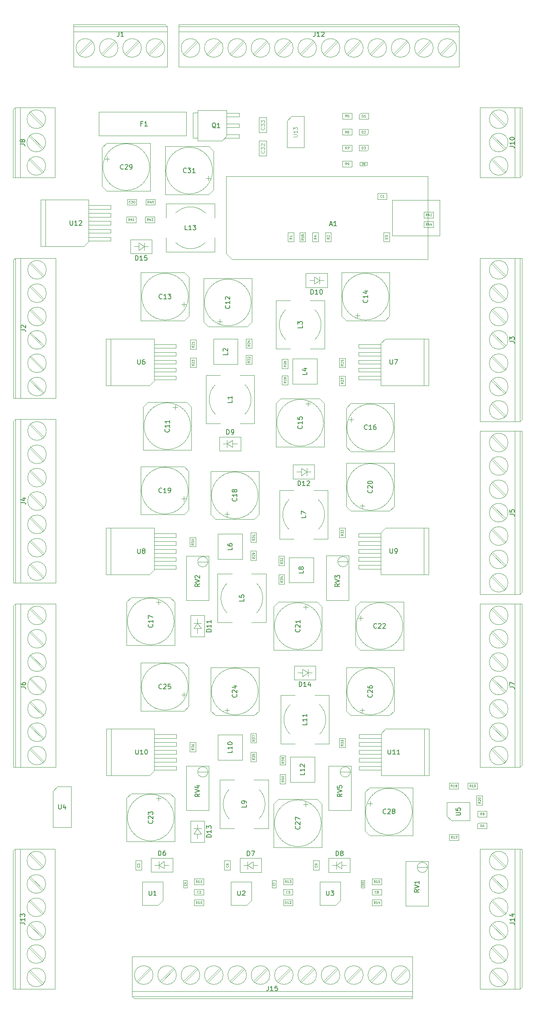
<source format=gbr>
G04 #@! TF.GenerationSoftware,KiCad,Pcbnew,(6.0.5-0)*
G04 #@! TF.CreationDate,2023-01-20T14:12:10+00:00*
G04 #@! TF.ProjectId,pipcb,70697063-622e-46b6-9963-61645f706362,rev?*
G04 #@! TF.SameCoordinates,Original*
G04 #@! TF.FileFunction,AssemblyDrawing,Top*
%FSLAX46Y46*%
G04 Gerber Fmt 4.6, Leading zero omitted, Abs format (unit mm)*
G04 Created by KiCad (PCBNEW (6.0.5-0)) date 2023-01-20 14:12:10*
%MOMM*%
%LPD*%
G01*
G04 APERTURE LIST*
%ADD10C,0.080000*%
%ADD11C,0.150000*%
%ADD12C,0.060000*%
%ADD13C,0.120000*%
%ADD14C,0.100000*%
G04 APERTURE END LIST*
D10*
X68226190Y-6083333D02*
X67988095Y-6250000D01*
X68226190Y-6369047D02*
X67726190Y-6369047D01*
X67726190Y-6178571D01*
X67750000Y-6130952D01*
X67773809Y-6107142D01*
X67821428Y-6083333D01*
X67892857Y-6083333D01*
X67940476Y-6107142D01*
X67964285Y-6130952D01*
X67988095Y-6178571D01*
X67988095Y-6369047D01*
X67773809Y-5892857D02*
X67750000Y-5869047D01*
X67726190Y-5821428D01*
X67726190Y-5702380D01*
X67750000Y-5654761D01*
X67773809Y-5630952D01*
X67821428Y-5607142D01*
X67869047Y-5607142D01*
X67940476Y-5630952D01*
X68226190Y-5916666D01*
X68226190Y-5607142D01*
D11*
X63452380Y-34916666D02*
X63452380Y-35392857D01*
X62452380Y-35392857D01*
X62785714Y-34154761D02*
X63452380Y-34154761D01*
X62404761Y-34392857D02*
X63119047Y-34630952D01*
X63119047Y-34011904D01*
X23166666Y37947619D02*
X23166666Y37233333D01*
X23119047Y37090476D01*
X23023809Y36995238D01*
X22880952Y36947619D01*
X22785714Y36947619D01*
X24166666Y36947619D02*
X23595238Y36947619D01*
X23880952Y36947619D02*
X23880952Y37947619D01*
X23785714Y37804761D01*
X23690476Y37709523D01*
X23595238Y37661904D01*
X46452380Y-30691666D02*
X46452380Y-31167857D01*
X45452380Y-31167857D01*
X45547619Y-30405952D02*
X45500000Y-30358333D01*
X45452380Y-30263095D01*
X45452380Y-30025000D01*
X45500000Y-29929761D01*
X45547619Y-29882142D01*
X45642857Y-29834523D01*
X45738095Y-29834523D01*
X45880952Y-29882142D01*
X46452380Y-30453571D01*
X46452380Y-29834523D01*
X106852380Y-65333333D02*
X107566666Y-65333333D01*
X107709523Y-65380952D01*
X107804761Y-65476190D01*
X107852380Y-65619047D01*
X107852380Y-65714285D01*
X106852380Y-64380952D02*
X106852380Y-64857142D01*
X107328571Y-64904761D01*
X107280952Y-64857142D01*
X107233333Y-64761904D01*
X107233333Y-64523809D01*
X107280952Y-64428571D01*
X107328571Y-64380952D01*
X107423809Y-64333333D01*
X107661904Y-64333333D01*
X107757142Y-64380952D01*
X107804761Y-64428571D01*
X107852380Y-64523809D01*
X107852380Y-64761904D01*
X107804761Y-64857142D01*
X107757142Y-64904761D01*
D10*
X51226190Y-32571428D02*
X50988095Y-32738095D01*
X51226190Y-32857142D02*
X50726190Y-32857142D01*
X50726190Y-32666666D01*
X50750000Y-32619047D01*
X50773809Y-32595238D01*
X50821428Y-32571428D01*
X50892857Y-32571428D01*
X50940476Y-32595238D01*
X50964285Y-32619047D01*
X50988095Y-32666666D01*
X50988095Y-32857142D01*
X50773809Y-32380952D02*
X50750000Y-32357142D01*
X50726190Y-32309523D01*
X50726190Y-32190476D01*
X50750000Y-32142857D01*
X50773809Y-32119047D01*
X50821428Y-32095238D01*
X50869047Y-32095238D01*
X50940476Y-32119047D01*
X51226190Y-32404761D01*
X51226190Y-32095238D01*
X50773809Y-31904761D02*
X50750000Y-31880952D01*
X50726190Y-31833333D01*
X50726190Y-31714285D01*
X50750000Y-31666666D01*
X50773809Y-31642857D01*
X50821428Y-31619047D01*
X50869047Y-31619047D01*
X50940476Y-31642857D01*
X51226190Y-31928571D01*
X51226190Y-31619047D01*
D11*
X50649404Y-138452380D02*
X50649404Y-137452380D01*
X50887500Y-137452380D01*
X51030357Y-137500000D01*
X51125595Y-137595238D01*
X51173214Y-137690476D01*
X51220833Y-137880952D01*
X51220833Y-138023809D01*
X51173214Y-138214285D01*
X51125595Y-138309523D01*
X51030357Y-138404761D01*
X50887500Y-138452380D01*
X50649404Y-138452380D01*
X51554166Y-137452380D02*
X52220833Y-137452380D01*
X51792261Y-138452380D01*
X46857142Y-20642857D02*
X46904761Y-20690476D01*
X46952380Y-20833333D01*
X46952380Y-20928571D01*
X46904761Y-21071428D01*
X46809523Y-21166666D01*
X46714285Y-21214285D01*
X46523809Y-21261904D01*
X46380952Y-21261904D01*
X46190476Y-21214285D01*
X46095238Y-21166666D01*
X46000000Y-21071428D01*
X45952380Y-20928571D01*
X45952380Y-20833333D01*
X46000000Y-20690476D01*
X46047619Y-20642857D01*
X46952380Y-19690476D02*
X46952380Y-20261904D01*
X46952380Y-19976190D02*
X45952380Y-19976190D01*
X46095238Y-20071428D01*
X46190476Y-20166666D01*
X46238095Y-20261904D01*
X46047619Y-19309523D02*
X46000000Y-19261904D01*
X45952380Y-19166666D01*
X45952380Y-18928571D01*
X46000000Y-18833333D01*
X46047619Y-18785714D01*
X46142857Y-18738095D01*
X46238095Y-18738095D01*
X46380952Y-18785714D01*
X46952380Y-19357142D01*
X46952380Y-18738095D01*
D10*
X39226190Y-71596428D02*
X38988095Y-71763095D01*
X39226190Y-71882142D02*
X38726190Y-71882142D01*
X38726190Y-71691666D01*
X38750000Y-71644047D01*
X38773809Y-71620238D01*
X38821428Y-71596428D01*
X38892857Y-71596428D01*
X38940476Y-71620238D01*
X38964285Y-71644047D01*
X38988095Y-71691666D01*
X38988095Y-71882142D01*
X38726190Y-71429761D02*
X38726190Y-71120238D01*
X38916666Y-71286904D01*
X38916666Y-71215476D01*
X38940476Y-71167857D01*
X38964285Y-71144047D01*
X39011904Y-71120238D01*
X39130952Y-71120238D01*
X39178571Y-71144047D01*
X39202380Y-71167857D01*
X39226190Y-71215476D01*
X39226190Y-71358333D01*
X39202380Y-71405952D01*
X39178571Y-71429761D01*
X38726190Y-70810714D02*
X38726190Y-70763095D01*
X38750000Y-70715476D01*
X38773809Y-70691666D01*
X38821428Y-70667857D01*
X38916666Y-70644047D01*
X39035714Y-70644047D01*
X39130952Y-70667857D01*
X39178571Y-70691666D01*
X39202380Y-70715476D01*
X39226190Y-70763095D01*
X39226190Y-70810714D01*
X39202380Y-70858333D01*
X39178571Y-70882142D01*
X39130952Y-70905952D01*
X39035714Y-70929761D01*
X38916666Y-70929761D01*
X38821428Y-70905952D01*
X38773809Y-70882142D01*
X38750000Y-70858333D01*
X38726190Y-70810714D01*
X27566071Y-140583333D02*
X27589880Y-140607142D01*
X27613690Y-140678571D01*
X27613690Y-140726190D01*
X27589880Y-140797619D01*
X27542261Y-140845238D01*
X27494642Y-140869047D01*
X27399404Y-140892857D01*
X27327976Y-140892857D01*
X27232738Y-140869047D01*
X27185119Y-140845238D01*
X27137500Y-140797619D01*
X27113690Y-140726190D01*
X27113690Y-140678571D01*
X27137500Y-140607142D01*
X27161309Y-140583333D01*
X27113690Y-140416666D02*
X27113690Y-140107142D01*
X27304166Y-140273809D01*
X27304166Y-140202380D01*
X27327976Y-140154761D01*
X27351785Y-140130952D01*
X27399404Y-140107142D01*
X27518452Y-140107142D01*
X27566071Y-140130952D01*
X27589880Y-140154761D01*
X27613690Y-140202380D01*
X27613690Y-140345238D01*
X27589880Y-140392857D01*
X27566071Y-140416666D01*
D11*
X62357142Y-46392857D02*
X62404761Y-46440476D01*
X62452380Y-46583333D01*
X62452380Y-46678571D01*
X62404761Y-46821428D01*
X62309523Y-46916666D01*
X62214285Y-46964285D01*
X62023809Y-47011904D01*
X61880952Y-47011904D01*
X61690476Y-46964285D01*
X61595238Y-46916666D01*
X61500000Y-46821428D01*
X61452380Y-46678571D01*
X61452380Y-46583333D01*
X61500000Y-46440476D01*
X61547619Y-46392857D01*
X62452380Y-45440476D02*
X62452380Y-46011904D01*
X62452380Y-45726190D02*
X61452380Y-45726190D01*
X61595238Y-45821428D01*
X61690476Y-45916666D01*
X61738095Y-46011904D01*
X61452380Y-44535714D02*
X61452380Y-45011904D01*
X61928571Y-45059523D01*
X61880952Y-45011904D01*
X61833333Y-44916666D01*
X61833333Y-44678571D01*
X61880952Y-44583333D01*
X61928571Y-44535714D01*
X62023809Y-44488095D01*
X62261904Y-44488095D01*
X62357142Y-44535714D01*
X62404761Y-44583333D01*
X62452380Y-44678571D01*
X62452380Y-44916666D01*
X62404761Y-45011904D01*
X62357142Y-45059523D01*
D10*
X39978571Y-144226190D02*
X39811904Y-143988095D01*
X39692857Y-144226190D02*
X39692857Y-143726190D01*
X39883333Y-143726190D01*
X39930952Y-143750000D01*
X39954761Y-143773809D01*
X39978571Y-143821428D01*
X39978571Y-143892857D01*
X39954761Y-143940476D01*
X39930952Y-143964285D01*
X39883333Y-143988095D01*
X39692857Y-143988095D01*
X40454761Y-144226190D02*
X40169047Y-144226190D01*
X40311904Y-144226190D02*
X40311904Y-143726190D01*
X40264285Y-143797619D01*
X40216666Y-143845238D01*
X40169047Y-143869047D01*
X40930952Y-144226190D02*
X40645238Y-144226190D01*
X40788095Y-144226190D02*
X40788095Y-143726190D01*
X40740476Y-143797619D01*
X40692857Y-143845238D01*
X40645238Y-143869047D01*
X78066071Y-148726190D02*
X77899404Y-148488095D01*
X77780357Y-148726190D02*
X77780357Y-148226190D01*
X77970833Y-148226190D01*
X78018452Y-148250000D01*
X78042261Y-148273809D01*
X78066071Y-148321428D01*
X78066071Y-148392857D01*
X78042261Y-148440476D01*
X78018452Y-148464285D01*
X77970833Y-148488095D01*
X77780357Y-148488095D01*
X78542261Y-148726190D02*
X78256547Y-148726190D01*
X78399404Y-148726190D02*
X78399404Y-148226190D01*
X78351785Y-148297619D01*
X78304166Y-148345238D01*
X78256547Y-148369047D01*
X78970833Y-148392857D02*
X78970833Y-148726190D01*
X78851785Y-148202380D02*
X78732738Y-148559523D01*
X79042261Y-148559523D01*
D11*
X76357142Y-19392857D02*
X76404761Y-19440476D01*
X76452380Y-19583333D01*
X76452380Y-19678571D01*
X76404761Y-19821428D01*
X76309523Y-19916666D01*
X76214285Y-19964285D01*
X76023809Y-20011904D01*
X75880952Y-20011904D01*
X75690476Y-19964285D01*
X75595238Y-19916666D01*
X75500000Y-19821428D01*
X75452380Y-19678571D01*
X75452380Y-19583333D01*
X75500000Y-19440476D01*
X75547619Y-19392857D01*
X76452380Y-18440476D02*
X76452380Y-19011904D01*
X76452380Y-18726190D02*
X75452380Y-18726190D01*
X75595238Y-18821428D01*
X75690476Y-18916666D01*
X75738095Y-19011904D01*
X75785714Y-17583333D02*
X76452380Y-17583333D01*
X75404761Y-17821428D02*
X76119047Y-18059523D01*
X76119047Y-17440476D01*
X32357142Y-102632142D02*
X32309523Y-102679761D01*
X32166666Y-102727380D01*
X32071428Y-102727380D01*
X31928571Y-102679761D01*
X31833333Y-102584523D01*
X31785714Y-102489285D01*
X31738095Y-102298809D01*
X31738095Y-102155952D01*
X31785714Y-101965476D01*
X31833333Y-101870238D01*
X31928571Y-101775000D01*
X32071428Y-101727380D01*
X32166666Y-101727380D01*
X32309523Y-101775000D01*
X32357142Y-101822619D01*
X32738095Y-101822619D02*
X32785714Y-101775000D01*
X32880952Y-101727380D01*
X33119047Y-101727380D01*
X33214285Y-101775000D01*
X33261904Y-101822619D01*
X33309523Y-101917857D01*
X33309523Y-102013095D01*
X33261904Y-102155952D01*
X32690476Y-102727380D01*
X33309523Y-102727380D01*
X34214285Y-101727380D02*
X33738095Y-101727380D01*
X33690476Y-102203571D01*
X33738095Y-102155952D01*
X33833333Y-102108333D01*
X34071428Y-102108333D01*
X34166666Y-102155952D01*
X34214285Y-102203571D01*
X34261904Y-102298809D01*
X34261904Y-102536904D01*
X34214285Y-102632142D01*
X34166666Y-102679761D01*
X34071428Y-102727380D01*
X33833333Y-102727380D01*
X33738095Y-102679761D01*
X33690476Y-102632142D01*
X48357142Y-103917857D02*
X48404761Y-103965476D01*
X48452380Y-104108333D01*
X48452380Y-104203571D01*
X48404761Y-104346428D01*
X48309523Y-104441666D01*
X48214285Y-104489285D01*
X48023809Y-104536904D01*
X47880952Y-104536904D01*
X47690476Y-104489285D01*
X47595238Y-104441666D01*
X47500000Y-104346428D01*
X47452380Y-104203571D01*
X47452380Y-104108333D01*
X47500000Y-103965476D01*
X47547619Y-103917857D01*
X47547619Y-103536904D02*
X47500000Y-103489285D01*
X47452380Y-103394047D01*
X47452380Y-103155952D01*
X47500000Y-103060714D01*
X47547619Y-103013095D01*
X47642857Y-102965476D01*
X47738095Y-102965476D01*
X47880952Y-103013095D01*
X48452380Y-103584523D01*
X48452380Y-102965476D01*
X47785714Y-102108333D02*
X48452380Y-102108333D01*
X47404761Y-102346428D02*
X48119047Y-102584523D01*
X48119047Y-101965476D01*
X63452380Y-109917857D02*
X63452380Y-110394047D01*
X62452380Y-110394047D01*
X63452380Y-109060714D02*
X63452380Y-109632142D01*
X63452380Y-109346428D02*
X62452380Y-109346428D01*
X62595238Y-109441666D01*
X62690476Y-109536904D01*
X62738095Y-109632142D01*
X63452380Y-108108333D02*
X63452380Y-108679761D01*
X63452380Y-108394047D02*
X62452380Y-108394047D01*
X62595238Y-108489285D01*
X62690476Y-108584523D01*
X62738095Y-108679761D01*
X47452380Y-72441666D02*
X47452380Y-72917857D01*
X46452380Y-72917857D01*
X46452380Y-71679761D02*
X46452380Y-71870238D01*
X46500000Y-71965476D01*
X46547619Y-72013095D01*
X46690476Y-72108333D01*
X46880952Y-72155952D01*
X47261904Y-72155952D01*
X47357142Y-72108333D01*
X47404761Y-72060714D01*
X47452380Y-71965476D01*
X47452380Y-71775000D01*
X47404761Y-71679761D01*
X47357142Y-71632142D01*
X47261904Y-71584523D01*
X47023809Y-71584523D01*
X46928571Y-71632142D01*
X46880952Y-71679761D01*
X46833333Y-71775000D01*
X46833333Y-71965476D01*
X46880952Y-72060714D01*
X46928571Y-72108333D01*
X47023809Y-72155952D01*
D10*
X29484821Y-2476190D02*
X29318154Y-2238095D01*
X29199107Y-2476190D02*
X29199107Y-1976190D01*
X29389583Y-1976190D01*
X29437202Y-2000000D01*
X29461011Y-2023809D01*
X29484821Y-2071428D01*
X29484821Y-2142857D01*
X29461011Y-2190476D01*
X29437202Y-2214285D01*
X29389583Y-2238095D01*
X29199107Y-2238095D01*
X29913392Y-2142857D02*
X29913392Y-2476190D01*
X29794345Y-1952380D02*
X29675297Y-2309523D01*
X29984821Y-2309523D01*
X30127678Y-1976190D02*
X30437202Y-1976190D01*
X30270535Y-2166666D01*
X30341964Y-2166666D01*
X30389583Y-2190476D01*
X30413392Y-2214285D01*
X30437202Y-2261904D01*
X30437202Y-2380952D01*
X30413392Y-2428571D01*
X30389583Y-2452380D01*
X30341964Y-2476190D01*
X30199107Y-2476190D01*
X30151488Y-2452380D01*
X30127678Y-2428571D01*
D11*
X24107142Y8642857D02*
X24059523Y8595238D01*
X23916666Y8547619D01*
X23821428Y8547619D01*
X23678571Y8595238D01*
X23583333Y8690476D01*
X23535714Y8785714D01*
X23488095Y8976190D01*
X23488095Y9119047D01*
X23535714Y9309523D01*
X23583333Y9404761D01*
X23678571Y9500000D01*
X23821428Y9547619D01*
X23916666Y9547619D01*
X24059523Y9500000D01*
X24107142Y9452380D01*
X24488095Y9452380D02*
X24535714Y9500000D01*
X24630952Y9547619D01*
X24869047Y9547619D01*
X24964285Y9500000D01*
X25011904Y9452380D01*
X25059523Y9357142D01*
X25059523Y9261904D01*
X25011904Y9119047D01*
X24440476Y8547619D01*
X25059523Y8547619D01*
X25535714Y8547619D02*
X25726190Y8547619D01*
X25821428Y8595238D01*
X25869047Y8642857D01*
X25964285Y8785714D01*
X26011904Y8976190D01*
X26011904Y9357142D01*
X25964285Y9452380D01*
X25916666Y9500000D01*
X25821428Y9547619D01*
X25630952Y9547619D01*
X25535714Y9500000D01*
X25488095Y9452380D01*
X25440476Y9357142D01*
X25440476Y9119047D01*
X25488095Y9023809D01*
X25535714Y8976190D01*
X25630952Y8928571D01*
X25821428Y8928571D01*
X25916666Y8976190D01*
X25964285Y9023809D01*
X26011904Y9119047D01*
X70457380Y-80220238D02*
X69981190Y-80553571D01*
X70457380Y-80791666D02*
X69457380Y-80791666D01*
X69457380Y-80410714D01*
X69505000Y-80315476D01*
X69552619Y-80267857D01*
X69647857Y-80220238D01*
X69790714Y-80220238D01*
X69885952Y-80267857D01*
X69933571Y-80315476D01*
X69981190Y-80410714D01*
X69981190Y-80791666D01*
X69457380Y-79934523D02*
X70457380Y-79601190D01*
X69457380Y-79267857D01*
X69457380Y-79029761D02*
X69457380Y-78410714D01*
X69838333Y-78744047D01*
X69838333Y-78601190D01*
X69885952Y-78505952D01*
X69933571Y-78458333D01*
X70028809Y-78410714D01*
X70266904Y-78410714D01*
X70362142Y-78458333D01*
X70409761Y-78505952D01*
X70457380Y-78601190D01*
X70457380Y-78886904D01*
X70409761Y-78982142D01*
X70362142Y-79029761D01*
D12*
X56530357Y-144566666D02*
X56549404Y-144585714D01*
X56568452Y-144642857D01*
X56568452Y-144680952D01*
X56549404Y-144738095D01*
X56511309Y-144776190D01*
X56473214Y-144795238D01*
X56397023Y-144814285D01*
X56339880Y-144814285D01*
X56263690Y-144795238D01*
X56225595Y-144776190D01*
X56187500Y-144738095D01*
X56168452Y-144680952D01*
X56168452Y-144642857D01*
X56187500Y-144585714D01*
X56206547Y-144566666D01*
X56168452Y-144433333D02*
X56168452Y-144166666D01*
X56568452Y-144338095D01*
D11*
X61785714Y-102227380D02*
X61785714Y-101227380D01*
X62023809Y-101227380D01*
X62166666Y-101275000D01*
X62261904Y-101370238D01*
X62309523Y-101465476D01*
X62357142Y-101655952D01*
X62357142Y-101798809D01*
X62309523Y-101989285D01*
X62261904Y-102084523D01*
X62166666Y-102179761D01*
X62023809Y-102227380D01*
X61785714Y-102227380D01*
X63309523Y-102227380D02*
X62738095Y-102227380D01*
X63023809Y-102227380D02*
X63023809Y-101227380D01*
X62928571Y-101370238D01*
X62833333Y-101465476D01*
X62738095Y-101513095D01*
X64166666Y-101560714D02*
X64166666Y-102227380D01*
X63928571Y-101179761D02*
X63690476Y-101894047D01*
X64309523Y-101894047D01*
X31649404Y-138402380D02*
X31649404Y-137402380D01*
X31887500Y-137402380D01*
X32030357Y-137450000D01*
X32125595Y-137545238D01*
X32173214Y-137640476D01*
X32220833Y-137830952D01*
X32220833Y-137973809D01*
X32173214Y-138164285D01*
X32125595Y-138259523D01*
X32030357Y-138354761D01*
X31887500Y-138402380D01*
X31649404Y-138402380D01*
X33077976Y-137402380D02*
X32887500Y-137402380D01*
X32792261Y-137450000D01*
X32744642Y-137497619D01*
X32649404Y-137640476D01*
X32601785Y-137830952D01*
X32601785Y-138211904D01*
X32649404Y-138307142D01*
X32697023Y-138354761D01*
X32792261Y-138402380D01*
X32982738Y-138402380D01*
X33077976Y-138354761D01*
X33125595Y-138307142D01*
X33173214Y-138211904D01*
X33173214Y-137973809D01*
X33125595Y-137878571D01*
X33077976Y-137830952D01*
X32982738Y-137783333D01*
X32792261Y-137783333D01*
X32697023Y-137830952D01*
X32649404Y-137878571D01*
X32601785Y-137973809D01*
X40457380Y-125220238D02*
X39981190Y-125553571D01*
X40457380Y-125791666D02*
X39457380Y-125791666D01*
X39457380Y-125410714D01*
X39505000Y-125315476D01*
X39552619Y-125267857D01*
X39647857Y-125220238D01*
X39790714Y-125220238D01*
X39885952Y-125267857D01*
X39933571Y-125315476D01*
X39981190Y-125410714D01*
X39981190Y-125791666D01*
X39457380Y-124934523D02*
X40457380Y-124601190D01*
X39457380Y-124267857D01*
X39790714Y-123505952D02*
X40457380Y-123505952D01*
X39409761Y-123744047D02*
X40124047Y-123982142D01*
X40124047Y-123363095D01*
X61857142Y-132142857D02*
X61904761Y-132190476D01*
X61952380Y-132333333D01*
X61952380Y-132428571D01*
X61904761Y-132571428D01*
X61809523Y-132666666D01*
X61714285Y-132714285D01*
X61523809Y-132761904D01*
X61380952Y-132761904D01*
X61190476Y-132714285D01*
X61095238Y-132666666D01*
X61000000Y-132571428D01*
X60952380Y-132428571D01*
X60952380Y-132333333D01*
X61000000Y-132190476D01*
X61047619Y-132142857D01*
X61047619Y-131761904D02*
X61000000Y-131714285D01*
X60952380Y-131619047D01*
X60952380Y-131380952D01*
X61000000Y-131285714D01*
X61047619Y-131238095D01*
X61142857Y-131190476D01*
X61238095Y-131190476D01*
X61380952Y-131238095D01*
X61952380Y-131809523D01*
X61952380Y-131190476D01*
X60952380Y-130857142D02*
X60952380Y-130190476D01*
X61952380Y-130619047D01*
D10*
X100601190Y-126908928D02*
X100363095Y-127075595D01*
X100601190Y-127194642D02*
X100101190Y-127194642D01*
X100101190Y-127004166D01*
X100125000Y-126956547D01*
X100148809Y-126932738D01*
X100196428Y-126908928D01*
X100267857Y-126908928D01*
X100315476Y-126932738D01*
X100339285Y-126956547D01*
X100363095Y-127004166D01*
X100363095Y-127194642D01*
X100148809Y-126718452D02*
X100125000Y-126694642D01*
X100101190Y-126647023D01*
X100101190Y-126527976D01*
X100125000Y-126480357D01*
X100148809Y-126456547D01*
X100196428Y-126432738D01*
X100244047Y-126432738D01*
X100315476Y-126456547D01*
X100601190Y-126742261D01*
X100601190Y-126432738D01*
X100101190Y-126123214D02*
X100101190Y-126075595D01*
X100125000Y-126027976D01*
X100148809Y-126004166D01*
X100196428Y-125980357D01*
X100291666Y-125956547D01*
X100410714Y-125956547D01*
X100505952Y-125980357D01*
X100553571Y-126004166D01*
X100577380Y-126027976D01*
X100601190Y-126075595D01*
X100601190Y-126123214D01*
X100577380Y-126170833D01*
X100553571Y-126194642D01*
X100505952Y-126218452D01*
X100410714Y-126242261D01*
X100291666Y-126242261D01*
X100196428Y-126218452D01*
X100148809Y-126194642D01*
X100125000Y-126170833D01*
X100101190Y-126123214D01*
D11*
X37857142Y-4452380D02*
X37380952Y-4452380D01*
X37380952Y-3452380D01*
X38714285Y-4452380D02*
X38142857Y-4452380D01*
X38428571Y-4452380D02*
X38428571Y-3452380D01*
X38333333Y-3595238D01*
X38238095Y-3690476D01*
X38142857Y-3738095D01*
X39047619Y-3452380D02*
X39666666Y-3452380D01*
X39333333Y-3833333D01*
X39476190Y-3833333D01*
X39571428Y-3880952D01*
X39619047Y-3928571D01*
X39666666Y-4023809D01*
X39666666Y-4261904D01*
X39619047Y-4357142D01*
X39571428Y-4404761D01*
X39476190Y-4452380D01*
X39190476Y-4452380D01*
X39095238Y-4404761D01*
X39047619Y-4357142D01*
X106852380Y-102333333D02*
X107566666Y-102333333D01*
X107709523Y-102380952D01*
X107804761Y-102476190D01*
X107852380Y-102619047D01*
X107852380Y-102714285D01*
X106852380Y-101952380D02*
X106852380Y-101285714D01*
X107852380Y-101714285D01*
X106852380Y13440476D02*
X107566666Y13440476D01*
X107709523Y13392857D01*
X107804761Y13297619D01*
X107852380Y13154761D01*
X107852380Y13059523D01*
X107852380Y14440476D02*
X107852380Y13869047D01*
X107852380Y14154761D02*
X106852380Y14154761D01*
X106995238Y14059523D01*
X107090476Y13964285D01*
X107138095Y13869047D01*
X106852380Y15059523D02*
X106852380Y15154761D01*
X106900000Y15250000D01*
X106947619Y15297619D01*
X107042857Y15345238D01*
X107233333Y15392857D01*
X107471428Y15392857D01*
X107661904Y15345238D01*
X107757142Y15297619D01*
X107804761Y15250000D01*
X107852380Y15154761D01*
X107852380Y15059523D01*
X107804761Y14964285D01*
X107757142Y14916666D01*
X107661904Y14869047D01*
X107471428Y14821428D01*
X107233333Y14821428D01*
X107042857Y14869047D01*
X106947619Y14916666D01*
X106900000Y14964285D01*
X106852380Y15059523D01*
D10*
X65476190Y-6083333D02*
X65238095Y-6250000D01*
X65476190Y-6369047D02*
X64976190Y-6369047D01*
X64976190Y-6178571D01*
X65000000Y-6130952D01*
X65023809Y-6107142D01*
X65071428Y-6083333D01*
X65142857Y-6083333D01*
X65190476Y-6107142D01*
X65214285Y-6130952D01*
X65238095Y-6178571D01*
X65238095Y-6369047D01*
X65142857Y-5654761D02*
X65476190Y-5654761D01*
X64952380Y-5773809D02*
X65309523Y-5892857D01*
X65309523Y-5583333D01*
D11*
X81238095Y-72702380D02*
X81238095Y-73511904D01*
X81285714Y-73607142D01*
X81333333Y-73654761D01*
X81428571Y-73702380D01*
X81619047Y-73702380D01*
X81714285Y-73654761D01*
X81761904Y-73607142D01*
X81809523Y-73511904D01*
X81809523Y-72702380D01*
X82333333Y-73702380D02*
X82523809Y-73702380D01*
X82619047Y-73654761D01*
X82666666Y-73607142D01*
X82761904Y-73464285D01*
X82809523Y-73273809D01*
X82809523Y-72892857D01*
X82761904Y-72797619D01*
X82714285Y-72750000D01*
X82619047Y-72702380D01*
X82428571Y-72702380D01*
X82333333Y-72750000D01*
X82285714Y-72797619D01*
X82238095Y-72892857D01*
X82238095Y-73130952D01*
X82285714Y-73226190D01*
X82333333Y-73273809D01*
X82428571Y-73321428D01*
X82619047Y-73321428D01*
X82714285Y-73273809D01*
X82761904Y-73226190D01*
X82809523Y-73130952D01*
X26735714Y-10952380D02*
X26735714Y-9952380D01*
X26973809Y-9952380D01*
X27116666Y-10000000D01*
X27211904Y-10095238D01*
X27259523Y-10190476D01*
X27307142Y-10380952D01*
X27307142Y-10523809D01*
X27259523Y-10714285D01*
X27211904Y-10809523D01*
X27116666Y-10904761D01*
X26973809Y-10952380D01*
X26735714Y-10952380D01*
X28259523Y-10952380D02*
X27688095Y-10952380D01*
X27973809Y-10952380D02*
X27973809Y-9952380D01*
X27878571Y-10095238D01*
X27783333Y-10190476D01*
X27688095Y-10238095D01*
X29164285Y-9952380D02*
X28688095Y-9952380D01*
X28640476Y-10428571D01*
X28688095Y-10380952D01*
X28783333Y-10333333D01*
X29021428Y-10333333D01*
X29116666Y-10380952D01*
X29164285Y-10428571D01*
X29211904Y-10523809D01*
X29211904Y-10761904D01*
X29164285Y-10857142D01*
X29116666Y-10904761D01*
X29021428Y-10952380D01*
X28783333Y-10952380D01*
X28688095Y-10904761D01*
X28640476Y-10857142D01*
D10*
X52226190Y-113596428D02*
X51988095Y-113763095D01*
X52226190Y-113882142D02*
X51726190Y-113882142D01*
X51726190Y-113691666D01*
X51750000Y-113644047D01*
X51773809Y-113620238D01*
X51821428Y-113596428D01*
X51892857Y-113596428D01*
X51940476Y-113620238D01*
X51964285Y-113644047D01*
X51988095Y-113691666D01*
X51988095Y-113882142D01*
X51726190Y-113429761D02*
X51726190Y-113120238D01*
X51916666Y-113286904D01*
X51916666Y-113215476D01*
X51940476Y-113167857D01*
X51964285Y-113144047D01*
X52011904Y-113120238D01*
X52130952Y-113120238D01*
X52178571Y-113144047D01*
X52202380Y-113167857D01*
X52226190Y-113215476D01*
X52226190Y-113358333D01*
X52202380Y-113405952D01*
X52178571Y-113429761D01*
X51726190Y-112953571D02*
X51726190Y-112620238D01*
X52226190Y-112834523D01*
D13*
X54285714Y12485714D02*
X54323809Y12447619D01*
X54361904Y12333333D01*
X54361904Y12257142D01*
X54323809Y12142857D01*
X54247619Y12066666D01*
X54171428Y12028571D01*
X54019047Y11990476D01*
X53904761Y11990476D01*
X53752380Y12028571D01*
X53676190Y12066666D01*
X53600000Y12142857D01*
X53561904Y12257142D01*
X53561904Y12333333D01*
X53600000Y12447619D01*
X53638095Y12485714D01*
X53561904Y12752380D02*
X53561904Y13247619D01*
X53866666Y12980952D01*
X53866666Y13095238D01*
X53904761Y13171428D01*
X53942857Y13209523D01*
X54019047Y13247619D01*
X54209523Y13247619D01*
X54285714Y13209523D01*
X54323809Y13171428D01*
X54361904Y13095238D01*
X54361904Y12866666D01*
X54323809Y12790476D01*
X54285714Y12752380D01*
X53638095Y13552380D02*
X53600000Y13590476D01*
X53561904Y13666666D01*
X53561904Y13857142D01*
X53600000Y13933333D01*
X53638095Y13971428D01*
X53714285Y14009523D01*
X53790476Y14009523D01*
X53904761Y13971428D01*
X54361904Y13514285D01*
X54361904Y14009523D01*
D11*
X78357142Y-89632142D02*
X78309523Y-89679761D01*
X78166666Y-89727380D01*
X78071428Y-89727380D01*
X77928571Y-89679761D01*
X77833333Y-89584523D01*
X77785714Y-89489285D01*
X77738095Y-89298809D01*
X77738095Y-89155952D01*
X77785714Y-88965476D01*
X77833333Y-88870238D01*
X77928571Y-88775000D01*
X78071428Y-88727380D01*
X78166666Y-88727380D01*
X78309523Y-88775000D01*
X78357142Y-88822619D01*
X78738095Y-88822619D02*
X78785714Y-88775000D01*
X78880952Y-88727380D01*
X79119047Y-88727380D01*
X79214285Y-88775000D01*
X79261904Y-88822619D01*
X79309523Y-88917857D01*
X79309523Y-89013095D01*
X79261904Y-89155952D01*
X78690476Y-89727380D01*
X79309523Y-89727380D01*
X79690476Y-88822619D02*
X79738095Y-88775000D01*
X79833333Y-88727380D01*
X80071428Y-88727380D01*
X80166666Y-88775000D01*
X80214285Y-88822619D01*
X80261904Y-88917857D01*
X80261904Y-89013095D01*
X80214285Y-89155952D01*
X79642857Y-89727380D01*
X80261904Y-89727380D01*
D10*
X40216666Y-146428571D02*
X40192857Y-146452380D01*
X40121428Y-146476190D01*
X40073809Y-146476190D01*
X40002380Y-146452380D01*
X39954761Y-146404761D01*
X39930952Y-146357142D01*
X39907142Y-146261904D01*
X39907142Y-146190476D01*
X39930952Y-146095238D01*
X39954761Y-146047619D01*
X40002380Y-146000000D01*
X40073809Y-145976190D01*
X40121428Y-145976190D01*
X40192857Y-146000000D01*
X40216666Y-146023809D01*
X40407142Y-146023809D02*
X40430952Y-146000000D01*
X40478571Y-145976190D01*
X40597619Y-145976190D01*
X40645238Y-146000000D01*
X40669047Y-146023809D01*
X40692857Y-146071428D01*
X40692857Y-146119047D01*
X40669047Y-146190476D01*
X40383333Y-146476190D01*
X40692857Y-146476190D01*
X71226190Y-114596428D02*
X70988095Y-114763095D01*
X71226190Y-114882142D02*
X70726190Y-114882142D01*
X70726190Y-114691666D01*
X70750000Y-114644047D01*
X70773809Y-114620238D01*
X70821428Y-114596428D01*
X70892857Y-114596428D01*
X70940476Y-114620238D01*
X70964285Y-114644047D01*
X70988095Y-114691666D01*
X70988095Y-114882142D01*
X70726190Y-114429761D02*
X70726190Y-114120238D01*
X70916666Y-114286904D01*
X70916666Y-114215476D01*
X70940476Y-114167857D01*
X70964285Y-114144047D01*
X71011904Y-114120238D01*
X71130952Y-114120238D01*
X71178571Y-114144047D01*
X71202380Y-114167857D01*
X71226190Y-114215476D01*
X71226190Y-114358333D01*
X71202380Y-114405952D01*
X71178571Y-114429761D01*
X71226190Y-113882142D02*
X71226190Y-113786904D01*
X71202380Y-113739285D01*
X71178571Y-113715476D01*
X71107142Y-113667857D01*
X71011904Y-113644047D01*
X70821428Y-113644047D01*
X70773809Y-113667857D01*
X70750000Y-113691666D01*
X70726190Y-113739285D01*
X70726190Y-113834523D01*
X70750000Y-113882142D01*
X70773809Y-113905952D01*
X70821428Y-113929761D01*
X70940476Y-113929761D01*
X70988095Y-113905952D01*
X71011904Y-113882142D01*
X71035714Y-113834523D01*
X71035714Y-113739285D01*
X71011904Y-113691666D01*
X70988095Y-113667857D01*
X70940476Y-113644047D01*
D11*
X43904761Y17364880D02*
X43809523Y17412500D01*
X43714285Y17507738D01*
X43571428Y17650595D01*
X43476190Y17698214D01*
X43380952Y17698214D01*
X43428571Y17460119D02*
X43333333Y17507738D01*
X43238095Y17602976D01*
X43190476Y17793452D01*
X43190476Y18126785D01*
X43238095Y18317261D01*
X43333333Y18412500D01*
X43428571Y18460119D01*
X43619047Y18460119D01*
X43714285Y18412500D01*
X43809523Y18317261D01*
X43857142Y18126785D01*
X43857142Y17793452D01*
X43809523Y17602976D01*
X43714285Y17507738D01*
X43619047Y17460119D01*
X43428571Y17460119D01*
X44809523Y17460119D02*
X44238095Y17460119D01*
X44523809Y17460119D02*
X44523809Y18460119D01*
X44428571Y18317261D01*
X44333333Y18222023D01*
X44238095Y18174404D01*
X47452380Y-115917857D02*
X47452380Y-116394047D01*
X46452380Y-116394047D01*
X47452380Y-115060714D02*
X47452380Y-115632142D01*
X47452380Y-115346428D02*
X46452380Y-115346428D01*
X46595238Y-115441666D01*
X46690476Y-115536904D01*
X46738095Y-115632142D01*
X46452380Y-114441666D02*
X46452380Y-114346428D01*
X46500000Y-114251190D01*
X46547619Y-114203571D01*
X46642857Y-114155952D01*
X46833333Y-114108333D01*
X47071428Y-114108333D01*
X47261904Y-114155952D01*
X47357142Y-114203571D01*
X47404761Y-114251190D01*
X47452380Y-114346428D01*
X47452380Y-114441666D01*
X47404761Y-114536904D01*
X47357142Y-114584523D01*
X47261904Y-114632142D01*
X47071428Y-114679761D01*
X46833333Y-114679761D01*
X46642857Y-114632142D01*
X46547619Y-114584523D01*
X46500000Y-114536904D01*
X46452380Y-114441666D01*
D10*
X59066071Y-144226190D02*
X58899404Y-143988095D01*
X58780357Y-144226190D02*
X58780357Y-143726190D01*
X58970833Y-143726190D01*
X59018452Y-143750000D01*
X59042261Y-143773809D01*
X59066071Y-143821428D01*
X59066071Y-143892857D01*
X59042261Y-143940476D01*
X59018452Y-143964285D01*
X58970833Y-143988095D01*
X58780357Y-143988095D01*
X59542261Y-144226190D02*
X59256547Y-144226190D01*
X59399404Y-144226190D02*
X59399404Y-143726190D01*
X59351785Y-143797619D01*
X59304166Y-143845238D01*
X59256547Y-143869047D01*
X59708928Y-143726190D02*
X60018452Y-143726190D01*
X59851785Y-143916666D01*
X59923214Y-143916666D01*
X59970833Y-143940476D01*
X59994642Y-143964285D01*
X60018452Y-144011904D01*
X60018452Y-144130952D01*
X59994642Y-144178571D01*
X59970833Y-144202380D01*
X59923214Y-144226190D01*
X59780357Y-144226190D01*
X59732738Y-144202380D01*
X59708928Y-144178571D01*
D11*
X63202380Y-65566666D02*
X63202380Y-66042857D01*
X62202380Y-66042857D01*
X62202380Y-65328571D02*
X62202380Y-64661904D01*
X63202380Y-65090476D01*
D10*
X75193452Y12857143D02*
X75193452Y13357143D01*
X75312500Y13357143D01*
X75383928Y13333334D01*
X75431547Y13285714D01*
X75455357Y13238095D01*
X75479166Y13142857D01*
X75479166Y13071429D01*
X75455357Y12976191D01*
X75431547Y12928572D01*
X75383928Y12880953D01*
X75312500Y12857143D01*
X75193452Y12857143D01*
X75645833Y13357143D02*
X75955357Y13357143D01*
X75788690Y13166667D01*
X75860119Y13166667D01*
X75907738Y13142857D01*
X75931547Y13119048D01*
X75955357Y13071429D01*
X75955357Y12952381D01*
X75931547Y12904762D01*
X75907738Y12880953D01*
X75860119Y12857143D01*
X75717261Y12857143D01*
X75669642Y12880953D01*
X75645833Y12904762D01*
D11*
X95338333Y-129746666D02*
X96131666Y-129746666D01*
X96225000Y-129700000D01*
X96271666Y-129653333D01*
X96318333Y-129560000D01*
X96318333Y-129373333D01*
X96271666Y-129280000D01*
X96225000Y-129233333D01*
X96131666Y-129186666D01*
X95338333Y-129186666D01*
X95338333Y-128253333D02*
X95338333Y-128720000D01*
X95805000Y-128766666D01*
X95758333Y-128720000D01*
X95711666Y-128626666D01*
X95711666Y-128393333D01*
X95758333Y-128300000D01*
X95805000Y-128253333D01*
X95898333Y-128206666D01*
X96131666Y-128206666D01*
X96225000Y-128253333D01*
X96271666Y-128300000D01*
X96318333Y-128393333D01*
X96318333Y-128626666D01*
X96271666Y-128720000D01*
X96225000Y-128766666D01*
X77357142Y-103917857D02*
X77404761Y-103965476D01*
X77452380Y-104108333D01*
X77452380Y-104203571D01*
X77404761Y-104346428D01*
X77309523Y-104441666D01*
X77214285Y-104489285D01*
X77023809Y-104536904D01*
X76880952Y-104536904D01*
X76690476Y-104489285D01*
X76595238Y-104441666D01*
X76500000Y-104346428D01*
X76452380Y-104203571D01*
X76452380Y-104108333D01*
X76500000Y-103965476D01*
X76547619Y-103917857D01*
X76547619Y-103536904D02*
X76500000Y-103489285D01*
X76452380Y-103394047D01*
X76452380Y-103155952D01*
X76500000Y-103060714D01*
X76547619Y-103013095D01*
X76642857Y-102965476D01*
X76738095Y-102965476D01*
X76880952Y-103013095D01*
X77452380Y-103584523D01*
X77452380Y-102965476D01*
X76452380Y-102108333D02*
X76452380Y-102298809D01*
X76500000Y-102394047D01*
X76547619Y-102441666D01*
X76690476Y-102536904D01*
X76880952Y-102584523D01*
X77261904Y-102584523D01*
X77357142Y-102536904D01*
X77404761Y-102489285D01*
X77452380Y-102394047D01*
X77452380Y-102203571D01*
X77404761Y-102108333D01*
X77357142Y-102060714D01*
X77261904Y-102013095D01*
X77023809Y-102013095D01*
X76928571Y-102060714D01*
X76880952Y-102108333D01*
X76833333Y-102203571D01*
X76833333Y-102394047D01*
X76880952Y-102489285D01*
X76928571Y-102536904D01*
X77023809Y-102584523D01*
X106852380Y-28333333D02*
X107566666Y-28333333D01*
X107709523Y-28380952D01*
X107804761Y-28476190D01*
X107852380Y-28619047D01*
X107852380Y-28714285D01*
X106852380Y-27952380D02*
X106852380Y-27333333D01*
X107233333Y-27666666D01*
X107233333Y-27523809D01*
X107280952Y-27428571D01*
X107328571Y-27380952D01*
X107423809Y-27333333D01*
X107661904Y-27333333D01*
X107757142Y-27380952D01*
X107804761Y-27428571D01*
X107852380Y-27523809D01*
X107852380Y-27809523D01*
X107804761Y-27904761D01*
X107757142Y-27952380D01*
X26761904Y-115727380D02*
X26761904Y-116536904D01*
X26809523Y-116632142D01*
X26857142Y-116679761D01*
X26952380Y-116727380D01*
X27142857Y-116727380D01*
X27238095Y-116679761D01*
X27285714Y-116632142D01*
X27333333Y-116536904D01*
X27333333Y-115727380D01*
X28333333Y-116727380D02*
X27761904Y-116727380D01*
X28047619Y-116727380D02*
X28047619Y-115727380D01*
X27952380Y-115870238D01*
X27857142Y-115965476D01*
X27761904Y-116013095D01*
X28952380Y-115727380D02*
X29047619Y-115727380D01*
X29142857Y-115775000D01*
X29190476Y-115822619D01*
X29238095Y-115917857D01*
X29285714Y-116108333D01*
X29285714Y-116346428D01*
X29238095Y-116536904D01*
X29190476Y-116632142D01*
X29142857Y-116679761D01*
X29047619Y-116727380D01*
X28952380Y-116727380D01*
X28857142Y-116679761D01*
X28809523Y-116632142D01*
X28761904Y-116536904D01*
X28714285Y-116346428D01*
X28714285Y-116108333D01*
X28761904Y-115917857D01*
X28809523Y-115822619D01*
X28857142Y-115775000D01*
X28952380Y-115727380D01*
D10*
X71226190Y-69596428D02*
X70988095Y-69763095D01*
X71226190Y-69882142D02*
X70726190Y-69882142D01*
X70726190Y-69691666D01*
X70750000Y-69644047D01*
X70773809Y-69620238D01*
X70821428Y-69596428D01*
X70892857Y-69596428D01*
X70940476Y-69620238D01*
X70964285Y-69644047D01*
X70988095Y-69691666D01*
X70988095Y-69882142D01*
X70726190Y-69429761D02*
X70726190Y-69120238D01*
X70916666Y-69286904D01*
X70916666Y-69215476D01*
X70940476Y-69167857D01*
X70964285Y-69144047D01*
X71011904Y-69120238D01*
X71130952Y-69120238D01*
X71178571Y-69144047D01*
X71202380Y-69167857D01*
X71226190Y-69215476D01*
X71226190Y-69358333D01*
X71202380Y-69405952D01*
X71178571Y-69429761D01*
X70726190Y-68953571D02*
X70726190Y-68644047D01*
X70916666Y-68810714D01*
X70916666Y-68739285D01*
X70940476Y-68691666D01*
X70964285Y-68667857D01*
X71011904Y-68644047D01*
X71130952Y-68644047D01*
X71178571Y-68667857D01*
X71202380Y-68691666D01*
X71226190Y-68739285D01*
X71226190Y-68882142D01*
X71202380Y-68929761D01*
X71178571Y-68953571D01*
D11*
X27188095Y-72727380D02*
X27188095Y-73536904D01*
X27235714Y-73632142D01*
X27283333Y-73679761D01*
X27378571Y-73727380D01*
X27569047Y-73727380D01*
X27664285Y-73679761D01*
X27711904Y-73632142D01*
X27759523Y-73536904D01*
X27759523Y-72727380D01*
X28378571Y-73155952D02*
X28283333Y-73108333D01*
X28235714Y-73060714D01*
X28188095Y-72965476D01*
X28188095Y-72917857D01*
X28235714Y-72822619D01*
X28283333Y-72775000D01*
X28378571Y-72727380D01*
X28569047Y-72727380D01*
X28664285Y-72775000D01*
X28711904Y-72822619D01*
X28759523Y-72917857D01*
X28759523Y-72965476D01*
X28711904Y-73060714D01*
X28664285Y-73108333D01*
X28569047Y-73155952D01*
X28378571Y-73155952D01*
X28283333Y-73203571D01*
X28235714Y-73251190D01*
X28188095Y-73346428D01*
X28188095Y-73536904D01*
X28235714Y-73632142D01*
X28283333Y-73679761D01*
X28378571Y-73727380D01*
X28569047Y-73727380D01*
X28664285Y-73679761D01*
X28711904Y-73632142D01*
X28759523Y-73536904D01*
X28759523Y-73346428D01*
X28711904Y-73251190D01*
X28664285Y-73203571D01*
X28569047Y-73155952D01*
X62952380Y-120642857D02*
X62952380Y-121119047D01*
X61952380Y-121119047D01*
X62952380Y-119785714D02*
X62952380Y-120357142D01*
X62952380Y-120071428D02*
X61952380Y-120071428D01*
X62095238Y-120166666D01*
X62190476Y-120261904D01*
X62238095Y-120357142D01*
X62047619Y-119404761D02*
X62000000Y-119357142D01*
X61952380Y-119261904D01*
X61952380Y-119023809D01*
X62000000Y-118928571D01*
X62047619Y-118880952D01*
X62142857Y-118833333D01*
X62238095Y-118833333D01*
X62380952Y-118880952D01*
X62952380Y-119452380D01*
X62952380Y-118833333D01*
D10*
X52226190Y-74508928D02*
X51988095Y-74675595D01*
X52226190Y-74794642D02*
X51726190Y-74794642D01*
X51726190Y-74604166D01*
X51750000Y-74556547D01*
X51773809Y-74532738D01*
X51821428Y-74508928D01*
X51892857Y-74508928D01*
X51940476Y-74532738D01*
X51964285Y-74556547D01*
X51988095Y-74604166D01*
X51988095Y-74794642D01*
X51773809Y-74318452D02*
X51750000Y-74294642D01*
X51726190Y-74247023D01*
X51726190Y-74127976D01*
X51750000Y-74080357D01*
X51773809Y-74056547D01*
X51821428Y-74032738D01*
X51869047Y-74032738D01*
X51940476Y-74056547D01*
X52226190Y-74342261D01*
X52226190Y-74032738D01*
X52226190Y-73794642D02*
X52226190Y-73699404D01*
X52202380Y-73651785D01*
X52178571Y-73627976D01*
X52107142Y-73580357D01*
X52011904Y-73556547D01*
X51821428Y-73556547D01*
X51773809Y-73580357D01*
X51750000Y-73604166D01*
X51726190Y-73651785D01*
X51726190Y-73747023D01*
X51750000Y-73794642D01*
X51773809Y-73818452D01*
X51821428Y-73842261D01*
X51940476Y-73842261D01*
X51988095Y-73818452D01*
X52011904Y-73794642D01*
X52035714Y-73747023D01*
X52035714Y-73651785D01*
X52011904Y-73604166D01*
X51988095Y-73580357D01*
X51940476Y-73556547D01*
D11*
X2052380Y-152809523D02*
X2766666Y-152809523D01*
X2909523Y-152857142D01*
X3004761Y-152952380D01*
X3052380Y-153095238D01*
X3052380Y-153190476D01*
X3052380Y-151809523D02*
X3052380Y-152380952D01*
X3052380Y-152095238D02*
X2052380Y-152095238D01*
X2195238Y-152190476D01*
X2290476Y-152285714D01*
X2338095Y-152380952D01*
X2052380Y-151476190D02*
X2052380Y-150857142D01*
X2433333Y-151190476D01*
X2433333Y-151047619D01*
X2480952Y-150952380D01*
X2528571Y-150904761D01*
X2623809Y-150857142D01*
X2861904Y-150857142D01*
X2957142Y-150904761D01*
X3004761Y-150952380D01*
X3052380Y-151047619D01*
X3052380Y-151333333D01*
X3004761Y-151428571D01*
X2957142Y-151476190D01*
X62452380Y-24916666D02*
X62452380Y-25392857D01*
X61452380Y-25392857D01*
X61452380Y-24678571D02*
X61452380Y-24059523D01*
X61833333Y-24392857D01*
X61833333Y-24250000D01*
X61880952Y-24154761D01*
X61928571Y-24107142D01*
X62023809Y-24059523D01*
X62261904Y-24059523D01*
X62357142Y-24107142D01*
X62404761Y-24154761D01*
X62452380Y-24250000D01*
X62452380Y-24535714D01*
X62404761Y-24630952D01*
X62357142Y-24678571D01*
D10*
X71956666Y19690475D02*
X71790000Y19928570D01*
X71670952Y19690475D02*
X71670952Y20190475D01*
X71861428Y20190475D01*
X71909047Y20166666D01*
X71932857Y20142856D01*
X71956666Y20095237D01*
X71956666Y20023808D01*
X71932857Y19976189D01*
X71909047Y19952380D01*
X71861428Y19928570D01*
X71670952Y19928570D01*
X72409047Y20190475D02*
X72170952Y20190475D01*
X72147142Y19952380D01*
X72170952Y19976189D01*
X72218571Y19999999D01*
X72337619Y19999999D01*
X72385238Y19976189D01*
X72409047Y19952380D01*
X72432857Y19904761D01*
X72432857Y19785713D01*
X72409047Y19738094D01*
X72385238Y19714285D01*
X72337619Y19690475D01*
X72218571Y19690475D01*
X72170952Y19714285D01*
X72147142Y19738094D01*
X94591071Y-134726190D02*
X94424404Y-134488095D01*
X94305357Y-134726190D02*
X94305357Y-134226190D01*
X94495833Y-134226190D01*
X94543452Y-134250000D01*
X94567261Y-134273809D01*
X94591071Y-134321428D01*
X94591071Y-134392857D01*
X94567261Y-134440476D01*
X94543452Y-134464285D01*
X94495833Y-134488095D01*
X94305357Y-134488095D01*
X95067261Y-134726190D02*
X94781547Y-134726190D01*
X94924404Y-134726190D02*
X94924404Y-134226190D01*
X94876785Y-134297619D01*
X94829166Y-134345238D01*
X94781547Y-134369047D01*
X95233928Y-134226190D02*
X95567261Y-134226190D01*
X95352976Y-134726190D01*
D11*
X80357142Y-129357142D02*
X80309523Y-129404761D01*
X80166666Y-129452380D01*
X80071428Y-129452380D01*
X79928571Y-129404761D01*
X79833333Y-129309523D01*
X79785714Y-129214285D01*
X79738095Y-129023809D01*
X79738095Y-128880952D01*
X79785714Y-128690476D01*
X79833333Y-128595238D01*
X79928571Y-128500000D01*
X80071428Y-128452380D01*
X80166666Y-128452380D01*
X80309523Y-128500000D01*
X80357142Y-128547619D01*
X80738095Y-128547619D02*
X80785714Y-128500000D01*
X80880952Y-128452380D01*
X81119047Y-128452380D01*
X81214285Y-128500000D01*
X81261904Y-128547619D01*
X81309523Y-128642857D01*
X81309523Y-128738095D01*
X81261904Y-128880952D01*
X80690476Y-129452380D01*
X81309523Y-129452380D01*
X81880952Y-128880952D02*
X81785714Y-128833333D01*
X81738095Y-128785714D01*
X81690476Y-128690476D01*
X81690476Y-128642857D01*
X81738095Y-128547619D01*
X81785714Y-128500000D01*
X81880952Y-128452380D01*
X82071428Y-128452380D01*
X82166666Y-128500000D01*
X82214285Y-128547619D01*
X82261904Y-128642857D01*
X82261904Y-128690476D01*
X82214285Y-128785714D01*
X82166666Y-128833333D01*
X82071428Y-128880952D01*
X81880952Y-128880952D01*
X81785714Y-128928571D01*
X81738095Y-128976190D01*
X81690476Y-129071428D01*
X81690476Y-129261904D01*
X81738095Y-129357142D01*
X81785714Y-129404761D01*
X81880952Y-129452380D01*
X82071428Y-129452380D01*
X82166666Y-129404761D01*
X82214285Y-129357142D01*
X82261904Y-129261904D01*
X82261904Y-129071428D01*
X82214285Y-128976190D01*
X82166666Y-128928571D01*
X82071428Y-128880952D01*
X37607142Y7892857D02*
X37559523Y7845238D01*
X37416666Y7797619D01*
X37321428Y7797619D01*
X37178571Y7845238D01*
X37083333Y7940476D01*
X37035714Y8035714D01*
X36988095Y8226190D01*
X36988095Y8369047D01*
X37035714Y8559523D01*
X37083333Y8654761D01*
X37178571Y8750000D01*
X37321428Y8797619D01*
X37416666Y8797619D01*
X37559523Y8750000D01*
X37607142Y8702380D01*
X37940476Y8797619D02*
X38559523Y8797619D01*
X38226190Y8416666D01*
X38369047Y8416666D01*
X38464285Y8369047D01*
X38511904Y8321428D01*
X38559523Y8226190D01*
X38559523Y7988095D01*
X38511904Y7892857D01*
X38464285Y7845238D01*
X38369047Y7797619D01*
X38083333Y7797619D01*
X37988095Y7845238D01*
X37940476Y7892857D01*
X39511904Y7797619D02*
X38940476Y7797619D01*
X39226190Y7797619D02*
X39226190Y8797619D01*
X39130952Y8654761D01*
X39035714Y8559523D01*
X38940476Y8511904D01*
D10*
X39276190Y-33208928D02*
X39038095Y-33375595D01*
X39276190Y-33494642D02*
X38776190Y-33494642D01*
X38776190Y-33304166D01*
X38800000Y-33256547D01*
X38823809Y-33232738D01*
X38871428Y-33208928D01*
X38942857Y-33208928D01*
X38990476Y-33232738D01*
X39014285Y-33256547D01*
X39038095Y-33304166D01*
X39038095Y-33494642D01*
X38823809Y-33018452D02*
X38800000Y-32994642D01*
X38776190Y-32947023D01*
X38776190Y-32827976D01*
X38800000Y-32780357D01*
X38823809Y-32756547D01*
X38871428Y-32732738D01*
X38919047Y-32732738D01*
X38990476Y-32756547D01*
X39276190Y-33042261D01*
X39276190Y-32732738D01*
X38776190Y-32566071D02*
X38776190Y-32256547D01*
X38966666Y-32423214D01*
X38966666Y-32351785D01*
X38990476Y-32304166D01*
X39014285Y-32280357D01*
X39061904Y-32256547D01*
X39180952Y-32256547D01*
X39228571Y-32280357D01*
X39252380Y-32304166D01*
X39276190Y-32351785D01*
X39276190Y-32494642D01*
X39252380Y-32542261D01*
X39228571Y-32566071D01*
D11*
X77357142Y-60142857D02*
X77404761Y-60190476D01*
X77452380Y-60333333D01*
X77452380Y-60428571D01*
X77404761Y-60571428D01*
X77309523Y-60666666D01*
X77214285Y-60714285D01*
X77023809Y-60761904D01*
X76880952Y-60761904D01*
X76690476Y-60714285D01*
X76595238Y-60666666D01*
X76500000Y-60571428D01*
X76452380Y-60428571D01*
X76452380Y-60333333D01*
X76500000Y-60190476D01*
X76547619Y-60142857D01*
X76547619Y-59761904D02*
X76500000Y-59714285D01*
X76452380Y-59619047D01*
X76452380Y-59380952D01*
X76500000Y-59285714D01*
X76547619Y-59238095D01*
X76642857Y-59190476D01*
X76738095Y-59190476D01*
X76880952Y-59238095D01*
X77452380Y-59809523D01*
X77452380Y-59190476D01*
X76452380Y-58571428D02*
X76452380Y-58476190D01*
X76500000Y-58380952D01*
X76547619Y-58333333D01*
X76642857Y-58285714D01*
X76833333Y-58238095D01*
X77071428Y-58238095D01*
X77261904Y-58285714D01*
X77357142Y-58333333D01*
X77404761Y-58380952D01*
X77452380Y-58476190D01*
X77452380Y-58571428D01*
X77404761Y-58666666D01*
X77357142Y-58714285D01*
X77261904Y-58761904D01*
X77071428Y-58809523D01*
X76833333Y-58809523D01*
X76642857Y-58761904D01*
X76547619Y-58714285D01*
X76500000Y-58666666D01*
X76452380Y-58571428D01*
X67625595Y-145952380D02*
X67625595Y-146761904D01*
X67673214Y-146857142D01*
X67720833Y-146904761D01*
X67816071Y-146952380D01*
X68006547Y-146952380D01*
X68101785Y-146904761D01*
X68149404Y-146857142D01*
X68197023Y-146761904D01*
X68197023Y-145952380D01*
X68577976Y-145952380D02*
X69197023Y-145952380D01*
X68863690Y-146333333D01*
X69006547Y-146333333D01*
X69101785Y-146380952D01*
X69149404Y-146428571D01*
X69197023Y-146523809D01*
X69197023Y-146761904D01*
X69149404Y-146857142D01*
X69101785Y-146904761D01*
X69006547Y-146952380D01*
X68720833Y-146952380D01*
X68625595Y-146904761D01*
X68577976Y-146857142D01*
D13*
X54285714Y17485714D02*
X54323809Y17447619D01*
X54361904Y17333333D01*
X54361904Y17257142D01*
X54323809Y17142857D01*
X54247619Y17066666D01*
X54171428Y17028571D01*
X54019047Y16990476D01*
X53904761Y16990476D01*
X53752380Y17028571D01*
X53676190Y17066666D01*
X53600000Y17142857D01*
X53561904Y17257142D01*
X53561904Y17333333D01*
X53600000Y17447619D01*
X53638095Y17485714D01*
X53561904Y17752380D02*
X53561904Y18247619D01*
X53866666Y17980952D01*
X53866666Y18095238D01*
X53904761Y18171428D01*
X53942857Y18209523D01*
X54019047Y18247619D01*
X54209523Y18247619D01*
X54285714Y18209523D01*
X54323809Y18171428D01*
X54361904Y18095238D01*
X54361904Y17866666D01*
X54323809Y17790476D01*
X54285714Y17752380D01*
X53561904Y18514285D02*
X53561904Y19009523D01*
X53866666Y18742857D01*
X53866666Y18857142D01*
X53904761Y18933333D01*
X53942857Y18971428D01*
X54019047Y19009523D01*
X54209523Y19009523D01*
X54285714Y18971428D01*
X54323809Y18933333D01*
X54361904Y18857142D01*
X54361904Y18628571D01*
X54323809Y18552380D01*
X54285714Y18514285D01*
D10*
X25628571Y1321428D02*
X25604761Y1297619D01*
X25533333Y1273809D01*
X25485714Y1273809D01*
X25414285Y1297619D01*
X25366666Y1345238D01*
X25342857Y1392857D01*
X25319047Y1488095D01*
X25319047Y1559523D01*
X25342857Y1654761D01*
X25366666Y1702380D01*
X25414285Y1750000D01*
X25485714Y1773809D01*
X25533333Y1773809D01*
X25604761Y1750000D01*
X25628571Y1726190D01*
X25795238Y1773809D02*
X26104761Y1773809D01*
X25938095Y1583333D01*
X26009523Y1583333D01*
X26057142Y1559523D01*
X26080952Y1535714D01*
X26104761Y1488095D01*
X26104761Y1369047D01*
X26080952Y1321428D01*
X26057142Y1297619D01*
X26009523Y1273809D01*
X25866666Y1273809D01*
X25819047Y1297619D01*
X25795238Y1321428D01*
X26414285Y1773809D02*
X26461904Y1773809D01*
X26509523Y1750000D01*
X26533333Y1726190D01*
X26557142Y1678571D01*
X26580952Y1583333D01*
X26580952Y1464285D01*
X26557142Y1369047D01*
X26533333Y1321428D01*
X26509523Y1297619D01*
X26461904Y1273809D01*
X26414285Y1273809D01*
X26366666Y1297619D01*
X26342857Y1321428D01*
X26319047Y1369047D01*
X26295238Y1464285D01*
X26295238Y1583333D01*
X26319047Y1678571D01*
X26342857Y1726190D01*
X26366666Y1750000D01*
X26414285Y1773809D01*
D11*
X33907142Y-47117857D02*
X33954761Y-47165476D01*
X34002380Y-47308333D01*
X34002380Y-47403571D01*
X33954761Y-47546428D01*
X33859523Y-47641666D01*
X33764285Y-47689285D01*
X33573809Y-47736904D01*
X33430952Y-47736904D01*
X33240476Y-47689285D01*
X33145238Y-47641666D01*
X33050000Y-47546428D01*
X33002380Y-47403571D01*
X33002380Y-47308333D01*
X33050000Y-47165476D01*
X33097619Y-47117857D01*
X34002380Y-46165476D02*
X34002380Y-46736904D01*
X34002380Y-46451190D02*
X33002380Y-46451190D01*
X33145238Y-46546428D01*
X33240476Y-46641666D01*
X33288095Y-46736904D01*
X34002380Y-45213095D02*
X34002380Y-45784523D01*
X34002380Y-45498809D02*
X33002380Y-45498809D01*
X33145238Y-45594047D01*
X33240476Y-45689285D01*
X33288095Y-45784523D01*
D10*
X58976190Y-36946428D02*
X58738095Y-37113095D01*
X58976190Y-37232142D02*
X58476190Y-37232142D01*
X58476190Y-37041666D01*
X58500000Y-36994047D01*
X58523809Y-36970238D01*
X58571428Y-36946428D01*
X58642857Y-36946428D01*
X58690476Y-36970238D01*
X58714285Y-36994047D01*
X58738095Y-37041666D01*
X58738095Y-37232142D01*
X58523809Y-36755952D02*
X58500000Y-36732142D01*
X58476190Y-36684523D01*
X58476190Y-36565476D01*
X58500000Y-36517857D01*
X58523809Y-36494047D01*
X58571428Y-36470238D01*
X58619047Y-36470238D01*
X58690476Y-36494047D01*
X58976190Y-36779761D01*
X58976190Y-36470238D01*
X58690476Y-36184523D02*
X58666666Y-36232142D01*
X58642857Y-36255952D01*
X58595238Y-36279761D01*
X58571428Y-36279761D01*
X58523809Y-36255952D01*
X58500000Y-36232142D01*
X58476190Y-36184523D01*
X58476190Y-36089285D01*
X58500000Y-36041666D01*
X58523809Y-36017857D01*
X58571428Y-35994047D01*
X58595238Y-35994047D01*
X58642857Y-36017857D01*
X58666666Y-36041666D01*
X58690476Y-36089285D01*
X58690476Y-36184523D01*
X58714285Y-36232142D01*
X58738095Y-36255952D01*
X58785714Y-36279761D01*
X58880952Y-36279761D01*
X58928571Y-36255952D01*
X58952380Y-36232142D01*
X58976190Y-36184523D01*
X58976190Y-36089285D01*
X58952380Y-36041666D01*
X58928571Y-36017857D01*
X58880952Y-35994047D01*
X58785714Y-35994047D01*
X58738095Y-36017857D01*
X58714285Y-36041666D01*
X58690476Y-36089285D01*
D11*
X2192380Y-25833333D02*
X2906666Y-25833333D01*
X3049523Y-25880952D01*
X3144761Y-25976190D01*
X3192380Y-26119047D01*
X3192380Y-26214285D01*
X2287619Y-25404761D02*
X2240000Y-25357142D01*
X2192380Y-25261904D01*
X2192380Y-25023809D01*
X2240000Y-24928571D01*
X2287619Y-24880952D01*
X2382857Y-24833333D01*
X2478095Y-24833333D01*
X2620952Y-24880952D01*
X3192380Y-25452380D01*
X3192380Y-24833333D01*
X47452380Y-40916666D02*
X47452380Y-41392857D01*
X46452380Y-41392857D01*
X47452380Y-40059523D02*
X47452380Y-40630952D01*
X47452380Y-40345238D02*
X46452380Y-40345238D01*
X46595238Y-40440476D01*
X46690476Y-40535714D01*
X46738095Y-40630952D01*
X27188095Y-32202380D02*
X27188095Y-33011904D01*
X27235714Y-33107142D01*
X27283333Y-33154761D01*
X27378571Y-33202380D01*
X27569047Y-33202380D01*
X27664285Y-33154761D01*
X27711904Y-33107142D01*
X27759523Y-33011904D01*
X27759523Y-32202380D01*
X28664285Y-32202380D02*
X28473809Y-32202380D01*
X28378571Y-32250000D01*
X28330952Y-32297619D01*
X28235714Y-32440476D01*
X28188095Y-32630952D01*
X28188095Y-33011904D01*
X28235714Y-33107142D01*
X28283333Y-33154761D01*
X28378571Y-33202380D01*
X28569047Y-33202380D01*
X28664285Y-33154761D01*
X28711904Y-33107142D01*
X28759523Y-33011904D01*
X28759523Y-32773809D01*
X28711904Y-32678571D01*
X28664285Y-32630952D01*
X28569047Y-32583333D01*
X28378571Y-32583333D01*
X28283333Y-32630952D01*
X28235714Y-32678571D01*
X28188095Y-32773809D01*
D10*
X52226190Y-70596428D02*
X51988095Y-70763095D01*
X52226190Y-70882142D02*
X51726190Y-70882142D01*
X51726190Y-70691666D01*
X51750000Y-70644047D01*
X51773809Y-70620238D01*
X51821428Y-70596428D01*
X51892857Y-70596428D01*
X51940476Y-70620238D01*
X51964285Y-70644047D01*
X51988095Y-70691666D01*
X51988095Y-70882142D01*
X51726190Y-70429761D02*
X51726190Y-70120238D01*
X51916666Y-70286904D01*
X51916666Y-70215476D01*
X51940476Y-70167857D01*
X51964285Y-70144047D01*
X52011904Y-70120238D01*
X52130952Y-70120238D01*
X52178571Y-70144047D01*
X52202380Y-70167857D01*
X52226190Y-70215476D01*
X52226190Y-70358333D01*
X52202380Y-70405952D01*
X52178571Y-70429761D01*
X52226190Y-69644047D02*
X52226190Y-69929761D01*
X52226190Y-69786904D02*
X51726190Y-69786904D01*
X51797619Y-69834523D01*
X51845238Y-69882142D01*
X51869047Y-69929761D01*
X39226190Y-115508928D02*
X38988095Y-115675595D01*
X39226190Y-115794642D02*
X38726190Y-115794642D01*
X38726190Y-115604166D01*
X38750000Y-115556547D01*
X38773809Y-115532738D01*
X38821428Y-115508928D01*
X38892857Y-115508928D01*
X38940476Y-115532738D01*
X38964285Y-115556547D01*
X38988095Y-115604166D01*
X38988095Y-115794642D01*
X38726190Y-115342261D02*
X38726190Y-115032738D01*
X38916666Y-115199404D01*
X38916666Y-115127976D01*
X38940476Y-115080357D01*
X38964285Y-115056547D01*
X39011904Y-115032738D01*
X39130952Y-115032738D01*
X39178571Y-115056547D01*
X39202380Y-115080357D01*
X39226190Y-115127976D01*
X39226190Y-115270833D01*
X39202380Y-115318452D01*
X39178571Y-115342261D01*
X38726190Y-114604166D02*
X38726190Y-114699404D01*
X38750000Y-114747023D01*
X38773809Y-114770833D01*
X38845238Y-114818452D01*
X38940476Y-114842261D01*
X39130952Y-114842261D01*
X39178571Y-114818452D01*
X39202380Y-114794642D01*
X39226190Y-114747023D01*
X39226190Y-114651785D01*
X39202380Y-114604166D01*
X39178571Y-114580357D01*
X39130952Y-114556547D01*
X39011904Y-114556547D01*
X38964285Y-114580357D01*
X38940476Y-114604166D01*
X38916666Y-114651785D01*
X38916666Y-114747023D01*
X38940476Y-114794642D01*
X38964285Y-114818452D01*
X39011904Y-114842261D01*
D11*
X81238095Y-32202380D02*
X81238095Y-33011904D01*
X81285714Y-33107142D01*
X81333333Y-33154761D01*
X81428571Y-33202380D01*
X81619047Y-33202380D01*
X81714285Y-33154761D01*
X81761904Y-33107142D01*
X81809523Y-33011904D01*
X81809523Y-32202380D01*
X82190476Y-32202380D02*
X82857142Y-32202380D01*
X82428571Y-33202380D01*
X64285714Y-18202380D02*
X64285714Y-17202380D01*
X64523809Y-17202380D01*
X64666666Y-17250000D01*
X64761904Y-17345238D01*
X64809523Y-17440476D01*
X64857142Y-17630952D01*
X64857142Y-17773809D01*
X64809523Y-17964285D01*
X64761904Y-18059523D01*
X64666666Y-18154761D01*
X64523809Y-18202380D01*
X64285714Y-18202380D01*
X65809523Y-18202380D02*
X65238095Y-18202380D01*
X65523809Y-18202380D02*
X65523809Y-17202380D01*
X65428571Y-17345238D01*
X65333333Y-17440476D01*
X65238095Y-17488095D01*
X66428571Y-17202380D02*
X66523809Y-17202380D01*
X66619047Y-17250000D01*
X66666666Y-17297619D01*
X66714285Y-17392857D01*
X66761904Y-17583333D01*
X66761904Y-17821428D01*
X66714285Y-18011904D01*
X66666666Y-18107142D01*
X66619047Y-18154761D01*
X66523809Y-18202380D01*
X66428571Y-18202380D01*
X66333333Y-18154761D01*
X66285714Y-18107142D01*
X66238095Y-18011904D01*
X66190476Y-17821428D01*
X66190476Y-17583333D01*
X66238095Y-17392857D01*
X66285714Y-17297619D01*
X66333333Y-17250000D01*
X66428571Y-17202380D01*
X48625595Y-145952380D02*
X48625595Y-146761904D01*
X48673214Y-146857142D01*
X48720833Y-146904761D01*
X48816071Y-146952380D01*
X49006547Y-146952380D01*
X49101785Y-146904761D01*
X49149404Y-146857142D01*
X49197023Y-146761904D01*
X49197023Y-145952380D01*
X49625595Y-146047619D02*
X49673214Y-146000000D01*
X49768452Y-145952380D01*
X50006547Y-145952380D01*
X50101785Y-146000000D01*
X50149404Y-146047619D01*
X50197023Y-146142857D01*
X50197023Y-146238095D01*
X50149404Y-146380952D01*
X49577976Y-146952380D01*
X50197023Y-146952380D01*
D10*
X52226190Y-117596428D02*
X51988095Y-117763095D01*
X52226190Y-117882142D02*
X51726190Y-117882142D01*
X51726190Y-117691666D01*
X51750000Y-117644047D01*
X51773809Y-117620238D01*
X51821428Y-117596428D01*
X51892857Y-117596428D01*
X51940476Y-117620238D01*
X51964285Y-117644047D01*
X51988095Y-117691666D01*
X51988095Y-117882142D01*
X51726190Y-117429761D02*
X51726190Y-117120238D01*
X51916666Y-117286904D01*
X51916666Y-117215476D01*
X51940476Y-117167857D01*
X51964285Y-117144047D01*
X52011904Y-117120238D01*
X52130952Y-117120238D01*
X52178571Y-117144047D01*
X52202380Y-117167857D01*
X52226190Y-117215476D01*
X52226190Y-117358333D01*
X52202380Y-117405952D01*
X52178571Y-117429761D01*
X51726190Y-116667857D02*
X51726190Y-116905952D01*
X51964285Y-116929761D01*
X51940476Y-116905952D01*
X51916666Y-116858333D01*
X51916666Y-116739285D01*
X51940476Y-116691666D01*
X51964285Y-116667857D01*
X52011904Y-116644047D01*
X52130952Y-116644047D01*
X52178571Y-116667857D01*
X52202380Y-116691666D01*
X52226190Y-116739285D01*
X52226190Y-116858333D01*
X52202380Y-116905952D01*
X52178571Y-116929761D01*
D11*
X2192380Y-62833333D02*
X2906666Y-62833333D01*
X3049523Y-62880952D01*
X3144761Y-62976190D01*
X3192380Y-63119047D01*
X3192380Y-63214285D01*
X2525714Y-61928571D02*
X3192380Y-61928571D01*
X2144761Y-62166666D02*
X2859047Y-62404761D01*
X2859047Y-61785714D01*
D10*
X94553571Y-123726190D02*
X94386904Y-123488095D01*
X94267857Y-123726190D02*
X94267857Y-123226190D01*
X94458333Y-123226190D01*
X94505952Y-123250000D01*
X94529761Y-123273809D01*
X94553571Y-123321428D01*
X94553571Y-123392857D01*
X94529761Y-123440476D01*
X94505952Y-123464285D01*
X94458333Y-123488095D01*
X94267857Y-123488095D01*
X95029761Y-123726190D02*
X94744047Y-123726190D01*
X94886904Y-123726190D02*
X94886904Y-123226190D01*
X94839285Y-123297619D01*
X94791666Y-123345238D01*
X94744047Y-123369047D01*
X95315476Y-123440476D02*
X95267857Y-123416666D01*
X95244047Y-123392857D01*
X95220238Y-123345238D01*
X95220238Y-123321428D01*
X95244047Y-123273809D01*
X95267857Y-123250000D01*
X95315476Y-123226190D01*
X95410714Y-123226190D01*
X95458333Y-123250000D01*
X95482142Y-123273809D01*
X95505952Y-123321428D01*
X95505952Y-123345238D01*
X95482142Y-123392857D01*
X95458333Y-123416666D01*
X95410714Y-123440476D01*
X95315476Y-123440476D01*
X95267857Y-123464285D01*
X95244047Y-123488095D01*
X95220238Y-123535714D01*
X95220238Y-123630952D01*
X95244047Y-123678571D01*
X95267857Y-123702380D01*
X95315476Y-123726190D01*
X95410714Y-123726190D01*
X95458333Y-123702380D01*
X95482142Y-123678571D01*
X95505952Y-123630952D01*
X95505952Y-123535714D01*
X95482142Y-123488095D01*
X95458333Y-123464285D01*
X95410714Y-123440476D01*
D11*
X10253333Y-127463333D02*
X10253333Y-128256666D01*
X10300000Y-128350000D01*
X10346666Y-128396666D01*
X10440000Y-128443333D01*
X10626666Y-128443333D01*
X10720000Y-128396666D01*
X10766666Y-128350000D01*
X10813333Y-128256666D01*
X10813333Y-127463333D01*
X11700000Y-127790000D02*
X11700000Y-128443333D01*
X11466666Y-127416666D02*
X11233333Y-128116666D01*
X11840000Y-128116666D01*
X32407142Y-19107142D02*
X32359523Y-19154761D01*
X32216666Y-19202380D01*
X32121428Y-19202380D01*
X31978571Y-19154761D01*
X31883333Y-19059523D01*
X31835714Y-18964285D01*
X31788095Y-18773809D01*
X31788095Y-18630952D01*
X31835714Y-18440476D01*
X31883333Y-18345238D01*
X31978571Y-18250000D01*
X32121428Y-18202380D01*
X32216666Y-18202380D01*
X32359523Y-18250000D01*
X32407142Y-18297619D01*
X33359523Y-19202380D02*
X32788095Y-19202380D01*
X33073809Y-19202380D02*
X33073809Y-18202380D01*
X32978571Y-18345238D01*
X32883333Y-18440476D01*
X32788095Y-18488095D01*
X33692857Y-18202380D02*
X34311904Y-18202380D01*
X33978571Y-18583333D01*
X34121428Y-18583333D01*
X34216666Y-18630952D01*
X34264285Y-18678571D01*
X34311904Y-18773809D01*
X34311904Y-19011904D01*
X34264285Y-19107142D01*
X34216666Y-19154761D01*
X34121428Y-19202380D01*
X33835714Y-19202380D01*
X33740476Y-19154761D01*
X33692857Y-19107142D01*
X69649404Y-138452380D02*
X69649404Y-137452380D01*
X69887500Y-137452380D01*
X70030357Y-137500000D01*
X70125595Y-137595238D01*
X70173214Y-137690476D01*
X70220833Y-137880952D01*
X70220833Y-138023809D01*
X70173214Y-138214285D01*
X70125595Y-138309523D01*
X70030357Y-138404761D01*
X69887500Y-138452380D01*
X69649404Y-138452380D01*
X70792261Y-137880952D02*
X70697023Y-137833333D01*
X70649404Y-137785714D01*
X70601785Y-137690476D01*
X70601785Y-137642857D01*
X70649404Y-137547619D01*
X70697023Y-137500000D01*
X70792261Y-137452380D01*
X70982738Y-137452380D01*
X71077976Y-137500000D01*
X71125595Y-137547619D01*
X71173214Y-137642857D01*
X71173214Y-137690476D01*
X71125595Y-137785714D01*
X71077976Y-137833333D01*
X70982738Y-137880952D01*
X70792261Y-137880952D01*
X70697023Y-137928571D01*
X70649404Y-137976190D01*
X70601785Y-138071428D01*
X70601785Y-138261904D01*
X70649404Y-138357142D01*
X70697023Y-138404761D01*
X70792261Y-138452380D01*
X70982738Y-138452380D01*
X71077976Y-138404761D01*
X71125595Y-138357142D01*
X71173214Y-138261904D01*
X71173214Y-138071428D01*
X71125595Y-137976190D01*
X71077976Y-137928571D01*
X70982738Y-137880952D01*
D10*
X46566071Y-140583333D02*
X46589880Y-140607142D01*
X46613690Y-140678571D01*
X46613690Y-140726190D01*
X46589880Y-140797619D01*
X46542261Y-140845238D01*
X46494642Y-140869047D01*
X46399404Y-140892857D01*
X46327976Y-140892857D01*
X46232738Y-140869047D01*
X46185119Y-140845238D01*
X46137500Y-140797619D01*
X46113690Y-140726190D01*
X46113690Y-140678571D01*
X46137500Y-140607142D01*
X46161309Y-140583333D01*
X46113690Y-140154761D02*
X46113690Y-140250000D01*
X46137500Y-140297619D01*
X46161309Y-140321428D01*
X46232738Y-140369047D01*
X46327976Y-140392857D01*
X46518452Y-140392857D01*
X46566071Y-140369047D01*
X46589880Y-140345238D01*
X46613690Y-140297619D01*
X46613690Y-140202380D01*
X46589880Y-140154761D01*
X46566071Y-140130952D01*
X46518452Y-140107142D01*
X46399404Y-140107142D01*
X46351785Y-140130952D01*
X46327976Y-140154761D01*
X46304166Y-140202380D01*
X46304166Y-140297619D01*
X46327976Y-140345238D01*
X46351785Y-140369047D01*
X46399404Y-140392857D01*
D11*
X70957380Y-125220238D02*
X70481190Y-125553571D01*
X70957380Y-125791666D02*
X69957380Y-125791666D01*
X69957380Y-125410714D01*
X70005000Y-125315476D01*
X70052619Y-125267857D01*
X70147857Y-125220238D01*
X70290714Y-125220238D01*
X70385952Y-125267857D01*
X70433571Y-125315476D01*
X70481190Y-125410714D01*
X70481190Y-125791666D01*
X69957380Y-124934523D02*
X70957380Y-124601190D01*
X69957380Y-124267857D01*
X69957380Y-123458333D02*
X69957380Y-123934523D01*
X70433571Y-123982142D01*
X70385952Y-123934523D01*
X70338333Y-123839285D01*
X70338333Y-123601190D01*
X70385952Y-123505952D01*
X70433571Y-123458333D01*
X70528809Y-123410714D01*
X70766904Y-123410714D01*
X70862142Y-123458333D01*
X70909761Y-123505952D01*
X70957380Y-123601190D01*
X70957380Y-123839285D01*
X70909761Y-123934523D01*
X70862142Y-123982142D01*
X55190476Y-166352380D02*
X55190476Y-167066666D01*
X55142857Y-167209523D01*
X55047619Y-167304761D01*
X54904761Y-167352380D01*
X54809523Y-167352380D01*
X56190476Y-167352380D02*
X55619047Y-167352380D01*
X55904761Y-167352380D02*
X55904761Y-166352380D01*
X55809523Y-166495238D01*
X55714285Y-166590476D01*
X55619047Y-166638095D01*
X57095238Y-166352380D02*
X56619047Y-166352380D01*
X56571428Y-166828571D01*
X56619047Y-166780952D01*
X56714285Y-166733333D01*
X56952380Y-166733333D01*
X57047619Y-166780952D01*
X57095238Y-166828571D01*
X57142857Y-166923809D01*
X57142857Y-167161904D01*
X57095238Y-167257142D01*
X57047619Y-167304761D01*
X56952380Y-167352380D01*
X56714285Y-167352380D01*
X56619047Y-167304761D01*
X56571428Y-167257142D01*
D10*
X58976190Y-33446428D02*
X58738095Y-33613095D01*
X58976190Y-33732142D02*
X58476190Y-33732142D01*
X58476190Y-33541666D01*
X58500000Y-33494047D01*
X58523809Y-33470238D01*
X58571428Y-33446428D01*
X58642857Y-33446428D01*
X58690476Y-33470238D01*
X58714285Y-33494047D01*
X58738095Y-33541666D01*
X58738095Y-33732142D01*
X58523809Y-33255952D02*
X58500000Y-33232142D01*
X58476190Y-33184523D01*
X58476190Y-33065476D01*
X58500000Y-33017857D01*
X58523809Y-32994047D01*
X58571428Y-32970238D01*
X58619047Y-32970238D01*
X58690476Y-32994047D01*
X58976190Y-33279761D01*
X58976190Y-32970238D01*
X58476190Y-32541666D02*
X58476190Y-32636904D01*
X58500000Y-32684523D01*
X58523809Y-32708333D01*
X58595238Y-32755952D01*
X58690476Y-32779761D01*
X58880952Y-32779761D01*
X58928571Y-32755952D01*
X58952380Y-32732142D01*
X58976190Y-32684523D01*
X58976190Y-32589285D01*
X58952380Y-32541666D01*
X58928571Y-32517857D01*
X58880952Y-32494047D01*
X58761904Y-32494047D01*
X58714285Y-32517857D01*
X58690476Y-32541666D01*
X58666666Y-32589285D01*
X58666666Y-32684523D01*
X58690476Y-32732142D01*
X58714285Y-32755952D01*
X58761904Y-32779761D01*
D11*
X30357142Y-130917857D02*
X30404761Y-130965476D01*
X30452380Y-131108333D01*
X30452380Y-131203571D01*
X30404761Y-131346428D01*
X30309523Y-131441666D01*
X30214285Y-131489285D01*
X30023809Y-131536904D01*
X29880952Y-131536904D01*
X29690476Y-131489285D01*
X29595238Y-131441666D01*
X29500000Y-131346428D01*
X29452380Y-131203571D01*
X29452380Y-131108333D01*
X29500000Y-130965476D01*
X29547619Y-130917857D01*
X29547619Y-130536904D02*
X29500000Y-130489285D01*
X29452380Y-130394047D01*
X29452380Y-130155952D01*
X29500000Y-130060714D01*
X29547619Y-130013095D01*
X29642857Y-129965476D01*
X29738095Y-129965476D01*
X29880952Y-130013095D01*
X30452380Y-130584523D01*
X30452380Y-129965476D01*
X29452380Y-129632142D02*
X29452380Y-129013095D01*
X29833333Y-129346428D01*
X29833333Y-129203571D01*
X29880952Y-129108333D01*
X29928571Y-129060714D01*
X30023809Y-129013095D01*
X30261904Y-129013095D01*
X30357142Y-129060714D01*
X30404761Y-129108333D01*
X30452380Y-129203571D01*
X30452380Y-129489285D01*
X30404761Y-129584523D01*
X30357142Y-129632142D01*
X12711904Y-2452380D02*
X12711904Y-3261904D01*
X12759523Y-3357142D01*
X12807142Y-3404761D01*
X12902380Y-3452380D01*
X13092857Y-3452380D01*
X13188095Y-3404761D01*
X13235714Y-3357142D01*
X13283333Y-3261904D01*
X13283333Y-2452380D01*
X14283333Y-3452380D02*
X13711904Y-3452380D01*
X13997619Y-3452380D02*
X13997619Y-2452380D01*
X13902380Y-2595238D01*
X13807142Y-2690476D01*
X13711904Y-2738095D01*
X14664285Y-2547619D02*
X14711904Y-2500000D01*
X14807142Y-2452380D01*
X15045238Y-2452380D01*
X15140476Y-2500000D01*
X15188095Y-2547619D01*
X15235714Y-2642857D01*
X15235714Y-2738095D01*
X15188095Y-2880952D01*
X14616666Y-3452380D01*
X15235714Y-3452380D01*
D13*
X60561904Y15509523D02*
X61209523Y15509523D01*
X61285714Y15547619D01*
X61323809Y15585714D01*
X61361904Y15661904D01*
X61361904Y15814285D01*
X61323809Y15890476D01*
X61285714Y15928571D01*
X61209523Y15966666D01*
X60561904Y15966666D01*
X61361904Y16766666D02*
X61361904Y16309523D01*
X61361904Y16538095D02*
X60561904Y16538095D01*
X60676190Y16461904D01*
X60752380Y16385714D01*
X60790476Y16309523D01*
X60561904Y17033333D02*
X60561904Y17528571D01*
X60866666Y17261904D01*
X60866666Y17376190D01*
X60904761Y17452380D01*
X60942857Y17490476D01*
X61019047Y17528571D01*
X61209523Y17528571D01*
X61285714Y17490476D01*
X61323809Y17452380D01*
X61361904Y17376190D01*
X61361904Y17147619D01*
X61323809Y17071428D01*
X61285714Y17033333D01*
D11*
X49952380Y-83441666D02*
X49952380Y-83917857D01*
X48952380Y-83917857D01*
X48952380Y-82632142D02*
X48952380Y-83108333D01*
X49428571Y-83155952D01*
X49380952Y-83108333D01*
X49333333Y-83013095D01*
X49333333Y-82775000D01*
X49380952Y-82679761D01*
X49428571Y-82632142D01*
X49523809Y-82584523D01*
X49761904Y-82584523D01*
X49857142Y-82632142D01*
X49904761Y-82679761D01*
X49952380Y-82775000D01*
X49952380Y-83013095D01*
X49904761Y-83108333D01*
X49857142Y-83155952D01*
D10*
X39978571Y-148726190D02*
X39811904Y-148488095D01*
X39692857Y-148726190D02*
X39692857Y-148226190D01*
X39883333Y-148226190D01*
X39930952Y-148250000D01*
X39954761Y-148273809D01*
X39978571Y-148321428D01*
X39978571Y-148392857D01*
X39954761Y-148440476D01*
X39930952Y-148464285D01*
X39883333Y-148488095D01*
X39692857Y-148488095D01*
X40454761Y-148726190D02*
X40169047Y-148726190D01*
X40311904Y-148726190D02*
X40311904Y-148226190D01*
X40264285Y-148297619D01*
X40216666Y-148345238D01*
X40169047Y-148369047D01*
X40764285Y-148226190D02*
X40811904Y-148226190D01*
X40859523Y-148250000D01*
X40883333Y-148273809D01*
X40907142Y-148321428D01*
X40930952Y-148416666D01*
X40930952Y-148535714D01*
X40907142Y-148630952D01*
X40883333Y-148678571D01*
X40859523Y-148702380D01*
X40811904Y-148726190D01*
X40764285Y-148726190D01*
X40716666Y-148702380D01*
X40692857Y-148678571D01*
X40669047Y-148630952D01*
X40645238Y-148535714D01*
X40645238Y-148416666D01*
X40669047Y-148321428D01*
X40692857Y-148273809D01*
X40716666Y-148250000D01*
X40764285Y-148226190D01*
X100568452Y-132226190D02*
X100568452Y-131726190D01*
X100687500Y-131726190D01*
X100758928Y-131750000D01*
X100806547Y-131797619D01*
X100830357Y-131845238D01*
X100854166Y-131940476D01*
X100854166Y-132011904D01*
X100830357Y-132107142D01*
X100806547Y-132154761D01*
X100758928Y-132202380D01*
X100687500Y-132226190D01*
X100568452Y-132226190D01*
X101282738Y-131892857D02*
X101282738Y-132226190D01*
X101163690Y-131702380D02*
X101044642Y-132059523D01*
X101354166Y-132059523D01*
X71956666Y12857143D02*
X71790000Y13095238D01*
X71670952Y12857143D02*
X71670952Y13357143D01*
X71861428Y13357143D01*
X71909047Y13333334D01*
X71932857Y13309524D01*
X71956666Y13261905D01*
X71956666Y13190476D01*
X71932857Y13142857D01*
X71909047Y13119048D01*
X71861428Y13095238D01*
X71670952Y13095238D01*
X72123333Y13357143D02*
X72456666Y13357143D01*
X72242380Y12857143D01*
X71226190Y-37071428D02*
X70988095Y-37238095D01*
X71226190Y-37357142D02*
X70726190Y-37357142D01*
X70726190Y-37166666D01*
X70750000Y-37119047D01*
X70773809Y-37095238D01*
X70821428Y-37071428D01*
X70892857Y-37071428D01*
X70940476Y-37095238D01*
X70964285Y-37119047D01*
X70988095Y-37166666D01*
X70988095Y-37357142D01*
X70773809Y-36880952D02*
X70750000Y-36857142D01*
X70726190Y-36809523D01*
X70726190Y-36690476D01*
X70750000Y-36642857D01*
X70773809Y-36619047D01*
X70821428Y-36595238D01*
X70869047Y-36595238D01*
X70940476Y-36619047D01*
X71226190Y-36904761D01*
X71226190Y-36595238D01*
X70726190Y-36428571D02*
X70726190Y-36095238D01*
X71226190Y-36309523D01*
X59304166Y-146428571D02*
X59280357Y-146452380D01*
X59208928Y-146476190D01*
X59161309Y-146476190D01*
X59089880Y-146452380D01*
X59042261Y-146404761D01*
X59018452Y-146357142D01*
X58994642Y-146261904D01*
X58994642Y-146190476D01*
X59018452Y-146095238D01*
X59042261Y-146047619D01*
X59089880Y-146000000D01*
X59161309Y-145976190D01*
X59208928Y-145976190D01*
X59280357Y-146000000D01*
X59304166Y-146023809D01*
X59756547Y-145976190D02*
X59518452Y-145976190D01*
X59494642Y-146214285D01*
X59518452Y-146190476D01*
X59566071Y-146166666D01*
X59685119Y-146166666D01*
X59732738Y-146190476D01*
X59756547Y-146214285D01*
X59780357Y-146261904D01*
X59780357Y-146380952D01*
X59756547Y-146428571D01*
X59732738Y-146452380D01*
X59685119Y-146476190D01*
X59566071Y-146476190D01*
X59518452Y-146452380D01*
X59494642Y-146428571D01*
D11*
X80811904Y-115727380D02*
X80811904Y-116536904D01*
X80859523Y-116632142D01*
X80907142Y-116679761D01*
X81002380Y-116727380D01*
X81192857Y-116727380D01*
X81288095Y-116679761D01*
X81335714Y-116632142D01*
X81383333Y-116536904D01*
X81383333Y-115727380D01*
X82383333Y-116727380D02*
X81811904Y-116727380D01*
X82097619Y-116727380D02*
X82097619Y-115727380D01*
X82002380Y-115870238D01*
X81907142Y-115965476D01*
X81811904Y-116013095D01*
X83335714Y-116727380D02*
X82764285Y-116727380D01*
X83050000Y-116727380D02*
X83050000Y-115727380D01*
X82954761Y-115870238D01*
X82859523Y-115965476D01*
X82764285Y-116013095D01*
X76357142Y-47107142D02*
X76309523Y-47154761D01*
X76166666Y-47202380D01*
X76071428Y-47202380D01*
X75928571Y-47154761D01*
X75833333Y-47059523D01*
X75785714Y-46964285D01*
X75738095Y-46773809D01*
X75738095Y-46630952D01*
X75785714Y-46440476D01*
X75833333Y-46345238D01*
X75928571Y-46250000D01*
X76071428Y-46202380D01*
X76166666Y-46202380D01*
X76309523Y-46250000D01*
X76357142Y-46297619D01*
X77309523Y-47202380D02*
X76738095Y-47202380D01*
X77023809Y-47202380D02*
X77023809Y-46202380D01*
X76928571Y-46345238D01*
X76833333Y-46440476D01*
X76738095Y-46488095D01*
X78166666Y-46202380D02*
X77976190Y-46202380D01*
X77880952Y-46250000D01*
X77833333Y-46297619D01*
X77738095Y-46440476D01*
X77690476Y-46630952D01*
X77690476Y-47011904D01*
X77738095Y-47107142D01*
X77785714Y-47154761D01*
X77880952Y-47202380D01*
X78071428Y-47202380D01*
X78166666Y-47154761D01*
X78214285Y-47107142D01*
X78261904Y-47011904D01*
X78261904Y-46773809D01*
X78214285Y-46678571D01*
X78166666Y-46630952D01*
X78071428Y-46583333D01*
X77880952Y-46583333D01*
X77785714Y-46630952D01*
X77738095Y-46678571D01*
X77690476Y-46773809D01*
D10*
X75193452Y16273809D02*
X75193452Y16773809D01*
X75312500Y16773809D01*
X75383928Y16750000D01*
X75431547Y16702380D01*
X75455357Y16654761D01*
X75479166Y16559523D01*
X75479166Y16488095D01*
X75455357Y16392857D01*
X75431547Y16345238D01*
X75383928Y16297619D01*
X75312500Y16273809D01*
X75193452Y16273809D01*
X75669642Y16726190D02*
X75693452Y16750000D01*
X75741071Y16773809D01*
X75860119Y16773809D01*
X75907738Y16750000D01*
X75931547Y16726190D01*
X75955357Y16678571D01*
X75955357Y16630952D01*
X75931547Y16559523D01*
X75645833Y16273809D01*
X75955357Y16273809D01*
D12*
X75267261Y9485713D02*
X75267261Y9885713D01*
X75362500Y9885713D01*
X75419642Y9866666D01*
X75457738Y9828570D01*
X75476785Y9790475D01*
X75495833Y9714285D01*
X75495833Y9657142D01*
X75476785Y9580951D01*
X75457738Y9542856D01*
X75419642Y9504761D01*
X75362500Y9485713D01*
X75267261Y9485713D01*
X75857738Y9885713D02*
X75667261Y9885713D01*
X75648214Y9695237D01*
X75667261Y9714285D01*
X75705357Y9733332D01*
X75800595Y9733332D01*
X75838690Y9714285D01*
X75857738Y9695237D01*
X75876785Y9657142D01*
X75876785Y9561904D01*
X75857738Y9523808D01*
X75838690Y9504761D01*
X75800595Y9485713D01*
X75705357Y9485713D01*
X75667261Y9504761D01*
X75648214Y9523808D01*
D11*
X29625595Y-145952380D02*
X29625595Y-146761904D01*
X29673214Y-146857142D01*
X29720833Y-146904761D01*
X29816071Y-146952380D01*
X30006547Y-146952380D01*
X30101785Y-146904761D01*
X30149404Y-146857142D01*
X30197023Y-146761904D01*
X30197023Y-145952380D01*
X31197023Y-146952380D02*
X30625595Y-146952380D01*
X30911309Y-146952380D02*
X30911309Y-145952380D01*
X30816071Y-146095238D01*
X30720833Y-146190476D01*
X30625595Y-146238095D01*
D10*
X71226190Y-33233928D02*
X70988095Y-33400595D01*
X71226190Y-33519642D02*
X70726190Y-33519642D01*
X70726190Y-33329166D01*
X70750000Y-33281547D01*
X70773809Y-33257738D01*
X70821428Y-33233928D01*
X70892857Y-33233928D01*
X70940476Y-33257738D01*
X70964285Y-33281547D01*
X70988095Y-33329166D01*
X70988095Y-33519642D01*
X70773809Y-33043452D02*
X70750000Y-33019642D01*
X70726190Y-32972023D01*
X70726190Y-32852976D01*
X70750000Y-32805357D01*
X70773809Y-32781547D01*
X70821428Y-32757738D01*
X70869047Y-32757738D01*
X70940476Y-32781547D01*
X71226190Y-33067261D01*
X71226190Y-32757738D01*
X70726190Y-32305357D02*
X70726190Y-32543452D01*
X70964285Y-32567261D01*
X70940476Y-32543452D01*
X70916666Y-32495833D01*
X70916666Y-32376785D01*
X70940476Y-32329166D01*
X70964285Y-32305357D01*
X71011904Y-32281547D01*
X71130952Y-32281547D01*
X71178571Y-32305357D01*
X71202380Y-32329166D01*
X71226190Y-32376785D01*
X71226190Y-32495833D01*
X71202380Y-32543452D01*
X71178571Y-32567261D01*
X51226190Y-29071428D02*
X50988095Y-29238095D01*
X51226190Y-29357142D02*
X50726190Y-29357142D01*
X50726190Y-29166666D01*
X50750000Y-29119047D01*
X50773809Y-29095238D01*
X50821428Y-29071428D01*
X50892857Y-29071428D01*
X50940476Y-29095238D01*
X50964285Y-29119047D01*
X50988095Y-29166666D01*
X50988095Y-29357142D01*
X50773809Y-28880952D02*
X50750000Y-28857142D01*
X50726190Y-28809523D01*
X50726190Y-28690476D01*
X50750000Y-28642857D01*
X50773809Y-28619047D01*
X50821428Y-28595238D01*
X50869047Y-28595238D01*
X50940476Y-28619047D01*
X51226190Y-28904761D01*
X51226190Y-28595238D01*
X50892857Y-28166666D02*
X51226190Y-28166666D01*
X50702380Y-28285714D02*
X51059523Y-28404761D01*
X51059523Y-28095238D01*
X78304166Y-146428571D02*
X78280357Y-146452380D01*
X78208928Y-146476190D01*
X78161309Y-146476190D01*
X78089880Y-146452380D01*
X78042261Y-146404761D01*
X78018452Y-146357142D01*
X77994642Y-146261904D01*
X77994642Y-146190476D01*
X78018452Y-146095238D01*
X78042261Y-146047619D01*
X78089880Y-146000000D01*
X78161309Y-145976190D01*
X78208928Y-145976190D01*
X78280357Y-146000000D01*
X78304166Y-146023809D01*
X78589880Y-146190476D02*
X78542261Y-146166666D01*
X78518452Y-146142857D01*
X78494642Y-146095238D01*
X78494642Y-146071428D01*
X78518452Y-146023809D01*
X78542261Y-146000000D01*
X78589880Y-145976190D01*
X78685119Y-145976190D01*
X78732738Y-146000000D01*
X78756547Y-146023809D01*
X78780357Y-146071428D01*
X78780357Y-146095238D01*
X78756547Y-146142857D01*
X78732738Y-146166666D01*
X78685119Y-146190476D01*
X78589880Y-146190476D01*
X78542261Y-146214285D01*
X78518452Y-146238095D01*
X78494642Y-146285714D01*
X78494642Y-146380952D01*
X78518452Y-146428571D01*
X78542261Y-146452380D01*
X78589880Y-146476190D01*
X78685119Y-146476190D01*
X78732738Y-146452380D01*
X78756547Y-146428571D01*
X78780357Y-146380952D01*
X78780357Y-146285714D01*
X78756547Y-146238095D01*
X78732738Y-146214285D01*
X78685119Y-146190476D01*
D11*
X62702380Y-77441666D02*
X62702380Y-77917857D01*
X61702380Y-77917857D01*
X62130952Y-76965476D02*
X62083333Y-77060714D01*
X62035714Y-77108333D01*
X61940476Y-77155952D01*
X61892857Y-77155952D01*
X61797619Y-77108333D01*
X61750000Y-77060714D01*
X61702380Y-76965476D01*
X61702380Y-76775000D01*
X61750000Y-76679761D01*
X61797619Y-76632142D01*
X61892857Y-76584523D01*
X61940476Y-76584523D01*
X62035714Y-76632142D01*
X62083333Y-76679761D01*
X62130952Y-76775000D01*
X62130952Y-76965476D01*
X62178571Y-77060714D01*
X62226190Y-77108333D01*
X62321428Y-77155952D01*
X62511904Y-77155952D01*
X62607142Y-77108333D01*
X62654761Y-77060714D01*
X62702380Y-76965476D01*
X62702380Y-76775000D01*
X62654761Y-76679761D01*
X62607142Y-76632142D01*
X62511904Y-76584523D01*
X62321428Y-76584523D01*
X62226190Y-76632142D01*
X62178571Y-76679761D01*
X62130952Y-76775000D01*
X2192380Y-102333333D02*
X2906666Y-102333333D01*
X3049523Y-102380952D01*
X3144761Y-102476190D01*
X3192380Y-102619047D01*
X3192380Y-102714285D01*
X2192380Y-101428571D02*
X2192380Y-101619047D01*
X2240000Y-101714285D01*
X2287619Y-101761904D01*
X2430476Y-101857142D01*
X2620952Y-101904761D01*
X3001904Y-101904761D01*
X3097142Y-101857142D01*
X3144761Y-101809523D01*
X3192380Y-101714285D01*
X3192380Y-101523809D01*
X3144761Y-101428571D01*
X3097142Y-101380952D01*
X3001904Y-101333333D01*
X2763809Y-101333333D01*
X2668571Y-101380952D01*
X2620952Y-101428571D01*
X2573333Y-101523809D01*
X2573333Y-101714285D01*
X2620952Y-101809523D01*
X2668571Y-101857142D01*
X2763809Y-101904761D01*
D10*
X89178571Y-1476190D02*
X89011904Y-1238095D01*
X88892857Y-1476190D02*
X88892857Y-976190D01*
X89083333Y-976190D01*
X89130952Y-1000000D01*
X89154761Y-1023809D01*
X89178571Y-1071428D01*
X89178571Y-1142857D01*
X89154761Y-1190476D01*
X89130952Y-1214285D01*
X89083333Y-1238095D01*
X88892857Y-1238095D01*
X89607142Y-1142857D02*
X89607142Y-1476190D01*
X89488095Y-952380D02*
X89369047Y-1309523D01*
X89678571Y-1309523D01*
X89845238Y-1023809D02*
X89869047Y-1000000D01*
X89916666Y-976190D01*
X90035714Y-976190D01*
X90083333Y-1000000D01*
X90107142Y-1023809D01*
X90130952Y-1071428D01*
X90130952Y-1119047D01*
X90107142Y-1190476D01*
X89821428Y-1476190D01*
X90130952Y-1476190D01*
D11*
X48357142Y-61917857D02*
X48404761Y-61965476D01*
X48452380Y-62108333D01*
X48452380Y-62203571D01*
X48404761Y-62346428D01*
X48309523Y-62441666D01*
X48214285Y-62489285D01*
X48023809Y-62536904D01*
X47880952Y-62536904D01*
X47690476Y-62489285D01*
X47595238Y-62441666D01*
X47500000Y-62346428D01*
X47452380Y-62203571D01*
X47452380Y-62108333D01*
X47500000Y-61965476D01*
X47547619Y-61917857D01*
X48452380Y-60965476D02*
X48452380Y-61536904D01*
X48452380Y-61251190D02*
X47452380Y-61251190D01*
X47595238Y-61346428D01*
X47690476Y-61441666D01*
X47738095Y-61536904D01*
X47880952Y-60394047D02*
X47833333Y-60489285D01*
X47785714Y-60536904D01*
X47690476Y-60584523D01*
X47642857Y-60584523D01*
X47547619Y-60536904D01*
X47500000Y-60489285D01*
X47452380Y-60394047D01*
X47452380Y-60203571D01*
X47500000Y-60108333D01*
X47547619Y-60060714D01*
X47642857Y-60013095D01*
X47690476Y-60013095D01*
X47785714Y-60060714D01*
X47833333Y-60108333D01*
X47880952Y-60203571D01*
X47880952Y-60394047D01*
X47928571Y-60489285D01*
X47976190Y-60536904D01*
X48071428Y-60584523D01*
X48261904Y-60584523D01*
X48357142Y-60536904D01*
X48404761Y-60489285D01*
X48452380Y-60394047D01*
X48452380Y-60203571D01*
X48404761Y-60108333D01*
X48357142Y-60060714D01*
X48261904Y-60013095D01*
X48071428Y-60013095D01*
X47976190Y-60060714D01*
X47928571Y-60108333D01*
X47880952Y-60203571D01*
X30357142Y-88917857D02*
X30404761Y-88965476D01*
X30452380Y-89108333D01*
X30452380Y-89203571D01*
X30404761Y-89346428D01*
X30309523Y-89441666D01*
X30214285Y-89489285D01*
X30023809Y-89536904D01*
X29880952Y-89536904D01*
X29690476Y-89489285D01*
X29595238Y-89441666D01*
X29500000Y-89346428D01*
X29452380Y-89203571D01*
X29452380Y-89108333D01*
X29500000Y-88965476D01*
X29547619Y-88917857D01*
X30452380Y-87965476D02*
X30452380Y-88536904D01*
X30452380Y-88251190D02*
X29452380Y-88251190D01*
X29595238Y-88346428D01*
X29690476Y-88441666D01*
X29738095Y-88536904D01*
X29452380Y-87632142D02*
X29452380Y-86965476D01*
X30452380Y-87394047D01*
X28216666Y18321428D02*
X27883333Y18321428D01*
X27883333Y17797619D02*
X27883333Y18797619D01*
X28359523Y18797619D01*
X29264285Y17797619D02*
X28692857Y17797619D01*
X28978571Y17797619D02*
X28978571Y18797619D01*
X28883333Y18654761D01*
X28788095Y18559523D01*
X28692857Y18511904D01*
D10*
X89178571Y-3476190D02*
X89011904Y-3238095D01*
X88892857Y-3476190D02*
X88892857Y-2976190D01*
X89083333Y-2976190D01*
X89130952Y-3000000D01*
X89154761Y-3023809D01*
X89178571Y-3071428D01*
X89178571Y-3142857D01*
X89154761Y-3190476D01*
X89130952Y-3214285D01*
X89083333Y-3238095D01*
X88892857Y-3238095D01*
X89607142Y-3142857D02*
X89607142Y-3476190D01*
X89488095Y-2952380D02*
X89369047Y-3309523D01*
X89678571Y-3309523D01*
X90083333Y-3142857D02*
X90083333Y-3476190D01*
X89964285Y-2952380D02*
X89845238Y-3309523D01*
X90154761Y-3309523D01*
X58476190Y-122321428D02*
X58238095Y-122488095D01*
X58476190Y-122607142D02*
X57976190Y-122607142D01*
X57976190Y-122416666D01*
X58000000Y-122369047D01*
X58023809Y-122345238D01*
X58071428Y-122321428D01*
X58142857Y-122321428D01*
X58190476Y-122345238D01*
X58214285Y-122369047D01*
X58238095Y-122416666D01*
X58238095Y-122607142D01*
X58142857Y-121892857D02*
X58476190Y-121892857D01*
X57952380Y-122011904D02*
X58309523Y-122130952D01*
X58309523Y-121821428D01*
X57976190Y-121535714D02*
X57976190Y-121488095D01*
X58000000Y-121440476D01*
X58023809Y-121416666D01*
X58071428Y-121392857D01*
X58166666Y-121369047D01*
X58285714Y-121369047D01*
X58380952Y-121392857D01*
X58428571Y-121416666D01*
X58452380Y-121440476D01*
X58476190Y-121488095D01*
X58476190Y-121535714D01*
X58452380Y-121583333D01*
X58428571Y-121607142D01*
X58380952Y-121630952D01*
X58285714Y-121654761D01*
X58166666Y-121654761D01*
X58071428Y-121630952D01*
X58023809Y-121607142D01*
X58000000Y-121583333D01*
X57976190Y-121535714D01*
X98553571Y-123726190D02*
X98386904Y-123488095D01*
X98267857Y-123726190D02*
X98267857Y-123226190D01*
X98458333Y-123226190D01*
X98505952Y-123250000D01*
X98529761Y-123273809D01*
X98553571Y-123321428D01*
X98553571Y-123392857D01*
X98529761Y-123440476D01*
X98505952Y-123464285D01*
X98458333Y-123488095D01*
X98267857Y-123488095D01*
X99029761Y-123726190D02*
X98744047Y-123726190D01*
X98886904Y-123726190D02*
X98886904Y-123226190D01*
X98839285Y-123297619D01*
X98791666Y-123345238D01*
X98744047Y-123369047D01*
X99267857Y-123726190D02*
X99363095Y-123726190D01*
X99410714Y-123702380D01*
X99434523Y-123678571D01*
X99482142Y-123607142D01*
X99505952Y-123511904D01*
X99505952Y-123321428D01*
X99482142Y-123273809D01*
X99458333Y-123250000D01*
X99410714Y-123226190D01*
X99315476Y-123226190D01*
X99267857Y-123250000D01*
X99244047Y-123273809D01*
X99220238Y-123321428D01*
X99220238Y-123440476D01*
X99244047Y-123488095D01*
X99267857Y-123511904D01*
X99315476Y-123535714D01*
X99410714Y-123535714D01*
X99458333Y-123511904D01*
X99482142Y-123488095D01*
X99505952Y-123440476D01*
D11*
X42952380Y-90489285D02*
X41952380Y-90489285D01*
X41952380Y-90251190D01*
X42000000Y-90108333D01*
X42095238Y-90013095D01*
X42190476Y-89965476D01*
X42380952Y-89917857D01*
X42523809Y-89917857D01*
X42714285Y-89965476D01*
X42809523Y-90013095D01*
X42904761Y-90108333D01*
X42952380Y-90251190D01*
X42952380Y-90489285D01*
X42952380Y-88965476D02*
X42952380Y-89536904D01*
X42952380Y-89251190D02*
X41952380Y-89251190D01*
X42095238Y-89346428D01*
X42190476Y-89441666D01*
X42238095Y-89536904D01*
X42952380Y-88013095D02*
X42952380Y-88584523D01*
X42952380Y-88298809D02*
X41952380Y-88298809D01*
X42095238Y-88394047D01*
X42190476Y-88489285D01*
X42238095Y-88584523D01*
D10*
X58226190Y-79596428D02*
X57988095Y-79763095D01*
X58226190Y-79882142D02*
X57726190Y-79882142D01*
X57726190Y-79691666D01*
X57750000Y-79644047D01*
X57773809Y-79620238D01*
X57821428Y-79596428D01*
X57892857Y-79596428D01*
X57940476Y-79620238D01*
X57964285Y-79644047D01*
X57988095Y-79691666D01*
X57988095Y-79882142D01*
X57726190Y-79429761D02*
X57726190Y-79120238D01*
X57916666Y-79286904D01*
X57916666Y-79215476D01*
X57940476Y-79167857D01*
X57964285Y-79144047D01*
X58011904Y-79120238D01*
X58130952Y-79120238D01*
X58178571Y-79144047D01*
X58202380Y-79167857D01*
X58226190Y-79215476D01*
X58226190Y-79358333D01*
X58202380Y-79405952D01*
X58178571Y-79429761D01*
X57892857Y-78691666D02*
X58226190Y-78691666D01*
X57702380Y-78810714D02*
X58059523Y-78929761D01*
X58059523Y-78620238D01*
X80726190Y-6083333D02*
X80488095Y-6250000D01*
X80726190Y-6369047D02*
X80226190Y-6369047D01*
X80226190Y-6178571D01*
X80250000Y-6130952D01*
X80273809Y-6107142D01*
X80321428Y-6083333D01*
X80392857Y-6083333D01*
X80440476Y-6107142D01*
X80464285Y-6130952D01*
X80488095Y-6178571D01*
X80488095Y-6369047D01*
X80226190Y-5916666D02*
X80226190Y-5607142D01*
X80416666Y-5773809D01*
X80416666Y-5702380D01*
X80440476Y-5654761D01*
X80464285Y-5630952D01*
X80511904Y-5607142D01*
X80630952Y-5607142D01*
X80678571Y-5630952D01*
X80702380Y-5654761D01*
X80726190Y-5702380D01*
X80726190Y-5845238D01*
X80702380Y-5892857D01*
X80678571Y-5916666D01*
D11*
X65190476Y37947619D02*
X65190476Y37233333D01*
X65142857Y37090476D01*
X65047619Y36995238D01*
X64904761Y36947619D01*
X64809523Y36947619D01*
X66190476Y36947619D02*
X65619047Y36947619D01*
X65904761Y36947619D02*
X65904761Y37947619D01*
X65809523Y37804761D01*
X65714285Y37709523D01*
X65619047Y37661904D01*
X66571428Y37852380D02*
X66619047Y37900000D01*
X66714285Y37947619D01*
X66952380Y37947619D01*
X67047619Y37900000D01*
X67095238Y37852380D01*
X67142857Y37757142D01*
X67142857Y37661904D01*
X67095238Y37519047D01*
X66523809Y36947619D01*
X67142857Y36947619D01*
X68335714Y-3316666D02*
X68811904Y-3316666D01*
X68240476Y-3602380D02*
X68573809Y-2602380D01*
X68907142Y-3602380D01*
X69764285Y-3602380D02*
X69192857Y-3602380D01*
X69478571Y-3602380D02*
X69478571Y-2602380D01*
X69383333Y-2745238D01*
X69288095Y-2840476D01*
X69192857Y-2888095D01*
X50452380Y-127541666D02*
X50452380Y-128017857D01*
X49452380Y-128017857D01*
X50452380Y-127160714D02*
X50452380Y-126970238D01*
X50404761Y-126875000D01*
X50357142Y-126827380D01*
X50214285Y-126732142D01*
X50023809Y-126684523D01*
X49642857Y-126684523D01*
X49547619Y-126732142D01*
X49500000Y-126779761D01*
X49452380Y-126875000D01*
X49452380Y-127065476D01*
X49500000Y-127160714D01*
X49547619Y-127208333D01*
X49642857Y-127255952D01*
X49880952Y-127255952D01*
X49976190Y-127208333D01*
X50023809Y-127160714D01*
X50071428Y-127065476D01*
X50071428Y-126875000D01*
X50023809Y-126779761D01*
X49976190Y-126732142D01*
X49880952Y-126684523D01*
D10*
X58226190Y-75596428D02*
X57988095Y-75763095D01*
X58226190Y-75882142D02*
X57726190Y-75882142D01*
X57726190Y-75691666D01*
X57750000Y-75644047D01*
X57773809Y-75620238D01*
X57821428Y-75596428D01*
X57892857Y-75596428D01*
X57940476Y-75620238D01*
X57964285Y-75644047D01*
X57988095Y-75691666D01*
X57988095Y-75882142D01*
X57726190Y-75429761D02*
X57726190Y-75120238D01*
X57916666Y-75286904D01*
X57916666Y-75215476D01*
X57940476Y-75167857D01*
X57964285Y-75144047D01*
X58011904Y-75120238D01*
X58130952Y-75120238D01*
X58178571Y-75144047D01*
X58202380Y-75167857D01*
X58226190Y-75215476D01*
X58226190Y-75358333D01*
X58202380Y-75405952D01*
X58178571Y-75429761D01*
X57773809Y-74929761D02*
X57750000Y-74905952D01*
X57726190Y-74858333D01*
X57726190Y-74739285D01*
X57750000Y-74691666D01*
X57773809Y-74667857D01*
X57821428Y-74644047D01*
X57869047Y-74644047D01*
X57940476Y-74667857D01*
X58226190Y-74953571D01*
X58226190Y-74644047D01*
D11*
X46261904Y-48202380D02*
X46261904Y-47202380D01*
X46500000Y-47202380D01*
X46642857Y-47250000D01*
X46738095Y-47345238D01*
X46785714Y-47440476D01*
X46833333Y-47630952D01*
X46833333Y-47773809D01*
X46785714Y-47964285D01*
X46738095Y-48059523D01*
X46642857Y-48154761D01*
X46500000Y-48202380D01*
X46261904Y-48202380D01*
X47309523Y-48202380D02*
X47500000Y-48202380D01*
X47595238Y-48154761D01*
X47642857Y-48107142D01*
X47738095Y-47964285D01*
X47785714Y-47773809D01*
X47785714Y-47392857D01*
X47738095Y-47297619D01*
X47690476Y-47250000D01*
X47595238Y-47202380D01*
X47404761Y-47202380D01*
X47309523Y-47250000D01*
X47261904Y-47297619D01*
X47214285Y-47392857D01*
X47214285Y-47630952D01*
X47261904Y-47726190D01*
X47309523Y-47773809D01*
X47404761Y-47821428D01*
X47595238Y-47821428D01*
X47690476Y-47773809D01*
X47738095Y-47726190D01*
X47785714Y-47630952D01*
D10*
X39276190Y-29296428D02*
X39038095Y-29463095D01*
X39276190Y-29582142D02*
X38776190Y-29582142D01*
X38776190Y-29391666D01*
X38800000Y-29344047D01*
X38823809Y-29320238D01*
X38871428Y-29296428D01*
X38942857Y-29296428D01*
X38990476Y-29320238D01*
X39014285Y-29344047D01*
X39038095Y-29391666D01*
X39038095Y-29582142D01*
X38823809Y-29105952D02*
X38800000Y-29082142D01*
X38776190Y-29034523D01*
X38776190Y-28915476D01*
X38800000Y-28867857D01*
X38823809Y-28844047D01*
X38871428Y-28820238D01*
X38919047Y-28820238D01*
X38990476Y-28844047D01*
X39276190Y-29129761D01*
X39276190Y-28820238D01*
X39276190Y-28344047D02*
X39276190Y-28629761D01*
X39276190Y-28486904D02*
X38776190Y-28486904D01*
X38847619Y-28534523D01*
X38895238Y-28582142D01*
X38919047Y-28629761D01*
X78066071Y-144226190D02*
X77899404Y-143988095D01*
X77780357Y-144226190D02*
X77780357Y-143726190D01*
X77970833Y-143726190D01*
X78018452Y-143750000D01*
X78042261Y-143773809D01*
X78066071Y-143821428D01*
X78066071Y-143892857D01*
X78042261Y-143940476D01*
X78018452Y-143964285D01*
X77970833Y-143988095D01*
X77780357Y-143988095D01*
X78542261Y-144226190D02*
X78256547Y-144226190D01*
X78399404Y-144226190D02*
X78399404Y-143726190D01*
X78351785Y-143797619D01*
X78304166Y-143845238D01*
X78256547Y-143869047D01*
X78994642Y-143726190D02*
X78756547Y-143726190D01*
X78732738Y-143964285D01*
X78756547Y-143940476D01*
X78804166Y-143916666D01*
X78923214Y-143916666D01*
X78970833Y-143940476D01*
X78994642Y-143964285D01*
X79018452Y-144011904D01*
X79018452Y-144130952D01*
X78994642Y-144178571D01*
X78970833Y-144202380D01*
X78923214Y-144226190D01*
X78804166Y-144226190D01*
X78756547Y-144202380D01*
X78732738Y-144178571D01*
X29628571Y1273809D02*
X29461904Y1511904D01*
X29342857Y1273809D02*
X29342857Y1773809D01*
X29533333Y1773809D01*
X29580952Y1750000D01*
X29604761Y1726190D01*
X29628571Y1678571D01*
X29628571Y1607142D01*
X29604761Y1559523D01*
X29580952Y1535714D01*
X29533333Y1511904D01*
X29342857Y1511904D01*
X30057142Y1607142D02*
X30057142Y1273809D01*
X29938095Y1797619D02*
X29819047Y1440476D01*
X30128571Y1440476D01*
X30557142Y1773809D02*
X30319047Y1773809D01*
X30295238Y1535714D01*
X30319047Y1559523D01*
X30366666Y1583333D01*
X30485714Y1583333D01*
X30533333Y1559523D01*
X30557142Y1535714D01*
X30580952Y1488095D01*
X30580952Y1369047D01*
X30557142Y1321428D01*
X30533333Y1297619D01*
X30485714Y1273809D01*
X30366666Y1273809D01*
X30319047Y1297619D01*
X30295238Y1321428D01*
X25484821Y-2476190D02*
X25318154Y-2238095D01*
X25199107Y-2476190D02*
X25199107Y-1976190D01*
X25389583Y-1976190D01*
X25437202Y-2000000D01*
X25461011Y-2023809D01*
X25484821Y-2071428D01*
X25484821Y-2142857D01*
X25461011Y-2190476D01*
X25437202Y-2214285D01*
X25389583Y-2238095D01*
X25199107Y-2238095D01*
X25913392Y-2142857D02*
X25913392Y-2476190D01*
X25794345Y-1952380D02*
X25675297Y-2309523D01*
X25984821Y-2309523D01*
X26437202Y-2476190D02*
X26151488Y-2476190D01*
X26294345Y-2476190D02*
X26294345Y-1976190D01*
X26246726Y-2047619D01*
X26199107Y-2095238D01*
X26151488Y-2119047D01*
D11*
X106852380Y-152809523D02*
X107566666Y-152809523D01*
X107709523Y-152857142D01*
X107804761Y-152952380D01*
X107852380Y-153095238D01*
X107852380Y-153190476D01*
X107852380Y-151809523D02*
X107852380Y-152380952D01*
X107852380Y-152095238D02*
X106852380Y-152095238D01*
X106995238Y-152190476D01*
X107090476Y-152285714D01*
X107138095Y-152380952D01*
X107185714Y-150952380D02*
X107852380Y-150952380D01*
X106804761Y-151190476D02*
X107519047Y-151428571D01*
X107519047Y-150809523D01*
D10*
X75233452Y19690475D02*
X75233452Y20190475D01*
X75352500Y20190475D01*
X75423928Y20166666D01*
X75471547Y20119046D01*
X75495357Y20071427D01*
X75519166Y19976189D01*
X75519166Y19904761D01*
X75495357Y19809523D01*
X75471547Y19761904D01*
X75423928Y19714285D01*
X75352500Y19690475D01*
X75233452Y19690475D01*
X75995357Y19690475D02*
X75709642Y19690475D01*
X75852500Y19690475D02*
X75852500Y20190475D01*
X75804880Y20119046D01*
X75757261Y20071427D01*
X75709642Y20047618D01*
D11*
X2052380Y13916666D02*
X2766666Y13916666D01*
X2909523Y13869047D01*
X3004761Y13773809D01*
X3052380Y13630952D01*
X3052380Y13535714D01*
X2480952Y14535714D02*
X2433333Y14440476D01*
X2385714Y14392857D01*
X2290476Y14345238D01*
X2242857Y14345238D01*
X2147619Y14392857D01*
X2100000Y14440476D01*
X2052380Y14535714D01*
X2052380Y14726190D01*
X2100000Y14821428D01*
X2147619Y14869047D01*
X2242857Y14916666D01*
X2290476Y14916666D01*
X2385714Y14869047D01*
X2433333Y14821428D01*
X2480952Y14726190D01*
X2480952Y14535714D01*
X2528571Y14440476D01*
X2576190Y14392857D01*
X2671428Y14345238D01*
X2861904Y14345238D01*
X2957142Y14392857D01*
X3004761Y14440476D01*
X3052380Y14535714D01*
X3052380Y14726190D01*
X3004761Y14821428D01*
X2957142Y14869047D01*
X2861904Y14916666D01*
X2671428Y14916666D01*
X2576190Y14869047D01*
X2528571Y14821428D01*
X2480952Y14726190D01*
X32357142Y-60632142D02*
X32309523Y-60679761D01*
X32166666Y-60727380D01*
X32071428Y-60727380D01*
X31928571Y-60679761D01*
X31833333Y-60584523D01*
X31785714Y-60489285D01*
X31738095Y-60298809D01*
X31738095Y-60155952D01*
X31785714Y-59965476D01*
X31833333Y-59870238D01*
X31928571Y-59775000D01*
X32071428Y-59727380D01*
X32166666Y-59727380D01*
X32309523Y-59775000D01*
X32357142Y-59822619D01*
X33309523Y-60727380D02*
X32738095Y-60727380D01*
X33023809Y-60727380D02*
X33023809Y-59727380D01*
X32928571Y-59870238D01*
X32833333Y-59965476D01*
X32738095Y-60013095D01*
X33785714Y-60727380D02*
X33976190Y-60727380D01*
X34071428Y-60679761D01*
X34119047Y-60632142D01*
X34214285Y-60489285D01*
X34261904Y-60298809D01*
X34261904Y-59917857D01*
X34214285Y-59822619D01*
X34166666Y-59775000D01*
X34071428Y-59727380D01*
X33880952Y-59727380D01*
X33785714Y-59775000D01*
X33738095Y-59822619D01*
X33690476Y-59917857D01*
X33690476Y-60155952D01*
X33738095Y-60251190D01*
X33785714Y-60298809D01*
X33880952Y-60346428D01*
X34071428Y-60346428D01*
X34166666Y-60298809D01*
X34214285Y-60251190D01*
X34261904Y-60155952D01*
D10*
X71956666Y9440475D02*
X71790000Y9678570D01*
X71670952Y9440475D02*
X71670952Y9940475D01*
X71861428Y9940475D01*
X71909047Y9916666D01*
X71932857Y9892856D01*
X71956666Y9845237D01*
X71956666Y9773808D01*
X71932857Y9726189D01*
X71909047Y9702380D01*
X71861428Y9678570D01*
X71670952Y9678570D01*
X72194761Y9440475D02*
X72290000Y9440475D01*
X72337619Y9464285D01*
X72361428Y9488094D01*
X72409047Y9559523D01*
X72432857Y9654761D01*
X72432857Y9845237D01*
X72409047Y9892856D01*
X72385238Y9916666D01*
X72337619Y9940475D01*
X72242380Y9940475D01*
X72194761Y9916666D01*
X72170952Y9892856D01*
X72147142Y9845237D01*
X72147142Y9726189D01*
X72170952Y9678570D01*
X72194761Y9654761D01*
X72242380Y9630951D01*
X72337619Y9630951D01*
X72385238Y9654761D01*
X72409047Y9678570D01*
X72432857Y9726189D01*
X58476190Y-118321428D02*
X58238095Y-118488095D01*
X58476190Y-118607142D02*
X57976190Y-118607142D01*
X57976190Y-118416666D01*
X58000000Y-118369047D01*
X58023809Y-118345238D01*
X58071428Y-118321428D01*
X58142857Y-118321428D01*
X58190476Y-118345238D01*
X58214285Y-118369047D01*
X58238095Y-118416666D01*
X58238095Y-118607142D01*
X57976190Y-118154761D02*
X57976190Y-117845238D01*
X58166666Y-118011904D01*
X58166666Y-117940476D01*
X58190476Y-117892857D01*
X58214285Y-117869047D01*
X58261904Y-117845238D01*
X58380952Y-117845238D01*
X58428571Y-117869047D01*
X58452380Y-117892857D01*
X58476190Y-117940476D01*
X58476190Y-118083333D01*
X58452380Y-118130952D01*
X58428571Y-118154761D01*
X58190476Y-117559523D02*
X58166666Y-117607142D01*
X58142857Y-117630952D01*
X58095238Y-117654761D01*
X58071428Y-117654761D01*
X58023809Y-117630952D01*
X58000000Y-117607142D01*
X57976190Y-117559523D01*
X57976190Y-117464285D01*
X58000000Y-117416666D01*
X58023809Y-117392857D01*
X58071428Y-117369047D01*
X58095238Y-117369047D01*
X58142857Y-117392857D01*
X58166666Y-117416666D01*
X58190476Y-117464285D01*
X58190476Y-117559523D01*
X58214285Y-117607142D01*
X58238095Y-117630952D01*
X58285714Y-117654761D01*
X58380952Y-117654761D01*
X58428571Y-117630952D01*
X58452380Y-117607142D01*
X58476190Y-117559523D01*
X58476190Y-117464285D01*
X58452380Y-117416666D01*
X58428571Y-117392857D01*
X58380952Y-117369047D01*
X58285714Y-117369047D01*
X58238095Y-117392857D01*
X58214285Y-117416666D01*
X58190476Y-117464285D01*
D11*
X40457380Y-80230238D02*
X39981190Y-80563571D01*
X40457380Y-80801666D02*
X39457380Y-80801666D01*
X39457380Y-80420714D01*
X39505000Y-80325476D01*
X39552619Y-80277857D01*
X39647857Y-80230238D01*
X39790714Y-80230238D01*
X39885952Y-80277857D01*
X39933571Y-80325476D01*
X39981190Y-80420714D01*
X39981190Y-80801666D01*
X39457380Y-79944523D02*
X40457380Y-79611190D01*
X39457380Y-79277857D01*
X39552619Y-78992142D02*
X39505000Y-78944523D01*
X39457380Y-78849285D01*
X39457380Y-78611190D01*
X39505000Y-78515952D01*
X39552619Y-78468333D01*
X39647857Y-78420714D01*
X39743095Y-78420714D01*
X39885952Y-78468333D01*
X40457380Y-79039761D01*
X40457380Y-78420714D01*
D12*
X37530357Y-144566666D02*
X37549404Y-144585714D01*
X37568452Y-144642857D01*
X37568452Y-144680952D01*
X37549404Y-144738095D01*
X37511309Y-144776190D01*
X37473214Y-144795238D01*
X37397023Y-144814285D01*
X37339880Y-144814285D01*
X37263690Y-144795238D01*
X37225595Y-144776190D01*
X37187500Y-144738095D01*
X37168452Y-144680952D01*
X37168452Y-144642857D01*
X37187500Y-144585714D01*
X37206547Y-144566666D01*
X37301785Y-144223809D02*
X37568452Y-144223809D01*
X37149404Y-144319047D02*
X37435119Y-144414285D01*
X37435119Y-144166666D01*
D10*
X60226190Y-6083333D02*
X59988095Y-6250000D01*
X60226190Y-6369047D02*
X59726190Y-6369047D01*
X59726190Y-6178571D01*
X59750000Y-6130952D01*
X59773809Y-6107142D01*
X59821428Y-6083333D01*
X59892857Y-6083333D01*
X59940476Y-6107142D01*
X59964285Y-6130952D01*
X59988095Y-6178571D01*
X59988095Y-6369047D01*
X60226190Y-5607142D02*
X60226190Y-5892857D01*
X60226190Y-5750000D02*
X59726190Y-5750000D01*
X59797619Y-5797619D01*
X59845238Y-5845238D01*
X59869047Y-5892857D01*
X71956666Y16273809D02*
X71790000Y16511904D01*
X71670952Y16273809D02*
X71670952Y16773809D01*
X71861428Y16773809D01*
X71909047Y16750000D01*
X71932857Y16726190D01*
X71956666Y16678571D01*
X71956666Y16607142D01*
X71932857Y16559523D01*
X71909047Y16535714D01*
X71861428Y16511904D01*
X71670952Y16511904D01*
X72385238Y16773809D02*
X72290000Y16773809D01*
X72242380Y16750000D01*
X72218571Y16726190D01*
X72170952Y16654761D01*
X72147142Y16559523D01*
X72147142Y16369047D01*
X72170952Y16321428D01*
X72194761Y16297619D01*
X72242380Y16273809D01*
X72337619Y16273809D01*
X72385238Y16297619D01*
X72409047Y16321428D01*
X72432857Y16369047D01*
X72432857Y16488095D01*
X72409047Y16535714D01*
X72385238Y16559523D01*
X72337619Y16583333D01*
X72242380Y16583333D01*
X72194761Y16559523D01*
X72170952Y16535714D01*
X72147142Y16488095D01*
D11*
X61857142Y-89917857D02*
X61904761Y-89965476D01*
X61952380Y-90108333D01*
X61952380Y-90203571D01*
X61904761Y-90346428D01*
X61809523Y-90441666D01*
X61714285Y-90489285D01*
X61523809Y-90536904D01*
X61380952Y-90536904D01*
X61190476Y-90489285D01*
X61095238Y-90441666D01*
X61000000Y-90346428D01*
X60952380Y-90203571D01*
X60952380Y-90108333D01*
X61000000Y-89965476D01*
X61047619Y-89917857D01*
X61047619Y-89536904D02*
X61000000Y-89489285D01*
X60952380Y-89394047D01*
X60952380Y-89155952D01*
X61000000Y-89060714D01*
X61047619Y-89013095D01*
X61142857Y-88965476D01*
X61238095Y-88965476D01*
X61380952Y-89013095D01*
X61952380Y-89584523D01*
X61952380Y-88965476D01*
X61952380Y-88013095D02*
X61952380Y-88584523D01*
X61952380Y-88298809D02*
X60952380Y-88298809D01*
X61095238Y-88394047D01*
X61190476Y-88489285D01*
X61238095Y-88584523D01*
X42952380Y-134489285D02*
X41952380Y-134489285D01*
X41952380Y-134251190D01*
X42000000Y-134108333D01*
X42095238Y-134013095D01*
X42190476Y-133965476D01*
X42380952Y-133917857D01*
X42523809Y-133917857D01*
X42714285Y-133965476D01*
X42809523Y-134013095D01*
X42904761Y-134108333D01*
X42952380Y-134251190D01*
X42952380Y-134489285D01*
X42952380Y-132965476D02*
X42952380Y-133536904D01*
X42952380Y-133251190D02*
X41952380Y-133251190D01*
X42095238Y-133346428D01*
X42190476Y-133441666D01*
X42238095Y-133536904D01*
X41952380Y-132632142D02*
X41952380Y-132013095D01*
X42333333Y-132346428D01*
X42333333Y-132203571D01*
X42380952Y-132108333D01*
X42428571Y-132060714D01*
X42523809Y-132013095D01*
X42761904Y-132013095D01*
X42857142Y-132060714D01*
X42904761Y-132108333D01*
X42952380Y-132203571D01*
X42952380Y-132489285D01*
X42904761Y-132584523D01*
X42857142Y-132632142D01*
D12*
X75530357Y-144757142D02*
X75549404Y-144776190D01*
X75568452Y-144833333D01*
X75568452Y-144871428D01*
X75549404Y-144928571D01*
X75511309Y-144966666D01*
X75473214Y-144985714D01*
X75397023Y-145004761D01*
X75339880Y-145004761D01*
X75263690Y-144985714D01*
X75225595Y-144966666D01*
X75187500Y-144928571D01*
X75168452Y-144871428D01*
X75168452Y-144833333D01*
X75187500Y-144776190D01*
X75206547Y-144757142D01*
X75568452Y-144376190D02*
X75568452Y-144604761D01*
X75568452Y-144490476D02*
X75168452Y-144490476D01*
X75225595Y-144528571D01*
X75263690Y-144566666D01*
X75282738Y-144604761D01*
X75168452Y-144128571D02*
X75168452Y-144090476D01*
X75187500Y-144052380D01*
X75206547Y-144033333D01*
X75244642Y-144014285D01*
X75320833Y-143995238D01*
X75416071Y-143995238D01*
X75492261Y-144014285D01*
X75530357Y-144033333D01*
X75549404Y-144052380D01*
X75568452Y-144090476D01*
X75568452Y-144128571D01*
X75549404Y-144166666D01*
X75530357Y-144185714D01*
X75492261Y-144204761D01*
X75416071Y-144223809D01*
X75320833Y-144223809D01*
X75244642Y-144204761D01*
X75206547Y-144185714D01*
X75187500Y-144166666D01*
X75168452Y-144128571D01*
D10*
X100879166Y-129726190D02*
X100712500Y-129488095D01*
X100593452Y-129726190D02*
X100593452Y-129226190D01*
X100783928Y-129226190D01*
X100831547Y-129250000D01*
X100855357Y-129273809D01*
X100879166Y-129321428D01*
X100879166Y-129392857D01*
X100855357Y-129440476D01*
X100831547Y-129464285D01*
X100783928Y-129488095D01*
X100593452Y-129488095D01*
X101164880Y-129440476D02*
X101117261Y-129416666D01*
X101093452Y-129392857D01*
X101069642Y-129345238D01*
X101069642Y-129321428D01*
X101093452Y-129273809D01*
X101117261Y-129250000D01*
X101164880Y-129226190D01*
X101260119Y-129226190D01*
X101307738Y-129250000D01*
X101331547Y-129273809D01*
X101355357Y-129321428D01*
X101355357Y-129345238D01*
X101331547Y-129392857D01*
X101307738Y-129416666D01*
X101260119Y-129440476D01*
X101164880Y-129440476D01*
X101117261Y-129464285D01*
X101093452Y-129488095D01*
X101069642Y-129535714D01*
X101069642Y-129630952D01*
X101093452Y-129678571D01*
X101117261Y-129702380D01*
X101164880Y-129726190D01*
X101260119Y-129726190D01*
X101307738Y-129702380D01*
X101331547Y-129678571D01*
X101355357Y-129630952D01*
X101355357Y-129535714D01*
X101331547Y-129488095D01*
X101307738Y-129464285D01*
X101260119Y-129440476D01*
X59066071Y-148726190D02*
X58899404Y-148488095D01*
X58780357Y-148726190D02*
X58780357Y-148226190D01*
X58970833Y-148226190D01*
X59018452Y-148250000D01*
X59042261Y-148273809D01*
X59066071Y-148321428D01*
X59066071Y-148392857D01*
X59042261Y-148440476D01*
X59018452Y-148464285D01*
X58970833Y-148488095D01*
X58780357Y-148488095D01*
X59542261Y-148726190D02*
X59256547Y-148726190D01*
X59399404Y-148726190D02*
X59399404Y-148226190D01*
X59351785Y-148297619D01*
X59304166Y-148345238D01*
X59256547Y-148369047D01*
X59732738Y-148273809D02*
X59756547Y-148250000D01*
X59804166Y-148226190D01*
X59923214Y-148226190D01*
X59970833Y-148250000D01*
X59994642Y-148273809D01*
X60018452Y-148321428D01*
X60018452Y-148369047D01*
X59994642Y-148440476D01*
X59708928Y-148726190D01*
X60018452Y-148726190D01*
D11*
X87457380Y-145670238D02*
X86981190Y-146003571D01*
X87457380Y-146241666D02*
X86457380Y-146241666D01*
X86457380Y-145860714D01*
X86505000Y-145765476D01*
X86552619Y-145717857D01*
X86647857Y-145670238D01*
X86790714Y-145670238D01*
X86885952Y-145717857D01*
X86933571Y-145765476D01*
X86981190Y-145860714D01*
X86981190Y-146241666D01*
X86457380Y-145384523D02*
X87457380Y-145051190D01*
X86457380Y-144717857D01*
X87457380Y-143860714D02*
X87457380Y-144432142D01*
X87457380Y-144146428D02*
X86457380Y-144146428D01*
X86600238Y-144241666D01*
X86695476Y-144336904D01*
X86743095Y-144432142D01*
D10*
X65566071Y-140583333D02*
X65589880Y-140607142D01*
X65613690Y-140678571D01*
X65613690Y-140726190D01*
X65589880Y-140797619D01*
X65542261Y-140845238D01*
X65494642Y-140869047D01*
X65399404Y-140892857D01*
X65327976Y-140892857D01*
X65232738Y-140869047D01*
X65185119Y-140845238D01*
X65137500Y-140797619D01*
X65113690Y-140726190D01*
X65113690Y-140678571D01*
X65137500Y-140607142D01*
X65161309Y-140583333D01*
X65613690Y-140345238D02*
X65613690Y-140250000D01*
X65589880Y-140202380D01*
X65566071Y-140178571D01*
X65494642Y-140130952D01*
X65399404Y-140107142D01*
X65208928Y-140107142D01*
X65161309Y-140130952D01*
X65137500Y-140154761D01*
X65113690Y-140202380D01*
X65113690Y-140297619D01*
X65137500Y-140345238D01*
X65161309Y-140369047D01*
X65208928Y-140392857D01*
X65327976Y-140392857D01*
X65375595Y-140369047D01*
X65399404Y-140345238D01*
X65423214Y-140297619D01*
X65423214Y-140202380D01*
X65399404Y-140154761D01*
X65375595Y-140130952D01*
X65327976Y-140107142D01*
X79466666Y2571428D02*
X79442857Y2547619D01*
X79371428Y2523809D01*
X79323809Y2523809D01*
X79252380Y2547619D01*
X79204761Y2595238D01*
X79180952Y2642857D01*
X79157142Y2738095D01*
X79157142Y2809523D01*
X79180952Y2904761D01*
X79204761Y2952380D01*
X79252380Y3000000D01*
X79323809Y3023809D01*
X79371428Y3023809D01*
X79442857Y3000000D01*
X79466666Y2976190D01*
X79942857Y2523809D02*
X79657142Y2523809D01*
X79800000Y2523809D02*
X79800000Y3023809D01*
X79752380Y2952380D01*
X79704761Y2904761D01*
X79657142Y2880952D01*
X62726190Y-6321428D02*
X62488095Y-6488095D01*
X62726190Y-6607142D02*
X62226190Y-6607142D01*
X62226190Y-6416666D01*
X62250000Y-6369047D01*
X62273809Y-6345238D01*
X62321428Y-6321428D01*
X62392857Y-6321428D01*
X62440476Y-6345238D01*
X62464285Y-6369047D01*
X62488095Y-6416666D01*
X62488095Y-6607142D01*
X62726190Y-5845238D02*
X62726190Y-6130952D01*
X62726190Y-5988095D02*
X62226190Y-5988095D01*
X62297619Y-6035714D01*
X62345238Y-6083333D01*
X62369047Y-6130952D01*
X62226190Y-5416666D02*
X62226190Y-5511904D01*
X62250000Y-5559523D01*
X62273809Y-5583333D01*
X62345238Y-5630952D01*
X62440476Y-5654761D01*
X62630952Y-5654761D01*
X62678571Y-5630952D01*
X62702380Y-5607142D01*
X62726190Y-5559523D01*
X62726190Y-5464285D01*
X62702380Y-5416666D01*
X62678571Y-5392857D01*
X62630952Y-5369047D01*
X62511904Y-5369047D01*
X62464285Y-5392857D01*
X62440476Y-5416666D01*
X62416666Y-5464285D01*
X62416666Y-5559523D01*
X62440476Y-5607142D01*
X62464285Y-5630952D01*
X62511904Y-5654761D01*
D11*
X61535714Y-59202380D02*
X61535714Y-58202380D01*
X61773809Y-58202380D01*
X61916666Y-58250000D01*
X62011904Y-58345238D01*
X62059523Y-58440476D01*
X62107142Y-58630952D01*
X62107142Y-58773809D01*
X62059523Y-58964285D01*
X62011904Y-59059523D01*
X61916666Y-59154761D01*
X61773809Y-59202380D01*
X61535714Y-59202380D01*
X63059523Y-59202380D02*
X62488095Y-59202380D01*
X62773809Y-59202380D02*
X62773809Y-58202380D01*
X62678571Y-58345238D01*
X62583333Y-58440476D01*
X62488095Y-58488095D01*
X63440476Y-58297619D02*
X63488095Y-58250000D01*
X63583333Y-58202380D01*
X63821428Y-58202380D01*
X63916666Y-58250000D01*
X63964285Y-58297619D01*
X64011904Y-58392857D01*
X64011904Y-58488095D01*
X63964285Y-58630952D01*
X63392857Y-59202380D01*
X64011904Y-59202380D01*
D14*
X68625000Y-7000000D02*
X67375000Y-7000000D01*
X67375000Y-7000000D02*
X67375000Y-5000000D01*
X67375000Y-5000000D02*
X68625000Y-5000000D01*
X68625000Y-5000000D02*
X68625000Y-7000000D01*
X65600000Y-37450000D02*
X60400000Y-37450000D01*
X60400000Y-37450000D02*
X60400000Y-32050000D01*
X65600000Y-32050000D02*
X65600000Y-37450000D01*
X60400000Y-32050000D02*
X65600000Y-32050000D01*
X33500000Y38000000D02*
X13500000Y38000000D01*
X33500000Y30500000D02*
X13500000Y30500000D01*
X14727000Y32983000D02*
X17516000Y35773000D01*
X14483000Y33227000D02*
X17272000Y36017000D01*
X33500000Y39100000D02*
X13500000Y39100000D01*
X13500000Y30500000D02*
X13500000Y39500000D01*
X33500000Y39100000D02*
X33500000Y30500000D01*
X24483000Y33227000D02*
X27272000Y36017000D01*
X19483000Y33227000D02*
X22272000Y36017000D01*
X29483000Y33227000D02*
X32273000Y36017000D01*
X24727000Y32983000D02*
X27516000Y35773000D01*
X33100000Y39500000D02*
X33500000Y39100000D01*
X19727000Y32983000D02*
X22516000Y35773000D01*
X13500000Y39500000D02*
X33100000Y39500000D01*
X29727000Y32983000D02*
X32517000Y35773000D01*
X23000000Y34500000D02*
G75*
G03*
X23000000Y34500000I-2000000J0D01*
G01*
X28000000Y34500000D02*
G75*
G03*
X28000000Y34500000I-2000000J0D01*
G01*
X18000000Y34500000D02*
G75*
G03*
X18000000Y34500000I-2000000J0D01*
G01*
X33000000Y34500000D02*
G75*
G03*
X33000000Y34500000I-2000000J0D01*
G01*
X48600000Y-33225000D02*
X43400000Y-33225000D01*
X48600000Y-27825000D02*
X48600000Y-33225000D01*
X43400000Y-27825000D02*
X48600000Y-27825000D01*
X43400000Y-33225000D02*
X43400000Y-27825000D01*
X103227000Y-58483000D02*
X106017000Y-61272000D01*
X108000000Y-82500000D02*
X108000000Y-47500000D01*
X103227000Y-73483000D02*
X106017000Y-76272000D01*
X102983000Y-58727000D02*
X105773000Y-61516000D01*
X103227000Y-48483000D02*
X106017000Y-51272000D01*
X109500000Y-47500000D02*
X109500000Y-82100000D01*
X103227000Y-68483000D02*
X106017000Y-71272000D01*
X100500000Y-82500000D02*
X100500000Y-47500000D01*
X103227000Y-78483000D02*
X106017000Y-81273000D01*
X103227000Y-53483000D02*
X106017000Y-56272000D01*
X102983000Y-78727000D02*
X105773000Y-81517000D01*
X102983000Y-68727000D02*
X105773000Y-71516000D01*
X109500000Y-82100000D02*
X109100000Y-82500000D01*
X102983000Y-73727000D02*
X105773000Y-76516000D01*
X109100000Y-82500000D02*
X109100000Y-47500000D01*
X103227000Y-63483000D02*
X106017000Y-66272000D01*
X102983000Y-63727000D02*
X105773000Y-66516000D01*
X102983000Y-53727000D02*
X105773000Y-56516000D01*
X102983000Y-48727000D02*
X105773000Y-51516000D01*
X100500000Y-47500000D02*
X109500000Y-47500000D01*
X109100000Y-82500000D02*
X100500000Y-82500000D01*
X106500000Y-75000000D02*
G75*
G03*
X106500000Y-75000000I-2000000J0D01*
G01*
X106500000Y-65000000D02*
G75*
G03*
X106500000Y-65000000I-2000000J0D01*
G01*
X106500000Y-60000000D02*
G75*
G03*
X106500000Y-60000000I-2000000J0D01*
G01*
X106500000Y-80000000D02*
G75*
G03*
X106500000Y-80000000I-2000000J0D01*
G01*
X106500000Y-55000000D02*
G75*
G03*
X106500000Y-55000000I-2000000J0D01*
G01*
X106500000Y-70000000D02*
G75*
G03*
X106500000Y-70000000I-2000000J0D01*
G01*
X106500000Y-50000000D02*
G75*
G03*
X106500000Y-50000000I-2000000J0D01*
G01*
X50375000Y-33250000D02*
X50375000Y-31250000D01*
X50375000Y-31250000D02*
X51625000Y-31250000D01*
X51625000Y-33250000D02*
X50375000Y-33250000D01*
X51625000Y-31250000D02*
X51625000Y-33250000D01*
X51888680Y-140501020D02*
X52886900Y-140501020D01*
X53687500Y-139000000D02*
X53687500Y-142000000D01*
X50738060Y-140501020D02*
X49836360Y-140501020D01*
X51888680Y-141250320D02*
X51888680Y-139700920D01*
X53687500Y-142000000D02*
X49087500Y-142000000D01*
X50738060Y-139700920D02*
X50738060Y-141301120D01*
X50738060Y-140501020D02*
X51888680Y-141250320D01*
X49087500Y-142000000D02*
X49087500Y-139000000D01*
X53687500Y-139000000D02*
X49087500Y-139000000D01*
X50738060Y-140501020D02*
X51888680Y-139700920D01*
X42350000Y-25150000D02*
X41350000Y-24150000D01*
X44300000Y-24058325D02*
X45300000Y-24058325D01*
X41350000Y-14850000D02*
X51650000Y-14850000D01*
X41350000Y-24150000D02*
X41350000Y-14850000D01*
X44800000Y-24558325D02*
X44800000Y-23558325D01*
X42350000Y-25150000D02*
X50650000Y-25150000D01*
X51650000Y-24150000D02*
X51650000Y-14850000D01*
X50650000Y-25150000D02*
X51650000Y-24150000D01*
X51500000Y-20000000D02*
G75*
G03*
X51500000Y-20000000I-5000000J0D01*
G01*
X39625000Y-72275000D02*
X38375000Y-72275000D01*
X38375000Y-72275000D02*
X38375000Y-70275000D01*
X39625000Y-70275000D02*
X39625000Y-72275000D01*
X38375000Y-70275000D02*
X39625000Y-70275000D01*
X26762500Y-141500000D02*
X26762500Y-139500000D01*
X28012500Y-139500000D02*
X28012500Y-141500000D01*
X26762500Y-139500000D02*
X28012500Y-139500000D01*
X28012500Y-141500000D02*
X26762500Y-141500000D01*
X67150000Y-50900000D02*
X56850000Y-50900000D01*
X57850000Y-40600000D02*
X56850000Y-41600000D01*
X66150000Y-40600000D02*
X57850000Y-40600000D01*
X64200000Y-41691675D02*
X63200000Y-41691675D01*
X63700000Y-41191675D02*
X63700000Y-42191675D01*
X66150000Y-40600000D02*
X67150000Y-41600000D01*
X56850000Y-41600000D02*
X56850000Y-50900000D01*
X67150000Y-41600000D02*
X67150000Y-50900000D01*
X67000000Y-45750000D02*
G75*
G03*
X67000000Y-45750000I-5000000J0D01*
G01*
X39300000Y-144625000D02*
X39300000Y-143375000D01*
X41300000Y-144625000D02*
X39300000Y-144625000D01*
X41300000Y-143375000D02*
X41300000Y-144625000D01*
X39300000Y-143375000D02*
X41300000Y-143375000D01*
X77387500Y-149125000D02*
X77387500Y-147875000D01*
X79387500Y-147875000D02*
X79387500Y-149125000D01*
X79387500Y-149125000D02*
X77387500Y-149125000D01*
X77387500Y-147875000D02*
X79387500Y-147875000D01*
X70850000Y-22900000D02*
X70850000Y-13600000D01*
X80150000Y-23900000D02*
X81150000Y-22900000D01*
X81150000Y-22900000D02*
X81150000Y-13600000D01*
X71850000Y-23900000D02*
X70850000Y-22900000D01*
X73800000Y-22808325D02*
X74800000Y-22808325D01*
X71850000Y-23900000D02*
X80150000Y-23900000D01*
X74300000Y-23308325D02*
X74300000Y-22308325D01*
X70850000Y-13600000D02*
X81150000Y-13600000D01*
X81000000Y-18750000D02*
G75*
G03*
X81000000Y-18750000I-5000000J0D01*
G01*
X37558325Y-103975000D02*
X36558325Y-103975000D01*
X37150000Y-97125000D02*
X27850000Y-97125000D01*
X38150000Y-106425000D02*
X38150000Y-98125000D01*
X38150000Y-106425000D02*
X37150000Y-107425000D01*
X27850000Y-107425000D02*
X27850000Y-97125000D01*
X37150000Y-107425000D02*
X27850000Y-107425000D01*
X38150000Y-98125000D02*
X37150000Y-97125000D01*
X37058325Y-104475000D02*
X37058325Y-103475000D01*
X38000000Y-102275000D02*
G75*
G03*
X38000000Y-102275000I-5000000J0D01*
G01*
X53150000Y-107425000D02*
X53150000Y-98125000D01*
X43850000Y-108425000D02*
X42850000Y-107425000D01*
X42850000Y-107425000D02*
X42850000Y-98125000D01*
X52150000Y-108425000D02*
X53150000Y-107425000D01*
X43850000Y-108425000D02*
X52150000Y-108425000D01*
X45800000Y-107333325D02*
X46800000Y-107333325D01*
X42850000Y-98125000D02*
X53150000Y-98125000D01*
X46300000Y-107833325D02*
X46300000Y-106833325D01*
X53000000Y-103275000D02*
G75*
G03*
X53000000Y-103275000I-5000000J0D01*
G01*
X57800000Y-104075000D02*
X60900000Y-104075000D01*
X57800000Y-114475000D02*
X60900000Y-114475000D01*
X57800000Y-104075000D02*
X57800000Y-114475000D01*
X68200000Y-104075000D02*
X68200000Y-114475000D01*
X68200000Y-114475000D02*
X65100000Y-114475000D01*
X68200000Y-104075000D02*
X65100000Y-104075000D01*
X66170000Y-112445000D02*
G75*
G03*
X66170000Y-106105000I-3170000J3170000D01*
G01*
X59830000Y-106105000D02*
G75*
G03*
X59830000Y-112445000I3170000J-3170000D01*
G01*
X44400000Y-69575000D02*
X49600000Y-69575000D01*
X49600000Y-69575000D02*
X49600000Y-74975000D01*
X44400000Y-74975000D02*
X44400000Y-69575000D01*
X49600000Y-74975000D02*
X44400000Y-74975000D01*
X30806250Y-2875000D02*
X28806250Y-2875000D01*
X30806250Y-1625000D02*
X30806250Y-2875000D01*
X28806250Y-2875000D02*
X28806250Y-1625000D01*
X28806250Y-1625000D02*
X30806250Y-1625000D01*
X20600000Y14150000D02*
X29900000Y14150000D01*
X20191675Y10700000D02*
X21191675Y10700000D01*
X20600000Y3850000D02*
X29900000Y3850000D01*
X19600000Y13150000D02*
X19600000Y4850000D01*
X29900000Y14150000D02*
X29900000Y3850000D01*
X19600000Y4850000D02*
X20600000Y3850000D01*
X19600000Y13150000D02*
X20600000Y14150000D01*
X20691675Y11200000D02*
X20691675Y10200000D01*
X29750000Y9000000D02*
G75*
G03*
X29750000Y9000000I-5000000J0D01*
G01*
X72420000Y-83755000D02*
X72420000Y-74225000D01*
X72235000Y-75495000D02*
X70066000Y-75494000D01*
X67590000Y-83755000D02*
X72420000Y-83755000D01*
X72235000Y-75495000D02*
X70066000Y-75494000D01*
X67590000Y-74225000D02*
X67590000Y-83755000D01*
X72420000Y-74225000D02*
X67590000Y-74225000D01*
X72245000Y-75495000D02*
G75*
G03*
X72245000Y-75495000I-1095000J0D01*
G01*
X56787500Y-143700000D02*
X56787500Y-145300000D01*
X55987500Y-145300000D02*
X55987500Y-143700000D01*
X55987500Y-143700000D02*
X56787500Y-143700000D01*
X56787500Y-145300000D02*
X55987500Y-145300000D01*
X62498820Y-99273980D02*
X61500600Y-99273980D01*
X60700000Y-100775000D02*
X60700000Y-97775000D01*
X63649440Y-99273980D02*
X62498820Y-100074080D01*
X62498820Y-98524680D02*
X62498820Y-100074080D01*
X63649440Y-100074080D02*
X63649440Y-98473880D01*
X60700000Y-97775000D02*
X65300000Y-97775000D01*
X63649440Y-99273980D02*
X62498820Y-98524680D01*
X65300000Y-97775000D02*
X65300000Y-100775000D01*
X63649440Y-99273980D02*
X64551140Y-99273980D01*
X60700000Y-100775000D02*
X65300000Y-100775000D01*
X30087500Y-141950000D02*
X30087500Y-138950000D01*
X32888680Y-140451020D02*
X33886900Y-140451020D01*
X31738060Y-139650920D02*
X31738060Y-141251120D01*
X34687500Y-141950000D02*
X30087500Y-141950000D01*
X32888680Y-141200320D02*
X32888680Y-139650920D01*
X34687500Y-138950000D02*
X30087500Y-138950000D01*
X31738060Y-140451020D02*
X32888680Y-141200320D01*
X31738060Y-140451020D02*
X30836360Y-140451020D01*
X31738060Y-140451020D02*
X32888680Y-139650920D01*
X34687500Y-138950000D02*
X34687500Y-141950000D01*
X37590000Y-119225000D02*
X37590000Y-128755000D01*
X42420000Y-119225000D02*
X37590000Y-119225000D01*
X42420000Y-128755000D02*
X42420000Y-119225000D01*
X42235000Y-120495000D02*
X40066000Y-120494000D01*
X42235000Y-120495000D02*
X40066000Y-120494000D01*
X37590000Y-128755000D02*
X42420000Y-128755000D01*
X42245000Y-120495000D02*
G75*
G03*
X42245000Y-120495000I-1095000J0D01*
G01*
X65650000Y-126350000D02*
X57350000Y-126350000D01*
X65650000Y-126350000D02*
X66650000Y-127350000D01*
X66650000Y-136650000D02*
X56350000Y-136650000D01*
X56350000Y-127350000D02*
X56350000Y-136650000D01*
X63700000Y-127441675D02*
X62700000Y-127441675D01*
X63200000Y-126941675D02*
X63200000Y-127941675D01*
X66650000Y-127350000D02*
X66650000Y-136650000D01*
X57350000Y-126350000D02*
X56350000Y-127350000D01*
X66500000Y-131500000D02*
G75*
G03*
X66500000Y-131500000I-5000000J0D01*
G01*
X99750000Y-127587500D02*
X99750000Y-125587500D01*
X101000000Y-127587500D02*
X99750000Y-127587500D01*
X99750000Y-125587500D02*
X101000000Y-125587500D01*
X101000000Y-125587500D02*
X101000000Y-127587500D01*
X33300000Y1200000D02*
X33300000Y-1900000D01*
X33300000Y1200000D02*
X43700000Y1200000D01*
X43700000Y-9200000D02*
X43700000Y-6100000D01*
X43700000Y1200000D02*
X43700000Y-1900000D01*
X33300000Y-9200000D02*
X43700000Y-9200000D01*
X33300000Y-9200000D02*
X33300000Y-6100000D01*
X41670000Y-830000D02*
G75*
G03*
X35330000Y-830000I-3170000J-3170000D01*
G01*
X35330000Y-7170000D02*
G75*
G03*
X41670000Y-7170000I3170000J3170000D01*
G01*
X103227000Y-100483000D02*
X106017000Y-103272000D01*
X103227000Y-110483000D02*
X106017000Y-113272000D01*
X102983000Y-85727000D02*
X105773000Y-88516000D01*
X108000000Y-119500000D02*
X108000000Y-84500000D01*
X100500000Y-119500000D02*
X100500000Y-84500000D01*
X109500000Y-119100000D02*
X109100000Y-119500000D01*
X103227000Y-90483000D02*
X106017000Y-93272000D01*
X102983000Y-115727000D02*
X105773000Y-118517000D01*
X102983000Y-95727000D02*
X105773000Y-98516000D01*
X103227000Y-85483000D02*
X106017000Y-88272000D01*
X103227000Y-115483000D02*
X106017000Y-118273000D01*
X102983000Y-110727000D02*
X105773000Y-113516000D01*
X109100000Y-119500000D02*
X100500000Y-119500000D01*
X103227000Y-105483000D02*
X106017000Y-108272000D01*
X102983000Y-105727000D02*
X105773000Y-108516000D01*
X109500000Y-84500000D02*
X109500000Y-119100000D01*
X103227000Y-95483000D02*
X106017000Y-98272000D01*
X109100000Y-119500000D02*
X109100000Y-84500000D01*
X100500000Y-84500000D02*
X109500000Y-84500000D01*
X102983000Y-90727000D02*
X105773000Y-93516000D01*
X102983000Y-100727000D02*
X105773000Y-103516000D01*
X106500000Y-107000000D02*
G75*
G03*
X106500000Y-107000000I-2000000J0D01*
G01*
X106500000Y-92000000D02*
G75*
G03*
X106500000Y-92000000I-2000000J0D01*
G01*
X106500000Y-112000000D02*
G75*
G03*
X106500000Y-112000000I-2000000J0D01*
G01*
X106500000Y-117000000D02*
G75*
G03*
X106500000Y-117000000I-2000000J0D01*
G01*
X106500000Y-87000000D02*
G75*
G03*
X106500000Y-87000000I-2000000J0D01*
G01*
X106500000Y-102000000D02*
G75*
G03*
X106500000Y-102000000I-2000000J0D01*
G01*
X106500000Y-97000000D02*
G75*
G03*
X106500000Y-97000000I-2000000J0D01*
G01*
X108000000Y6750000D02*
X108000000Y21750000D01*
X102983000Y20523000D02*
X105773000Y17734000D01*
X109100000Y6750000D02*
X100500000Y6750000D01*
X103227000Y10767000D02*
X106017000Y7977000D01*
X102983000Y10523000D02*
X105773000Y7733000D01*
X100500000Y6750000D02*
X100500000Y21750000D01*
X109100000Y6750000D02*
X109100000Y21750000D01*
X109500000Y21750000D02*
X109500000Y7150000D01*
X102983000Y15523000D02*
X105773000Y12734000D01*
X100500000Y21750000D02*
X109500000Y21750000D01*
X103227000Y15767000D02*
X106017000Y12978000D01*
X109500000Y7150000D02*
X109100000Y6750000D01*
X103227000Y20767000D02*
X106017000Y17978000D01*
X106500000Y9250000D02*
G75*
G03*
X106500000Y9250000I-2000000J0D01*
G01*
X106500000Y14250000D02*
G75*
G03*
X106500000Y14250000I-2000000J0D01*
G01*
X106500000Y19250000D02*
G75*
G03*
X106500000Y19250000I-2000000J0D01*
G01*
X65875000Y-5000000D02*
X65875000Y-7000000D01*
X64625000Y-5000000D02*
X65875000Y-5000000D01*
X64625000Y-7000000D02*
X64625000Y-5000000D01*
X65875000Y-7000000D02*
X64625000Y-7000000D01*
X74550000Y-70250000D02*
X79250000Y-70250000D01*
X88500000Y-68250000D02*
X89500000Y-68250000D01*
X79250000Y-69450000D02*
X74550000Y-69450000D01*
X80250000Y-68250000D02*
X88500000Y-68250000D01*
X79250000Y-71150000D02*
X74550000Y-71150000D01*
X89500000Y-78250000D02*
X88500000Y-78250000D01*
X74550000Y-75350000D02*
X79250000Y-75350000D01*
X88500000Y-78250000D02*
X79250000Y-78250000D01*
X74550000Y-74550000D02*
X74550000Y-75350000D01*
X79250000Y-72850000D02*
X74550000Y-72850000D01*
X74550000Y-71150000D02*
X74550000Y-71950000D01*
X74550000Y-69450000D02*
X74550000Y-70250000D01*
X74550000Y-73650000D02*
X79250000Y-73650000D01*
X88500000Y-68250000D02*
X88500000Y-78250000D01*
X74550000Y-77050000D02*
X79250000Y-77050000D01*
X79250000Y-78250000D02*
X79250000Y-69250000D01*
X79250000Y-76250000D02*
X74550000Y-76250000D01*
X79250000Y-74550000D02*
X74550000Y-74550000D01*
X74550000Y-71950000D02*
X79250000Y-71950000D01*
X74550000Y-76250000D02*
X74550000Y-77050000D01*
X79250000Y-69250000D02*
X80250000Y-68250000D01*
X89500000Y-68250000D02*
X89500000Y-78250000D01*
X74550000Y-72850000D02*
X74550000Y-73650000D01*
X28599440Y-7998980D02*
X27448820Y-7249680D01*
X25650000Y-6500000D02*
X30250000Y-6500000D01*
X27448820Y-7998980D02*
X26450600Y-7998980D01*
X25650000Y-9500000D02*
X25650000Y-6500000D01*
X28599440Y-8799080D02*
X28599440Y-7198880D01*
X30250000Y-6500000D02*
X30250000Y-9500000D01*
X28599440Y-7998980D02*
X27448820Y-8799080D01*
X25650000Y-9500000D02*
X30250000Y-9500000D01*
X28599440Y-7998980D02*
X29501140Y-7998980D01*
X27448820Y-7249680D02*
X27448820Y-8799080D01*
X51375000Y-114275000D02*
X51375000Y-112275000D01*
X52625000Y-114275000D02*
X51375000Y-114275000D01*
X52625000Y-112275000D02*
X52625000Y-114275000D01*
X51375000Y-112275000D02*
X52625000Y-112275000D01*
X54800000Y11400000D02*
X53200000Y11400000D01*
X53200000Y11400000D02*
X53200000Y14600000D01*
X53200000Y14600000D02*
X54800000Y14600000D01*
X54800000Y14600000D02*
X54800000Y11400000D01*
X74850000Y-84125000D02*
X84150000Y-84125000D01*
X84150000Y-84125000D02*
X84150000Y-94425000D01*
X73850000Y-85125000D02*
X74850000Y-84125000D01*
X73850000Y-93425000D02*
X74850000Y-94425000D01*
X74941675Y-87075000D02*
X74941675Y-88075000D01*
X73850000Y-85125000D02*
X73850000Y-93425000D01*
X74441675Y-87575000D02*
X75441675Y-87575000D01*
X74850000Y-94425000D02*
X84150000Y-94425000D01*
X84000000Y-89275000D02*
G75*
G03*
X84000000Y-89275000I-5000000J0D01*
G01*
X41300000Y-146875000D02*
X39300000Y-146875000D01*
X39300000Y-145625000D02*
X41300000Y-145625000D01*
X41300000Y-145625000D02*
X41300000Y-146875000D01*
X39300000Y-146875000D02*
X39300000Y-145625000D01*
X70375000Y-113275000D02*
X71625000Y-113275000D01*
X70375000Y-115275000D02*
X70375000Y-113275000D01*
X71625000Y-113275000D02*
X71625000Y-115275000D01*
X71625000Y-115275000D02*
X70375000Y-115275000D01*
X40050000Y15212500D02*
X39050000Y15212500D01*
X48970000Y16007500D02*
X46270000Y16007500D01*
X48970000Y15257500D02*
X48970000Y16007500D01*
X40050000Y21162500D02*
X46270000Y21162500D01*
X40050000Y14662500D02*
X40050000Y21162500D01*
X39050000Y20612500D02*
X40050000Y20612500D01*
X46270000Y19817500D02*
X48970000Y19817500D01*
X39050000Y15212500D02*
X39050000Y20612500D01*
X48970000Y17537500D02*
X48970000Y18287500D01*
X46270000Y15662500D02*
X45270000Y14662500D01*
X46270000Y21162500D02*
X46270000Y15662500D01*
X48970000Y20567500D02*
X46270000Y20567500D01*
X45270000Y14662500D02*
X40050000Y14662500D01*
X45865000Y15257500D02*
X48970000Y15257500D01*
X46270000Y17537500D02*
X48970000Y17537500D01*
X48970000Y19817500D02*
X48970000Y20567500D01*
X48970000Y18287500D02*
X46270000Y18287500D01*
X44400000Y-117975000D02*
X44400000Y-112575000D01*
X49600000Y-117975000D02*
X44400000Y-117975000D01*
X44400000Y-112575000D02*
X49600000Y-112575000D01*
X49600000Y-112575000D02*
X49600000Y-117975000D01*
X60387500Y-143375000D02*
X60387500Y-144625000D01*
X58387500Y-143375000D02*
X60387500Y-143375000D01*
X58387500Y-144625000D02*
X58387500Y-143375000D01*
X60387500Y-144625000D02*
X58387500Y-144625000D01*
X57550000Y-70600000D02*
X60650000Y-70600000D01*
X67950000Y-60200000D02*
X67950000Y-70600000D01*
X67950000Y-70600000D02*
X64850000Y-70600000D01*
X57550000Y-60200000D02*
X57550000Y-70600000D01*
X57550000Y-60200000D02*
X60650000Y-60200000D01*
X67950000Y-60200000D02*
X64850000Y-60200000D01*
X59580000Y-62230000D02*
G75*
G03*
X59580000Y-68570000I3170000J-3170000D01*
G01*
X65920000Y-68570000D02*
G75*
G03*
X65920000Y-62230000I-3170000J3170000D01*
G01*
X74562500Y12483334D02*
X76262500Y12483334D01*
X76262500Y12483334D02*
X76562500Y12783334D01*
X76562500Y13683334D02*
X74562500Y13683334D01*
X74562500Y13683334D02*
X74562500Y12483334D01*
X76562500Y12783334D02*
X76562500Y13683334D01*
X93425000Y-127050000D02*
X98325000Y-127050000D01*
X94400000Y-130950000D02*
X93425000Y-129975000D01*
X93425000Y-129975000D02*
X93425000Y-127050000D01*
X98325000Y-130950000D02*
X94400000Y-130950000D01*
X98325000Y-127050000D02*
X98325000Y-130950000D01*
X72850000Y-108425000D02*
X81150000Y-108425000D01*
X82150000Y-107425000D02*
X82150000Y-98125000D01*
X74800000Y-107333325D02*
X75800000Y-107333325D01*
X71850000Y-98125000D02*
X82150000Y-98125000D01*
X71850000Y-107425000D02*
X71850000Y-98125000D01*
X72850000Y-108425000D02*
X71850000Y-107425000D01*
X81150000Y-108425000D02*
X82150000Y-107425000D01*
X75300000Y-107833325D02*
X75300000Y-106833325D01*
X82000000Y-103275000D02*
G75*
G03*
X82000000Y-103275000I-5000000J0D01*
G01*
X103227000Y-41483000D02*
X106017000Y-44273000D01*
X103227000Y-11483000D02*
X106017000Y-14272000D01*
X102983000Y-21727000D02*
X105773000Y-24516000D01*
X102983000Y-11727000D02*
X105773000Y-14516000D01*
X103227000Y-21483000D02*
X106017000Y-24272000D01*
X102983000Y-36727000D02*
X105773000Y-39516000D01*
X103227000Y-26483000D02*
X106017000Y-29272000D01*
X102983000Y-16727000D02*
X105773000Y-19516000D01*
X109100000Y-45500000D02*
X100500000Y-45500000D01*
X102983000Y-26727000D02*
X105773000Y-29516000D01*
X102983000Y-31727000D02*
X105773000Y-34516000D01*
X109100000Y-45500000D02*
X109100000Y-10500000D01*
X102983000Y-41727000D02*
X105773000Y-44517000D01*
X100500000Y-45500000D02*
X100500000Y-10500000D01*
X109500000Y-10500000D02*
X109500000Y-45100000D01*
X108000000Y-45500000D02*
X108000000Y-10500000D01*
X103227000Y-36483000D02*
X106017000Y-39272000D01*
X100500000Y-10500000D02*
X109500000Y-10500000D01*
X103227000Y-16483000D02*
X106017000Y-19272000D01*
X103227000Y-31483000D02*
X106017000Y-34272000D01*
X109500000Y-45100000D02*
X109100000Y-45500000D01*
X106500000Y-43000000D02*
G75*
G03*
X106500000Y-43000000I-2000000J0D01*
G01*
X106500000Y-18000000D02*
G75*
G03*
X106500000Y-18000000I-2000000J0D01*
G01*
X106500000Y-28000000D02*
G75*
G03*
X106500000Y-28000000I-2000000J0D01*
G01*
X106500000Y-33000000D02*
G75*
G03*
X106500000Y-33000000I-2000000J0D01*
G01*
X106500000Y-23000000D02*
G75*
G03*
X106500000Y-23000000I-2000000J0D01*
G01*
X106500000Y-38000000D02*
G75*
G03*
X106500000Y-38000000I-2000000J0D01*
G01*
X106500000Y-13000000D02*
G75*
G03*
X106500000Y-13000000I-2000000J0D01*
G01*
X35450000Y-115875000D02*
X30750000Y-115875000D01*
X30750000Y-114975000D02*
X35450000Y-114975000D01*
X35450000Y-113275000D02*
X35450000Y-112475000D01*
X30750000Y-111275000D02*
X30750000Y-120275000D01*
X30750000Y-116675000D02*
X35450000Y-116675000D01*
X30750000Y-120075000D02*
X35450000Y-120075000D01*
X35450000Y-120075000D02*
X35450000Y-119275000D01*
X30750000Y-113275000D02*
X35450000Y-113275000D01*
X35450000Y-112475000D02*
X30750000Y-112475000D01*
X35450000Y-114975000D02*
X35450000Y-114175000D01*
X29750000Y-121275000D02*
X21500000Y-121275000D01*
X20500000Y-111275000D02*
X21500000Y-111275000D01*
X35450000Y-118375000D02*
X35450000Y-117575000D01*
X35450000Y-116675000D02*
X35450000Y-115875000D01*
X20500000Y-121275000D02*
X20500000Y-111275000D01*
X21500000Y-121275000D02*
X21500000Y-111275000D01*
X30750000Y-118375000D02*
X35450000Y-118375000D01*
X35450000Y-114175000D02*
X30750000Y-114175000D01*
X35450000Y-117575000D02*
X30750000Y-117575000D01*
X30750000Y-120275000D02*
X29750000Y-121275000D01*
X35450000Y-119275000D02*
X30750000Y-119275000D01*
X21500000Y-111275000D02*
X30750000Y-111275000D01*
X21500000Y-121275000D02*
X20500000Y-121275000D01*
X71625000Y-70275000D02*
X70375000Y-70275000D01*
X71625000Y-68275000D02*
X71625000Y-70275000D01*
X70375000Y-70275000D02*
X70375000Y-68275000D01*
X70375000Y-68275000D02*
X71625000Y-68275000D01*
X30700000Y-77075000D02*
X35400000Y-77075000D01*
X35400000Y-76275000D02*
X30700000Y-76275000D01*
X35400000Y-71975000D02*
X35400000Y-71175000D01*
X35400000Y-77075000D02*
X35400000Y-76275000D01*
X20450000Y-78275000D02*
X20450000Y-68275000D01*
X35400000Y-69475000D02*
X30700000Y-69475000D01*
X21450000Y-78275000D02*
X20450000Y-78275000D01*
X30700000Y-68275000D02*
X30700000Y-77275000D01*
X35400000Y-72875000D02*
X30700000Y-72875000D01*
X35400000Y-70275000D02*
X35400000Y-69475000D01*
X35400000Y-75375000D02*
X35400000Y-74575000D01*
X21450000Y-68275000D02*
X30700000Y-68275000D01*
X30700000Y-71975000D02*
X35400000Y-71975000D01*
X30700000Y-75375000D02*
X35400000Y-75375000D01*
X35400000Y-74575000D02*
X30700000Y-74575000D01*
X30700000Y-70275000D02*
X35400000Y-70275000D01*
X35400000Y-73675000D02*
X35400000Y-72875000D01*
X35400000Y-71175000D02*
X30700000Y-71175000D01*
X21450000Y-78275000D02*
X21450000Y-68275000D01*
X30700000Y-73675000D02*
X35400000Y-73675000D01*
X29700000Y-78275000D02*
X21450000Y-78275000D01*
X30700000Y-77275000D02*
X29700000Y-78275000D01*
X20450000Y-68275000D02*
X21450000Y-68275000D01*
X59900000Y-117300000D02*
X65100000Y-117300000D01*
X65100000Y-122700000D02*
X59900000Y-122700000D01*
X59900000Y-122700000D02*
X59900000Y-117300000D01*
X65100000Y-117300000D02*
X65100000Y-122700000D01*
X51375000Y-73187500D02*
X52625000Y-73187500D01*
X52625000Y-75187500D02*
X51375000Y-75187500D01*
X51375000Y-75187500D02*
X51375000Y-73187500D01*
X52625000Y-73187500D02*
X52625000Y-75187500D01*
X6773000Y-161017000D02*
X3983000Y-158228000D01*
X6773000Y-156017000D02*
X3983000Y-153228000D01*
X7017000Y-140773000D02*
X4227000Y-137983000D01*
X500000Y-137400000D02*
X900000Y-137000000D01*
X2000000Y-137000000D02*
X2000000Y-167000000D01*
X9500000Y-137000000D02*
X9500000Y-167000000D01*
X900000Y-137000000D02*
X900000Y-167000000D01*
X500000Y-167000000D02*
X500000Y-137400000D01*
X7017000Y-145773000D02*
X4227000Y-142984000D01*
X6773000Y-166017000D02*
X3983000Y-163228000D01*
X900000Y-137000000D02*
X9500000Y-137000000D01*
X7017000Y-155773000D02*
X4227000Y-152984000D01*
X7017000Y-165773000D02*
X4227000Y-162984000D01*
X6773000Y-151017000D02*
X3983000Y-148228000D01*
X7017000Y-160773000D02*
X4227000Y-157984000D01*
X7017000Y-150773000D02*
X4227000Y-147984000D01*
X6773000Y-141017000D02*
X3983000Y-138227000D01*
X9500000Y-167000000D02*
X500000Y-167000000D01*
X6773000Y-146017000D02*
X3983000Y-143228000D01*
X7500000Y-144500000D02*
G75*
G03*
X7500000Y-144500000I-2000000J0D01*
G01*
X7500000Y-149500000D02*
G75*
G03*
X7500000Y-149500000I-2000000J0D01*
G01*
X7500000Y-159500000D02*
G75*
G03*
X7500000Y-159500000I-2000000J0D01*
G01*
X7500000Y-154500000D02*
G75*
G03*
X7500000Y-154500000I-2000000J0D01*
G01*
X7500000Y-139500000D02*
G75*
G03*
X7500000Y-139500000I-2000000J0D01*
G01*
X7500000Y-164500000D02*
G75*
G03*
X7500000Y-164500000I-2000000J0D01*
G01*
X67200000Y-19550000D02*
X64100000Y-19550000D01*
X56800000Y-29950000D02*
X59900000Y-29950000D01*
X56800000Y-19550000D02*
X56800000Y-29950000D01*
X67200000Y-29950000D02*
X64100000Y-29950000D01*
X67200000Y-19550000D02*
X67200000Y-29950000D01*
X56800000Y-19550000D02*
X59900000Y-19550000D01*
X65170000Y-27920000D02*
G75*
G03*
X65170000Y-21580000I-3170000J3170000D01*
G01*
X58830000Y-21580000D02*
G75*
G03*
X58830000Y-27920000I3170000J-3170000D01*
G01*
X71040000Y19291666D02*
X71040000Y20541666D01*
X73040000Y20541666D02*
X73040000Y19291666D01*
X73040000Y19291666D02*
X71040000Y19291666D01*
X71040000Y20541666D02*
X73040000Y20541666D01*
X93912500Y-133875000D02*
X95912500Y-133875000D01*
X95912500Y-133875000D02*
X95912500Y-135125000D01*
X95912500Y-135125000D02*
X93912500Y-135125000D01*
X93912500Y-135125000D02*
X93912500Y-133875000D01*
X75850000Y-133150000D02*
X76850000Y-134150000D01*
X76941675Y-126800000D02*
X76941675Y-127800000D01*
X75850000Y-124850000D02*
X76850000Y-123850000D01*
X86150000Y-123850000D02*
X86150000Y-134150000D01*
X76441675Y-127300000D02*
X77441675Y-127300000D01*
X75850000Y-124850000D02*
X75850000Y-133150000D01*
X76850000Y-123850000D02*
X86150000Y-123850000D01*
X76850000Y-134150000D02*
X86150000Y-134150000D01*
X86000000Y-129000000D02*
G75*
G03*
X86000000Y-129000000I-5000000J0D01*
G01*
X33100000Y3100000D02*
X33100000Y13400000D01*
X42808325Y6550000D02*
X41808325Y6550000D01*
X43400000Y12400000D02*
X42400000Y13400000D01*
X42308325Y6050000D02*
X42308325Y7050000D01*
X42400000Y3100000D02*
X33100000Y3100000D01*
X43400000Y4100000D02*
X42400000Y3100000D01*
X42400000Y13400000D02*
X33100000Y13400000D01*
X43400000Y4100000D02*
X43400000Y12400000D01*
X43250000Y8250000D02*
G75*
G03*
X43250000Y8250000I-5000000J0D01*
G01*
X38425000Y-31887500D02*
X39675000Y-31887500D01*
X38425000Y-33887500D02*
X38425000Y-31887500D01*
X39675000Y-31887500D02*
X39675000Y-33887500D01*
X39675000Y-33887500D02*
X38425000Y-33887500D01*
X72850000Y-64650000D02*
X71850000Y-63650000D01*
X74800000Y-63558325D02*
X75800000Y-63558325D01*
X81150000Y-64650000D02*
X82150000Y-63650000D01*
X72850000Y-64650000D02*
X81150000Y-64650000D01*
X82150000Y-63650000D02*
X82150000Y-54350000D01*
X71850000Y-63650000D02*
X71850000Y-54350000D01*
X75300000Y-64058325D02*
X75300000Y-63058325D01*
X71850000Y-54350000D02*
X82150000Y-54350000D01*
X82000000Y-59500000D02*
G75*
G03*
X82000000Y-59500000I-5000000J0D01*
G01*
X69587500Y-149000000D02*
X66187500Y-149000000D01*
X66187500Y-144000000D02*
X70587500Y-144000000D01*
X70587500Y-148000000D02*
X69587500Y-149000000D01*
X66187500Y-149000000D02*
X66187500Y-144000000D01*
X70587500Y-144000000D02*
X70587500Y-148000000D01*
X53200000Y16400000D02*
X53200000Y19600000D01*
X53200000Y19600000D02*
X54800000Y19600000D01*
X54800000Y19600000D02*
X54800000Y16400000D01*
X54800000Y16400000D02*
X53200000Y16400000D01*
X26950000Y2125000D02*
X26950000Y875000D01*
X26950000Y875000D02*
X24950000Y875000D01*
X24950000Y875000D02*
X24950000Y2125000D01*
X24950000Y2125000D02*
X26950000Y2125000D01*
X29400000Y-41325000D02*
X28400000Y-42325000D01*
X38700000Y-51625000D02*
X28400000Y-51625000D01*
X28400000Y-42325000D02*
X28400000Y-51625000D01*
X37700000Y-41325000D02*
X38700000Y-42325000D01*
X37700000Y-41325000D02*
X29400000Y-41325000D01*
X35250000Y-41916675D02*
X35250000Y-42916675D01*
X38700000Y-42325000D02*
X38700000Y-51625000D01*
X35750000Y-42416675D02*
X34750000Y-42416675D01*
X38550000Y-46475000D02*
G75*
G03*
X38550000Y-46475000I-5000000J0D01*
G01*
X58125000Y-37625000D02*
X58125000Y-35625000D01*
X59375000Y-35625000D02*
X59375000Y-37625000D01*
X58125000Y-35625000D02*
X59375000Y-35625000D01*
X59375000Y-37625000D02*
X58125000Y-37625000D01*
X6913000Y-14517000D02*
X4123000Y-11727000D01*
X9640000Y-10500000D02*
X9640000Y-40500000D01*
X1040000Y-10500000D02*
X1040000Y-40500000D01*
X7157000Y-24273000D02*
X4367000Y-21484000D01*
X640000Y-40500000D02*
X640000Y-10900000D01*
X9640000Y-40500000D02*
X640000Y-40500000D01*
X6913000Y-19517000D02*
X4123000Y-16728000D01*
X7157000Y-19273000D02*
X4367000Y-16484000D01*
X7157000Y-14273000D02*
X4367000Y-11483000D01*
X6913000Y-34517000D02*
X4123000Y-31728000D01*
X6913000Y-24517000D02*
X4123000Y-21728000D01*
X2140000Y-10500000D02*
X2140000Y-40500000D01*
X6913000Y-29517000D02*
X4123000Y-26728000D01*
X7157000Y-39273000D02*
X4367000Y-36484000D01*
X7157000Y-29273000D02*
X4367000Y-26484000D01*
X7157000Y-34273000D02*
X4367000Y-31484000D01*
X1040000Y-10500000D02*
X9640000Y-10500000D01*
X6913000Y-39517000D02*
X4123000Y-36728000D01*
X640000Y-10900000D02*
X1040000Y-10500000D01*
X7640000Y-23000000D02*
G75*
G03*
X7640000Y-23000000I-2000000J0D01*
G01*
X7640000Y-18000000D02*
G75*
G03*
X7640000Y-18000000I-2000000J0D01*
G01*
X7640000Y-38000000D02*
G75*
G03*
X7640000Y-38000000I-2000000J0D01*
G01*
X7640000Y-33000000D02*
G75*
G03*
X7640000Y-33000000I-2000000J0D01*
G01*
X7640000Y-13000000D02*
G75*
G03*
X7640000Y-13000000I-2000000J0D01*
G01*
X7640000Y-28000000D02*
G75*
G03*
X7640000Y-28000000I-2000000J0D01*
G01*
X41800000Y-45950000D02*
X41800000Y-35550000D01*
X52200000Y-35550000D02*
X49100000Y-35550000D01*
X52200000Y-45950000D02*
X52200000Y-35550000D01*
X41800000Y-35550000D02*
X44900000Y-35550000D01*
X52200000Y-45950000D02*
X49100000Y-45950000D01*
X41800000Y-45950000D02*
X44900000Y-45950000D01*
X50170000Y-43920000D02*
G75*
G03*
X50170000Y-37580000I-3170000J3170000D01*
G01*
X43830000Y-37580000D02*
G75*
G03*
X43830000Y-43920000I3170000J-3170000D01*
G01*
X21450000Y-27750000D02*
X30700000Y-27750000D01*
X30700000Y-33150000D02*
X35400000Y-33150000D01*
X20450000Y-37750000D02*
X20450000Y-27750000D01*
X20450000Y-27750000D02*
X21450000Y-27750000D01*
X30700000Y-36750000D02*
X29700000Y-37750000D01*
X35400000Y-29750000D02*
X35400000Y-28950000D01*
X30700000Y-27750000D02*
X30700000Y-36750000D01*
X35400000Y-34050000D02*
X30700000Y-34050000D01*
X35400000Y-30650000D02*
X30700000Y-30650000D01*
X35400000Y-32350000D02*
X30700000Y-32350000D01*
X35400000Y-28950000D02*
X30700000Y-28950000D01*
X21450000Y-37750000D02*
X20450000Y-37750000D01*
X35400000Y-35750000D02*
X30700000Y-35750000D01*
X30700000Y-36550000D02*
X35400000Y-36550000D01*
X35400000Y-34850000D02*
X35400000Y-34050000D01*
X21450000Y-37750000D02*
X21450000Y-27750000D01*
X35400000Y-33150000D02*
X35400000Y-32350000D01*
X35400000Y-36550000D02*
X35400000Y-35750000D01*
X35400000Y-31450000D02*
X35400000Y-30650000D01*
X30700000Y-34850000D02*
X35400000Y-34850000D01*
X29700000Y-37750000D02*
X21450000Y-37750000D01*
X30700000Y-29750000D02*
X35400000Y-29750000D01*
X30700000Y-31450000D02*
X35400000Y-31450000D01*
X52625000Y-69275000D02*
X52625000Y-71275000D01*
X51375000Y-71275000D02*
X51375000Y-69275000D01*
X52625000Y-71275000D02*
X51375000Y-71275000D01*
X51375000Y-69275000D02*
X52625000Y-69275000D01*
X39625000Y-116187500D02*
X38375000Y-116187500D01*
X38375000Y-116187500D02*
X38375000Y-114187500D01*
X39625000Y-114187500D02*
X39625000Y-116187500D01*
X38375000Y-114187500D02*
X39625000Y-114187500D01*
X74550000Y-36550000D02*
X79250000Y-36550000D01*
X89500000Y-27750000D02*
X89500000Y-37750000D01*
X74550000Y-34050000D02*
X74550000Y-34850000D01*
X88500000Y-27750000D02*
X89500000Y-27750000D01*
X79250000Y-30650000D02*
X74550000Y-30650000D01*
X89500000Y-37750000D02*
X88500000Y-37750000D01*
X79250000Y-28750000D02*
X80250000Y-27750000D01*
X79250000Y-32350000D02*
X74550000Y-32350000D01*
X74550000Y-30650000D02*
X74550000Y-31450000D01*
X74550000Y-35750000D02*
X74550000Y-36550000D01*
X74550000Y-33150000D02*
X79250000Y-33150000D01*
X79250000Y-34050000D02*
X74550000Y-34050000D01*
X88500000Y-27750000D02*
X88500000Y-37750000D01*
X74550000Y-31450000D02*
X79250000Y-31450000D01*
X74550000Y-32350000D02*
X74550000Y-33150000D01*
X74550000Y-34850000D02*
X79250000Y-34850000D01*
X80250000Y-27750000D02*
X88500000Y-27750000D01*
X79250000Y-37750000D02*
X79250000Y-28750000D01*
X74550000Y-29750000D02*
X79250000Y-29750000D01*
X74550000Y-28950000D02*
X74550000Y-29750000D01*
X79250000Y-35750000D02*
X74550000Y-35750000D01*
X79250000Y-28950000D02*
X74550000Y-28950000D01*
X88500000Y-37750000D02*
X79250000Y-37750000D01*
X66149440Y-16049080D02*
X66149440Y-14448880D01*
X63200000Y-13750000D02*
X67800000Y-13750000D01*
X64998820Y-14499680D02*
X64998820Y-16049080D01*
X66149440Y-15248980D02*
X64998820Y-14499680D01*
X67800000Y-13750000D02*
X67800000Y-16750000D01*
X63200000Y-16750000D02*
X67800000Y-16750000D01*
X66149440Y-15248980D02*
X64998820Y-16049080D01*
X63200000Y-16750000D02*
X63200000Y-13750000D01*
X66149440Y-15248980D02*
X67051140Y-15248980D01*
X64998820Y-15248980D02*
X64000600Y-15248980D01*
X47187500Y-149000000D02*
X47187500Y-144000000D01*
X47187500Y-144000000D02*
X51587500Y-144000000D01*
X50587500Y-149000000D02*
X47187500Y-149000000D01*
X51587500Y-148000000D02*
X50587500Y-149000000D01*
X51587500Y-144000000D02*
X51587500Y-148000000D01*
X51375000Y-118275000D02*
X51375000Y-116275000D01*
X51375000Y-116275000D02*
X52625000Y-116275000D01*
X52625000Y-118275000D02*
X51375000Y-118275000D01*
X52625000Y-116275000D02*
X52625000Y-118275000D01*
X7157000Y-58773000D02*
X4367000Y-55984000D01*
X7157000Y-48773000D02*
X4367000Y-45983000D01*
X6913000Y-74017000D02*
X4123000Y-71228000D01*
X7157000Y-73773000D02*
X4367000Y-70984000D01*
X6913000Y-59017000D02*
X4123000Y-56228000D01*
X6913000Y-69017000D02*
X4123000Y-66228000D01*
X640000Y-45400000D02*
X1040000Y-45000000D01*
X2140000Y-45000000D02*
X2140000Y-80000000D01*
X7157000Y-63773000D02*
X4367000Y-60984000D01*
X1040000Y-45000000D02*
X9640000Y-45000000D01*
X7157000Y-68773000D02*
X4367000Y-65984000D01*
X640000Y-80000000D02*
X640000Y-45400000D01*
X6913000Y-49017000D02*
X4123000Y-46227000D01*
X7157000Y-78773000D02*
X4367000Y-75984000D01*
X6913000Y-64017000D02*
X4123000Y-61228000D01*
X6913000Y-54017000D02*
X4123000Y-51228000D01*
X9640000Y-80000000D02*
X640000Y-80000000D01*
X9640000Y-45000000D02*
X9640000Y-80000000D01*
X7157000Y-53773000D02*
X4367000Y-50984000D01*
X6913000Y-79017000D02*
X4123000Y-76228000D01*
X1040000Y-45000000D02*
X1040000Y-80000000D01*
X7640000Y-67500000D02*
G75*
G03*
X7640000Y-67500000I-2000000J0D01*
G01*
X7640000Y-62500000D02*
G75*
G03*
X7640000Y-62500000I-2000000J0D01*
G01*
X7640000Y-47500000D02*
G75*
G03*
X7640000Y-47500000I-2000000J0D01*
G01*
X7640000Y-57500000D02*
G75*
G03*
X7640000Y-57500000I-2000000J0D01*
G01*
X7640000Y-77500000D02*
G75*
G03*
X7640000Y-77500000I-2000000J0D01*
G01*
X7640000Y-52500000D02*
G75*
G03*
X7640000Y-52500000I-2000000J0D01*
G01*
X7640000Y-72500000D02*
G75*
G03*
X7640000Y-72500000I-2000000J0D01*
G01*
X93875000Y-122875000D02*
X95875000Y-122875000D01*
X93875000Y-124125000D02*
X93875000Y-122875000D01*
X95875000Y-124125000D02*
X93875000Y-124125000D01*
X95875000Y-122875000D02*
X95875000Y-124125000D01*
X12950000Y-123675000D02*
X12950000Y-132325000D01*
X12950000Y-132325000D02*
X9050000Y-132325000D01*
X10025000Y-123675000D02*
X12950000Y-123675000D01*
X9050000Y-124650000D02*
X10025000Y-123675000D01*
X9050000Y-132325000D02*
X9050000Y-124650000D01*
X27900000Y-23900000D02*
X27900000Y-13600000D01*
X38200000Y-22900000D02*
X37200000Y-23900000D01*
X38200000Y-14600000D02*
X37200000Y-13600000D01*
X37108325Y-20950000D02*
X37108325Y-19950000D01*
X37200000Y-13600000D02*
X27900000Y-13600000D01*
X38200000Y-22900000D02*
X38200000Y-14600000D01*
X37608325Y-20450000D02*
X36608325Y-20450000D01*
X37200000Y-23900000D02*
X27900000Y-23900000D01*
X38050000Y-18750000D02*
G75*
G03*
X38050000Y-18750000I-5000000J0D01*
G01*
X69738060Y-140501020D02*
X70888680Y-141250320D01*
X72687500Y-142000000D02*
X68087500Y-142000000D01*
X69738060Y-140501020D02*
X68836360Y-140501020D01*
X70888680Y-140501020D02*
X71886900Y-140501020D01*
X69738060Y-139700920D02*
X69738060Y-141301120D01*
X70888680Y-141250320D02*
X70888680Y-139700920D01*
X69738060Y-140501020D02*
X70888680Y-139700920D01*
X68087500Y-142000000D02*
X68087500Y-139000000D01*
X72687500Y-139000000D02*
X68087500Y-139000000D01*
X72687500Y-139000000D02*
X72687500Y-142000000D01*
X47012500Y-141500000D02*
X45762500Y-141500000D01*
X45762500Y-141500000D02*
X45762500Y-139500000D01*
X45762500Y-139500000D02*
X47012500Y-139500000D01*
X47012500Y-139500000D02*
X47012500Y-141500000D01*
X72735000Y-120495000D02*
X70566000Y-120494000D01*
X72735000Y-120495000D02*
X70566000Y-120494000D01*
X72920000Y-119225000D02*
X68090000Y-119225000D01*
X68090000Y-128755000D02*
X72920000Y-128755000D01*
X72920000Y-128755000D02*
X72920000Y-119225000D01*
X68090000Y-119225000D02*
X68090000Y-128755000D01*
X72745000Y-120495000D02*
G75*
G03*
X72745000Y-120495000I-1095000J0D01*
G01*
X26000000Y-168600000D02*
X26000000Y-160000000D01*
X26000000Y-168600000D02*
X86000000Y-168600000D01*
X54773000Y-162483000D02*
X51984000Y-165273000D01*
X55017000Y-162727000D02*
X52228000Y-165517000D01*
X86000000Y-160000000D02*
X86000000Y-169000000D01*
X70017000Y-162727000D02*
X67228000Y-165517000D01*
X29773000Y-162483000D02*
X26983000Y-165273000D01*
X69773000Y-162483000D02*
X66984000Y-165273000D01*
X26000000Y-160000000D02*
X86000000Y-160000000D01*
X39773000Y-162483000D02*
X36984000Y-165273000D01*
X84773000Y-162483000D02*
X81984000Y-165273000D01*
X64773000Y-162483000D02*
X61984000Y-165273000D01*
X26000000Y-167500000D02*
X86000000Y-167500000D01*
X45017000Y-162727000D02*
X42228000Y-165517000D01*
X80017000Y-162727000D02*
X77228000Y-165517000D01*
X49773000Y-162483000D02*
X46984000Y-165273000D01*
X40017000Y-162727000D02*
X37228000Y-165517000D01*
X86000000Y-169000000D02*
X26400000Y-169000000D01*
X85017000Y-162727000D02*
X82228000Y-165517000D01*
X30017000Y-162727000D02*
X27227000Y-165517000D01*
X79773000Y-162483000D02*
X76984000Y-165273000D01*
X26400000Y-169000000D02*
X26000000Y-168600000D01*
X60017000Y-162727000D02*
X57228000Y-165517000D01*
X65017000Y-162727000D02*
X62228000Y-165517000D01*
X75017000Y-162727000D02*
X72228000Y-165517000D01*
X50017000Y-162727000D02*
X47228000Y-165517000D01*
X44773000Y-162483000D02*
X41984000Y-165273000D01*
X34773000Y-162483000D02*
X31984000Y-165273000D01*
X35017000Y-162727000D02*
X32228000Y-165517000D01*
X59773000Y-162483000D02*
X56984000Y-165273000D01*
X74773000Y-162483000D02*
X71984000Y-165273000D01*
X75500000Y-164000000D02*
G75*
G03*
X75500000Y-164000000I-2000000J0D01*
G01*
X60500000Y-164000000D02*
G75*
G03*
X60500000Y-164000000I-2000000J0D01*
G01*
X80500000Y-164000000D02*
G75*
G03*
X80500000Y-164000000I-2000000J0D01*
G01*
X85500000Y-164000000D02*
G75*
G03*
X85500000Y-164000000I-2000000J0D01*
G01*
X45500000Y-164000000D02*
G75*
G03*
X45500000Y-164000000I-2000000J0D01*
G01*
X65500000Y-164000000D02*
G75*
G03*
X65500000Y-164000000I-2000000J0D01*
G01*
X70500000Y-164000000D02*
G75*
G03*
X70500000Y-164000000I-2000000J0D01*
G01*
X55500000Y-164000000D02*
G75*
G03*
X55500000Y-164000000I-2000000J0D01*
G01*
X35500000Y-164000000D02*
G75*
G03*
X35500000Y-164000000I-2000000J0D01*
G01*
X30500000Y-164000000D02*
G75*
G03*
X30500000Y-164000000I-2000000J0D01*
G01*
X50500000Y-164000000D02*
G75*
G03*
X50500000Y-164000000I-2000000J0D01*
G01*
X40500000Y-164000000D02*
G75*
G03*
X40500000Y-164000000I-2000000J0D01*
G01*
X59375000Y-34125000D02*
X58125000Y-34125000D01*
X58125000Y-32125000D02*
X59375000Y-32125000D01*
X58125000Y-34125000D02*
X58125000Y-32125000D01*
X59375000Y-32125000D02*
X59375000Y-34125000D01*
X24850000Y-126125000D02*
X24850000Y-135425000D01*
X34150000Y-125125000D02*
X25850000Y-125125000D01*
X35150000Y-135425000D02*
X24850000Y-135425000D01*
X32200000Y-126216675D02*
X31200000Y-126216675D01*
X31700000Y-125716675D02*
X31700000Y-126716675D01*
X25850000Y-125125000D02*
X24850000Y-126125000D01*
X34150000Y-125125000D02*
X35150000Y-126125000D01*
X35150000Y-126125000D02*
X35150000Y-135425000D01*
X35000000Y-130275000D02*
G75*
G03*
X35000000Y-130275000I-5000000J0D01*
G01*
X21400000Y-6000000D02*
X16700000Y-6000000D01*
X21400000Y-6800000D02*
X21400000Y-6000000D01*
X16700000Y-7000000D02*
X15700000Y-8000000D01*
X7450000Y-8000000D02*
X7450000Y2000000D01*
X21400000Y-900000D02*
X16700000Y-900000D01*
X21400000Y-4300000D02*
X16700000Y-4300000D01*
X6450000Y2000000D02*
X7450000Y2000000D01*
X21400000Y-1700000D02*
X21400000Y-900000D01*
X15700000Y-8000000D02*
X7450000Y-8000000D01*
X21400000Y-3400000D02*
X21400000Y-2600000D01*
X16700000Y-5100000D02*
X21400000Y-5100000D01*
X21400000Y800000D02*
X16700000Y800000D01*
X16700000Y2000000D02*
X16700000Y-7000000D01*
X6450000Y-8000000D02*
X6450000Y2000000D01*
X21400000Y-2600000D02*
X16700000Y-2600000D01*
X7450000Y-8000000D02*
X6450000Y-8000000D01*
X16700000Y0D02*
X21400000Y0D01*
X21400000Y0D02*
X21400000Y800000D01*
X21400000Y-5100000D02*
X21400000Y-4300000D01*
X16700000Y-6800000D02*
X21400000Y-6800000D01*
X16700000Y-3400000D02*
X21400000Y-3400000D01*
X7450000Y2000000D02*
X16700000Y2000000D01*
X16700000Y-1700000D02*
X21400000Y-1700000D01*
X60150000Y19850000D02*
X62850000Y19850000D01*
X59150000Y18850000D02*
X60150000Y19850000D01*
X59150000Y13150000D02*
X62850000Y13150000D01*
X62850000Y19850000D02*
X62850000Y13150000D01*
X59150000Y18850000D02*
X59150000Y13150000D01*
X44300000Y-88475000D02*
X47400000Y-88475000D01*
X54700000Y-78075000D02*
X51600000Y-78075000D01*
X44300000Y-88475000D02*
X44300000Y-78075000D01*
X54700000Y-88475000D02*
X51600000Y-88475000D01*
X44300000Y-78075000D02*
X47400000Y-78075000D01*
X54700000Y-88475000D02*
X54700000Y-78075000D01*
X52670000Y-86445000D02*
G75*
G03*
X52670000Y-80105000I-3170000J3170000D01*
G01*
X46330000Y-80105000D02*
G75*
G03*
X46330000Y-86445000I3170000J-3170000D01*
G01*
X39300000Y-147875000D02*
X41300000Y-147875000D01*
X41300000Y-147875000D02*
X41300000Y-149125000D01*
X39300000Y-149125000D02*
X39300000Y-147875000D01*
X41300000Y-149125000D02*
X39300000Y-149125000D01*
X100237500Y-131400000D02*
X99937500Y-131700000D01*
X99937500Y-131700000D02*
X99937500Y-132600000D01*
X101937500Y-132600000D02*
X101937500Y-131400000D01*
X99937500Y-132600000D02*
X101937500Y-132600000D01*
X101937500Y-131400000D02*
X100237500Y-131400000D01*
X71040000Y13708334D02*
X73040000Y13708334D01*
X71040000Y12458334D02*
X71040000Y13708334D01*
X73040000Y12458334D02*
X71040000Y12458334D01*
X73040000Y13708334D02*
X73040000Y12458334D01*
X70375000Y-35750000D02*
X71625000Y-35750000D01*
X71625000Y-35750000D02*
X71625000Y-37750000D01*
X70375000Y-37750000D02*
X70375000Y-35750000D01*
X71625000Y-37750000D02*
X70375000Y-37750000D01*
X58387500Y-145625000D02*
X60387500Y-145625000D01*
X60387500Y-145625000D02*
X60387500Y-146875000D01*
X58387500Y-146875000D02*
X58387500Y-145625000D01*
X60387500Y-146875000D02*
X58387500Y-146875000D01*
X74600000Y-117575000D02*
X74600000Y-118375000D01*
X79300000Y-121275000D02*
X79300000Y-112275000D01*
X79300000Y-112475000D02*
X74600000Y-112475000D01*
X88550000Y-111275000D02*
X89550000Y-111275000D01*
X88550000Y-111275000D02*
X88550000Y-121275000D01*
X79300000Y-119275000D02*
X74600000Y-119275000D01*
X74600000Y-120075000D02*
X79300000Y-120075000D01*
X74600000Y-115875000D02*
X74600000Y-116675000D01*
X74600000Y-112475000D02*
X74600000Y-113275000D01*
X74600000Y-113275000D02*
X79300000Y-113275000D01*
X80300000Y-111275000D02*
X88550000Y-111275000D01*
X74600000Y-114975000D02*
X79300000Y-114975000D01*
X89550000Y-111275000D02*
X89550000Y-121275000D01*
X79300000Y-114175000D02*
X74600000Y-114175000D01*
X79300000Y-112275000D02*
X80300000Y-111275000D01*
X79300000Y-117575000D02*
X74600000Y-117575000D01*
X74600000Y-119275000D02*
X74600000Y-120075000D01*
X79300000Y-115875000D02*
X74600000Y-115875000D01*
X89550000Y-121275000D02*
X88550000Y-121275000D01*
X88550000Y-121275000D02*
X79300000Y-121275000D01*
X74600000Y-118375000D02*
X79300000Y-118375000D01*
X74600000Y-116675000D02*
X79300000Y-116675000D01*
X74600000Y-114175000D02*
X74600000Y-114975000D01*
X72441675Y-45050000D02*
X73441675Y-45050000D01*
X82150000Y-41600000D02*
X82150000Y-51900000D01*
X72941675Y-44550000D02*
X72941675Y-45550000D01*
X71850000Y-50900000D02*
X72850000Y-51900000D01*
X72850000Y-51900000D02*
X82150000Y-51900000D01*
X71850000Y-42600000D02*
X71850000Y-50900000D01*
X71850000Y-42600000D02*
X72850000Y-41600000D01*
X72850000Y-41600000D02*
X82150000Y-41600000D01*
X82000000Y-46750000D02*
G75*
G03*
X82000000Y-46750000I-5000000J0D01*
G01*
X74562500Y17100000D02*
X74562500Y15900000D01*
X76562500Y16200000D02*
X76562500Y17100000D01*
X76262500Y15900000D02*
X76562500Y16200000D01*
X74562500Y15900000D02*
X76262500Y15900000D01*
X76562500Y17100000D02*
X74562500Y17100000D01*
X76362500Y10066666D02*
X74762500Y10066666D01*
X76362500Y9566666D02*
X76362500Y10066666D01*
X74762500Y9266666D02*
X76062500Y9266666D01*
X74762500Y10066666D02*
X74762500Y9266666D01*
X76062500Y9266666D02*
X76362500Y9566666D01*
X32587500Y-144000000D02*
X32587500Y-148000000D01*
X28187500Y-144000000D02*
X32587500Y-144000000D01*
X28187500Y-149000000D02*
X28187500Y-144000000D01*
X31587500Y-149000000D02*
X28187500Y-149000000D01*
X32587500Y-148000000D02*
X31587500Y-149000000D01*
X70375000Y-31912500D02*
X71625000Y-31912500D01*
X70375000Y-33912500D02*
X70375000Y-31912500D01*
X71625000Y-31912500D02*
X71625000Y-33912500D01*
X71625000Y-33912500D02*
X70375000Y-33912500D01*
X50375000Y-29750000D02*
X50375000Y-27750000D01*
X50375000Y-27750000D02*
X51625000Y-27750000D01*
X51625000Y-27750000D02*
X51625000Y-29750000D01*
X51625000Y-29750000D02*
X50375000Y-29750000D01*
X79387500Y-146875000D02*
X77387500Y-146875000D01*
X77387500Y-146875000D02*
X77387500Y-145625000D01*
X79387500Y-145625000D02*
X79387500Y-146875000D01*
X77387500Y-145625000D02*
X79387500Y-145625000D01*
X64850000Y-79975000D02*
X59650000Y-79975000D01*
X59650000Y-79975000D02*
X59650000Y-74575000D01*
X64850000Y-74575000D02*
X64850000Y-79975000D01*
X59650000Y-74575000D02*
X64850000Y-74575000D01*
X6913000Y-98517000D02*
X4123000Y-95728000D01*
X7157000Y-113273000D02*
X4367000Y-110484000D01*
X7157000Y-103273000D02*
X4367000Y-100484000D01*
X6913000Y-93517000D02*
X4123000Y-90728000D01*
X6913000Y-108517000D02*
X4123000Y-105728000D01*
X7157000Y-98273000D02*
X4367000Y-95484000D01*
X7157000Y-108273000D02*
X4367000Y-105484000D01*
X6913000Y-88517000D02*
X4123000Y-85727000D01*
X7157000Y-93273000D02*
X4367000Y-90484000D01*
X6913000Y-118517000D02*
X4123000Y-115728000D01*
X6913000Y-113517000D02*
X4123000Y-110728000D01*
X7157000Y-88273000D02*
X4367000Y-85483000D01*
X9640000Y-84500000D02*
X9640000Y-119500000D01*
X640000Y-119500000D02*
X640000Y-84900000D01*
X1040000Y-84500000D02*
X1040000Y-119500000D01*
X7157000Y-118273000D02*
X4367000Y-115484000D01*
X1040000Y-84500000D02*
X9640000Y-84500000D01*
X9640000Y-119500000D02*
X640000Y-119500000D01*
X640000Y-84900000D02*
X1040000Y-84500000D01*
X6913000Y-103517000D02*
X4123000Y-100728000D01*
X2140000Y-84500000D02*
X2140000Y-119500000D01*
X7640000Y-92000000D02*
G75*
G03*
X7640000Y-92000000I-2000000J0D01*
G01*
X7640000Y-117000000D02*
G75*
G03*
X7640000Y-117000000I-2000000J0D01*
G01*
X7640000Y-102000000D02*
G75*
G03*
X7640000Y-102000000I-2000000J0D01*
G01*
X7640000Y-112000000D02*
G75*
G03*
X7640000Y-112000000I-2000000J0D01*
G01*
X7640000Y-87000000D02*
G75*
G03*
X7640000Y-87000000I-2000000J0D01*
G01*
X7640000Y-107000000D02*
G75*
G03*
X7640000Y-107000000I-2000000J0D01*
G01*
X7640000Y-97000000D02*
G75*
G03*
X7640000Y-97000000I-2000000J0D01*
G01*
X90500000Y-625000D02*
X90500000Y-1875000D01*
X90500000Y-1875000D02*
X88500000Y-1875000D01*
X88500000Y-1875000D02*
X88500000Y-625000D01*
X88500000Y-625000D02*
X90500000Y-625000D01*
X53150000Y-65425000D02*
X53150000Y-56125000D01*
X43850000Y-66425000D02*
X52150000Y-66425000D01*
X42850000Y-56125000D02*
X53150000Y-56125000D01*
X43850000Y-66425000D02*
X42850000Y-65425000D01*
X52150000Y-66425000D02*
X53150000Y-65425000D01*
X45800000Y-65333325D02*
X46800000Y-65333325D01*
X42850000Y-65425000D02*
X42850000Y-56125000D01*
X46300000Y-65833325D02*
X46300000Y-64833325D01*
X53000000Y-61275000D02*
G75*
G03*
X53000000Y-61275000I-5000000J0D01*
G01*
X35150000Y-84125000D02*
X35150000Y-93425000D01*
X34150000Y-83125000D02*
X25850000Y-83125000D01*
X35150000Y-93425000D02*
X24850000Y-93425000D01*
X25850000Y-83125000D02*
X24850000Y-84125000D01*
X31700000Y-83716675D02*
X31700000Y-84716675D01*
X24850000Y-84125000D02*
X24850000Y-93425000D01*
X34150000Y-83125000D02*
X35150000Y-84125000D01*
X32200000Y-84216675D02*
X31200000Y-84216675D01*
X35000000Y-88275000D02*
G75*
G03*
X35000000Y-88275000I-5000000J0D01*
G01*
X37600000Y15700000D02*
X37600000Y20800000D01*
X18900000Y20800000D02*
X18900000Y15700000D01*
X37600000Y20800000D02*
X18900000Y20800000D01*
X18900000Y15700000D02*
X37600000Y15700000D01*
X88500000Y-2625000D02*
X90500000Y-2625000D01*
X90500000Y-2625000D02*
X90500000Y-3875000D01*
X90500000Y-3875000D02*
X88500000Y-3875000D01*
X88500000Y-3875000D02*
X88500000Y-2625000D01*
X58875000Y-121000000D02*
X58875000Y-123000000D01*
X57625000Y-123000000D02*
X57625000Y-121000000D01*
X57625000Y-121000000D02*
X58875000Y-121000000D01*
X58875000Y-123000000D02*
X57625000Y-123000000D01*
X97875000Y-124125000D02*
X97875000Y-122875000D01*
X99875000Y-124125000D02*
X97875000Y-124125000D01*
X97875000Y-122875000D02*
X99875000Y-122875000D01*
X99875000Y-122875000D02*
X99875000Y-124125000D01*
X41500000Y-91575000D02*
X38500000Y-91575000D01*
X39249680Y-89776180D02*
X40799080Y-89776180D01*
X39998980Y-88625560D02*
X39249680Y-89776180D01*
X41500000Y-91575000D02*
X41500000Y-86975000D01*
X39998980Y-89776180D02*
X39998980Y-90774400D01*
X39998980Y-88625560D02*
X39998980Y-87723860D01*
X38500000Y-86975000D02*
X41500000Y-86975000D01*
X39998980Y-88625560D02*
X40799080Y-89776180D01*
X38500000Y-91575000D02*
X38500000Y-86975000D01*
X40799080Y-88625560D02*
X39198880Y-88625560D01*
X57375000Y-78275000D02*
X58625000Y-78275000D01*
X57375000Y-80275000D02*
X57375000Y-78275000D01*
X58625000Y-80275000D02*
X57375000Y-80275000D01*
X58625000Y-78275000D02*
X58625000Y-80275000D01*
X81125000Y-5000000D02*
X81125000Y-7000000D01*
X81125000Y-7000000D02*
X79875000Y-7000000D01*
X79875000Y-5000000D02*
X81125000Y-5000000D01*
X79875000Y-7000000D02*
X79875000Y-5000000D01*
X96000000Y38000000D02*
X36000000Y38000000D01*
X96000000Y39100000D02*
X36000000Y39100000D01*
X91983000Y33227000D02*
X94773000Y36017000D01*
X61983000Y33227000D02*
X64772000Y36017000D01*
X42227000Y32983000D02*
X45016000Y35773000D01*
X72227000Y32983000D02*
X75016000Y35773000D01*
X96000000Y30500000D02*
X36000000Y30500000D01*
X51983000Y33227000D02*
X54772000Y36017000D01*
X86983000Y33227000D02*
X89772000Y36017000D01*
X87227000Y32983000D02*
X90016000Y35773000D01*
X67227000Y32983000D02*
X70016000Y35773000D01*
X57227000Y32983000D02*
X60016000Y35773000D01*
X92227000Y32983000D02*
X95017000Y35773000D01*
X56983000Y33227000D02*
X59772000Y36017000D01*
X76983000Y33227000D02*
X79772000Y36017000D01*
X66983000Y33227000D02*
X69772000Y36017000D01*
X37227000Y32983000D02*
X40016000Y35773000D01*
X77227000Y32983000D02*
X80016000Y35773000D01*
X96000000Y39100000D02*
X96000000Y30500000D01*
X36000000Y39500000D02*
X95600000Y39500000D01*
X36983000Y33227000D02*
X39772000Y36017000D01*
X95600000Y39500000D02*
X96000000Y39100000D01*
X82227000Y32983000D02*
X85016000Y35773000D01*
X52227000Y32983000D02*
X55016000Y35773000D01*
X41983000Y33227000D02*
X44772000Y36017000D01*
X46983000Y33227000D02*
X49772000Y36017000D01*
X71983000Y33227000D02*
X74772000Y36017000D01*
X81983000Y33227000D02*
X84772000Y36017000D01*
X62227000Y32983000D02*
X65016000Y35773000D01*
X47227000Y32983000D02*
X50016000Y35773000D01*
X36000000Y30500000D02*
X36000000Y39500000D01*
X60500000Y34500000D02*
G75*
G03*
X60500000Y34500000I-2000000J0D01*
G01*
X85500000Y34500000D02*
G75*
G03*
X85500000Y34500000I-2000000J0D01*
G01*
X50500000Y34500000D02*
G75*
G03*
X50500000Y34500000I-2000000J0D01*
G01*
X75500000Y34500000D02*
G75*
G03*
X75500000Y34500000I-2000000J0D01*
G01*
X45500000Y34500000D02*
G75*
G03*
X45500000Y34500000I-2000000J0D01*
G01*
X40500000Y34500000D02*
G75*
G03*
X40500000Y34500000I-2000000J0D01*
G01*
X80500000Y34500000D02*
G75*
G03*
X80500000Y34500000I-2000000J0D01*
G01*
X95500000Y34500000D02*
G75*
G03*
X95500000Y34500000I-2000000J0D01*
G01*
X55500000Y34500000D02*
G75*
G03*
X55500000Y34500000I-2000000J0D01*
G01*
X65500000Y34500000D02*
G75*
G03*
X65500000Y34500000I-2000000J0D01*
G01*
X90500000Y34500000D02*
G75*
G03*
X90500000Y34500000I-2000000J0D01*
G01*
X70500000Y34500000D02*
G75*
G03*
X70500000Y34500000I-2000000J0D01*
G01*
X89370000Y7010000D02*
X89370000Y-10770000D01*
X91910000Y1930000D02*
X91910000Y-5690000D01*
X46190000Y-9500000D02*
X46190000Y7010000D01*
X91910000Y-5690000D02*
X81750000Y-5690000D01*
X89370000Y-10770000D02*
X47460000Y-10770000D01*
X47460000Y-10770000D02*
X46190000Y-9500000D01*
X46190000Y7010000D02*
X89370000Y7010000D01*
X81750000Y1930000D02*
X91910000Y1930000D01*
X81750000Y-5690000D02*
X81750000Y1930000D01*
X55200000Y-132575000D02*
X55200000Y-122175000D01*
X55200000Y-122175000D02*
X52100000Y-122175000D01*
X44800000Y-132575000D02*
X47900000Y-132575000D01*
X44800000Y-132575000D02*
X44800000Y-122175000D01*
X55200000Y-132575000D02*
X52100000Y-132575000D01*
X44800000Y-122175000D02*
X47900000Y-122175000D01*
X53170000Y-130545000D02*
G75*
G03*
X53170000Y-124205000I-3170000J3170000D01*
G01*
X46830000Y-124205000D02*
G75*
G03*
X46830000Y-130545000I3170000J-3170000D01*
G01*
X58625000Y-74275000D02*
X58625000Y-76275000D01*
X57375000Y-74275000D02*
X58625000Y-74275000D01*
X57375000Y-76275000D02*
X57375000Y-74275000D01*
X58625000Y-76275000D02*
X57375000Y-76275000D01*
X46350560Y-50251020D02*
X47501180Y-51000320D01*
X46350560Y-50251020D02*
X47501180Y-49450920D01*
X46350560Y-49450920D02*
X46350560Y-51051120D01*
X49300000Y-51750000D02*
X44700000Y-51750000D01*
X44700000Y-51750000D02*
X44700000Y-48750000D01*
X47501180Y-51000320D02*
X47501180Y-49450920D01*
X49300000Y-48750000D02*
X44700000Y-48750000D01*
X47501180Y-50251020D02*
X48499400Y-50251020D01*
X46350560Y-50251020D02*
X45448860Y-50251020D01*
X49300000Y-48750000D02*
X49300000Y-51750000D01*
X39675000Y-27975000D02*
X39675000Y-29975000D01*
X39675000Y-29975000D02*
X38425000Y-29975000D01*
X38425000Y-27975000D02*
X39675000Y-27975000D01*
X38425000Y-29975000D02*
X38425000Y-27975000D01*
X79387500Y-143375000D02*
X79387500Y-144625000D01*
X77387500Y-143375000D02*
X79387500Y-143375000D01*
X77387500Y-144625000D02*
X77387500Y-143375000D01*
X79387500Y-144625000D02*
X77387500Y-144625000D01*
X30950000Y875000D02*
X28950000Y875000D01*
X30950000Y2125000D02*
X30950000Y875000D01*
X28950000Y875000D02*
X28950000Y2125000D01*
X28950000Y2125000D02*
X30950000Y2125000D01*
X24806250Y-2875000D02*
X24806250Y-1625000D01*
X24806250Y-1625000D02*
X26806250Y-1625000D01*
X26806250Y-2875000D02*
X24806250Y-2875000D01*
X26806250Y-1625000D02*
X26806250Y-2875000D01*
X100500000Y-137000000D02*
X109500000Y-137000000D01*
X109100000Y-167000000D02*
X100500000Y-167000000D01*
X103227000Y-162983000D02*
X106017000Y-165773000D01*
X102983000Y-153227000D02*
X105773000Y-156016000D01*
X103227000Y-142983000D02*
X106017000Y-145772000D01*
X102983000Y-158227000D02*
X105773000Y-161016000D01*
X103227000Y-157983000D02*
X106017000Y-160772000D01*
X109500000Y-166600000D02*
X109100000Y-167000000D01*
X109100000Y-167000000D02*
X109100000Y-137000000D01*
X100500000Y-167000000D02*
X100500000Y-137000000D01*
X102983000Y-138227000D02*
X105773000Y-141016000D01*
X103227000Y-137983000D02*
X106017000Y-140772000D01*
X103227000Y-152983000D02*
X106017000Y-155772000D01*
X102983000Y-148227000D02*
X105773000Y-151016000D01*
X102983000Y-163227000D02*
X105773000Y-166017000D01*
X102983000Y-143227000D02*
X105773000Y-146016000D01*
X109500000Y-137000000D02*
X109500000Y-166600000D01*
X108000000Y-167000000D02*
X108000000Y-137000000D01*
X103227000Y-147983000D02*
X106017000Y-150772000D01*
X106500000Y-159500000D02*
G75*
G03*
X106500000Y-159500000I-2000000J0D01*
G01*
X106500000Y-144500000D02*
G75*
G03*
X106500000Y-144500000I-2000000J0D01*
G01*
X106500000Y-139500000D02*
G75*
G03*
X106500000Y-139500000I-2000000J0D01*
G01*
X106500000Y-164500000D02*
G75*
G03*
X106500000Y-164500000I-2000000J0D01*
G01*
X106500000Y-149500000D02*
G75*
G03*
X106500000Y-149500000I-2000000J0D01*
G01*
X106500000Y-154500000D02*
G75*
G03*
X106500000Y-154500000I-2000000J0D01*
G01*
X74602500Y19316666D02*
X76602500Y19316666D01*
X76602500Y20516666D02*
X74902500Y20516666D01*
X76602500Y19316666D02*
X76602500Y20516666D01*
X74602500Y20216666D02*
X74602500Y19316666D01*
X74902500Y20516666D02*
X74602500Y20216666D01*
X9500000Y6750000D02*
X500000Y6750000D01*
X6773000Y17733000D02*
X3983000Y20523000D01*
X2000000Y21750000D02*
X2000000Y6750000D01*
X500000Y6750000D02*
X500000Y21350000D01*
X900000Y21750000D02*
X900000Y6750000D01*
X7017000Y17977000D02*
X4227000Y20767000D01*
X7017000Y12977000D02*
X4227000Y15766000D01*
X6773000Y12733000D02*
X3983000Y15522000D01*
X900000Y21750000D02*
X9500000Y21750000D01*
X7017000Y7977000D02*
X4227000Y10766000D01*
X500000Y21350000D02*
X900000Y21750000D01*
X9500000Y21750000D02*
X9500000Y6750000D01*
X6773000Y7733000D02*
X3983000Y10522000D01*
X7500000Y14250000D02*
G75*
G03*
X7500000Y14250000I-2000000J0D01*
G01*
X7500000Y19250000D02*
G75*
G03*
X7500000Y19250000I-2000000J0D01*
G01*
X7500000Y9250000D02*
G75*
G03*
X7500000Y9250000I-2000000J0D01*
G01*
X37150000Y-55125000D02*
X27850000Y-55125000D01*
X37058325Y-62475000D02*
X37058325Y-61475000D01*
X38150000Y-64425000D02*
X38150000Y-56125000D01*
X37558325Y-61975000D02*
X36558325Y-61975000D01*
X37150000Y-65425000D02*
X27850000Y-65425000D01*
X38150000Y-56125000D02*
X37150000Y-55125000D01*
X38150000Y-64425000D02*
X37150000Y-65425000D01*
X27850000Y-65425000D02*
X27850000Y-55125000D01*
X38000000Y-60275000D02*
G75*
G03*
X38000000Y-60275000I-5000000J0D01*
G01*
X71040000Y9041666D02*
X71040000Y10291666D01*
X73040000Y10291666D02*
X73040000Y9041666D01*
X73040000Y9041666D02*
X71040000Y9041666D01*
X71040000Y10291666D02*
X73040000Y10291666D01*
X57625000Y-117000000D02*
X58875000Y-117000000D01*
X58875000Y-117000000D02*
X58875000Y-119000000D01*
X57625000Y-119000000D02*
X57625000Y-117000000D01*
X58875000Y-119000000D02*
X57625000Y-119000000D01*
X37590000Y-83765000D02*
X42420000Y-83765000D01*
X37590000Y-74235000D02*
X37590000Y-83765000D01*
X42235000Y-75505000D02*
X40066000Y-75504000D01*
X42420000Y-83765000D02*
X42420000Y-74235000D01*
X42235000Y-75505000D02*
X40066000Y-75504000D01*
X42420000Y-74235000D02*
X37590000Y-74235000D01*
X42245000Y-75505000D02*
G75*
G03*
X42245000Y-75505000I-1095000J0D01*
G01*
X36987500Y-143700000D02*
X37787500Y-143700000D01*
X36987500Y-145300000D02*
X36987500Y-143700000D01*
X37787500Y-143700000D02*
X37787500Y-145300000D01*
X37787500Y-145300000D02*
X36987500Y-145300000D01*
X59375000Y-7000000D02*
X59375000Y-5000000D01*
X60625000Y-5000000D02*
X60625000Y-7000000D01*
X59375000Y-5000000D02*
X60625000Y-5000000D01*
X60625000Y-7000000D02*
X59375000Y-7000000D01*
X73040000Y15875000D02*
X71040000Y15875000D01*
X71040000Y15875000D02*
X71040000Y17125000D01*
X71040000Y17125000D02*
X73040000Y17125000D01*
X73040000Y17125000D02*
X73040000Y15875000D01*
X66650000Y-94425000D02*
X56350000Y-94425000D01*
X65650000Y-84125000D02*
X57350000Y-84125000D01*
X63200000Y-84716675D02*
X63200000Y-85716675D01*
X66650000Y-85125000D02*
X66650000Y-94425000D01*
X63700000Y-85216675D02*
X62700000Y-85216675D01*
X65650000Y-84125000D02*
X66650000Y-85125000D01*
X57350000Y-84125000D02*
X56350000Y-85125000D01*
X56350000Y-85125000D02*
X56350000Y-94425000D01*
X66500000Y-89275000D02*
G75*
G03*
X66500000Y-89275000I-5000000J0D01*
G01*
X40799080Y-132625560D02*
X39198880Y-132625560D01*
X39998980Y-132625560D02*
X39998980Y-131723860D01*
X38500000Y-135575000D02*
X38500000Y-130975000D01*
X39998980Y-133776180D02*
X39998980Y-134774400D01*
X41500000Y-135575000D02*
X41500000Y-130975000D01*
X39998980Y-132625560D02*
X40799080Y-133776180D01*
X38500000Y-130975000D02*
X41500000Y-130975000D01*
X39249680Y-133776180D02*
X40799080Y-133776180D01*
X41500000Y-135575000D02*
X38500000Y-135575000D01*
X39998980Y-132625560D02*
X39249680Y-133776180D01*
X74987500Y-145300000D02*
X74987500Y-143700000D01*
X74987500Y-143700000D02*
X75787500Y-143700000D01*
X75787500Y-145300000D02*
X74987500Y-145300000D01*
X75787500Y-143700000D02*
X75787500Y-145300000D01*
X101962500Y-130125000D02*
X99962500Y-130125000D01*
X99962500Y-130125000D02*
X99962500Y-128875000D01*
X99962500Y-128875000D02*
X101962500Y-128875000D01*
X101962500Y-128875000D02*
X101962500Y-130125000D01*
X60387500Y-147875000D02*
X60387500Y-149125000D01*
X58387500Y-149125000D02*
X58387500Y-147875000D01*
X58387500Y-147875000D02*
X60387500Y-147875000D01*
X60387500Y-149125000D02*
X58387500Y-149125000D01*
X89420000Y-139675000D02*
X84590000Y-139675000D01*
X84590000Y-139675000D02*
X84590000Y-149205000D01*
X89235000Y-140945000D02*
X87066000Y-140944000D01*
X84590000Y-149205000D02*
X89420000Y-149205000D01*
X89235000Y-140945000D02*
X87066000Y-140944000D01*
X89420000Y-149205000D02*
X89420000Y-139675000D01*
X89245000Y-140945000D02*
G75*
G03*
X89245000Y-140945000I-1095000J0D01*
G01*
X66012500Y-139500000D02*
X66012500Y-141500000D01*
X64762500Y-141500000D02*
X64762500Y-139500000D01*
X64762500Y-139500000D02*
X66012500Y-139500000D01*
X66012500Y-141500000D02*
X64762500Y-141500000D01*
X78550000Y3375000D02*
X80550000Y3375000D01*
X80550000Y3375000D02*
X80550000Y2125000D01*
X78550000Y2125000D02*
X78550000Y3375000D01*
X80550000Y2125000D02*
X78550000Y2125000D01*
X63125000Y-7000000D02*
X61875000Y-7000000D01*
X63125000Y-5000000D02*
X63125000Y-7000000D01*
X61875000Y-7000000D02*
X61875000Y-5000000D01*
X61875000Y-5000000D02*
X63125000Y-5000000D01*
X63399440Y-56248980D02*
X62248820Y-55499680D01*
X62248820Y-55499680D02*
X62248820Y-57049080D01*
X62248820Y-56248980D02*
X61250600Y-56248980D01*
X63399440Y-56248980D02*
X64301140Y-56248980D01*
X60450000Y-57750000D02*
X65050000Y-57750000D01*
X60450000Y-54750000D02*
X65050000Y-54750000D01*
X65050000Y-54750000D02*
X65050000Y-57750000D01*
X63399440Y-57049080D02*
X63399440Y-55448880D01*
X63399440Y-56248980D02*
X62248820Y-57049080D01*
X60450000Y-57750000D02*
X60450000Y-54750000D01*
M02*

</source>
